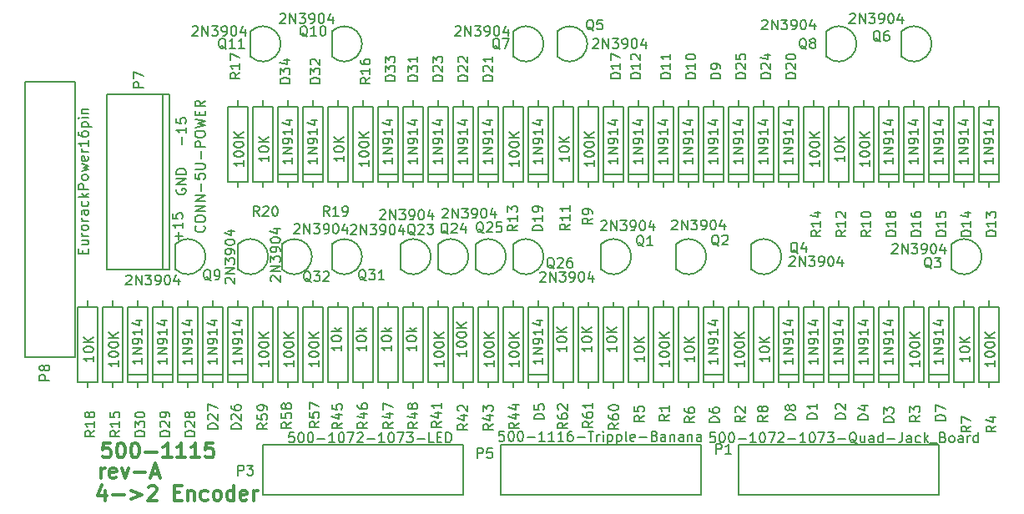
<source format=gbr>
G04 #@! TF.FileFunction,Legend,Top*
%FSLAX46Y46*%
G04 Gerber Fmt 4.6, Leading zero omitted, Abs format (unit mm)*
G04 Created by KiCad (PCBNEW 4.0.5) date 02/09/17 20:21:43*
%MOMM*%
%LPD*%
G01*
G04 APERTURE LIST*
%ADD10C,0.100000*%
%ADD11C,0.300000*%
%ADD12C,0.150000*%
G04 APERTURE END LIST*
D10*
D11*
X66516372Y-148179671D02*
X66516372Y-149179671D01*
X66159229Y-147608243D02*
X65802086Y-148679671D01*
X66730658Y-148679671D01*
X67302086Y-148608243D02*
X68444943Y-148608243D01*
X69159229Y-148179671D02*
X70302086Y-148608243D01*
X69159229Y-149036814D01*
X70944943Y-147822529D02*
X71016372Y-147751100D01*
X71159229Y-147679671D01*
X71516372Y-147679671D01*
X71659229Y-147751100D01*
X71730658Y-147822529D01*
X71802086Y-147965386D01*
X71802086Y-148108243D01*
X71730658Y-148322529D01*
X70873515Y-149179671D01*
X71802086Y-149179671D01*
X73587800Y-148393957D02*
X74087800Y-148393957D01*
X74302086Y-149179671D02*
X73587800Y-149179671D01*
X73587800Y-147679671D01*
X74302086Y-147679671D01*
X74944943Y-148179671D02*
X74944943Y-149179671D01*
X74944943Y-148322529D02*
X75016371Y-148251100D01*
X75159229Y-148179671D01*
X75373514Y-148179671D01*
X75516371Y-148251100D01*
X75587800Y-148393957D01*
X75587800Y-149179671D01*
X76944943Y-149108243D02*
X76802086Y-149179671D01*
X76516372Y-149179671D01*
X76373514Y-149108243D01*
X76302086Y-149036814D01*
X76230657Y-148893957D01*
X76230657Y-148465386D01*
X76302086Y-148322529D01*
X76373514Y-148251100D01*
X76516372Y-148179671D01*
X76802086Y-148179671D01*
X76944943Y-148251100D01*
X77802086Y-149179671D02*
X77659228Y-149108243D01*
X77587800Y-149036814D01*
X77516371Y-148893957D01*
X77516371Y-148465386D01*
X77587800Y-148322529D01*
X77659228Y-148251100D01*
X77802086Y-148179671D01*
X78016371Y-148179671D01*
X78159228Y-148251100D01*
X78230657Y-148322529D01*
X78302086Y-148465386D01*
X78302086Y-148893957D01*
X78230657Y-149036814D01*
X78159228Y-149108243D01*
X78016371Y-149179671D01*
X77802086Y-149179671D01*
X79587800Y-149179671D02*
X79587800Y-147679671D01*
X79587800Y-149108243D02*
X79444943Y-149179671D01*
X79159229Y-149179671D01*
X79016371Y-149108243D01*
X78944943Y-149036814D01*
X78873514Y-148893957D01*
X78873514Y-148465386D01*
X78944943Y-148322529D01*
X79016371Y-148251100D01*
X79159229Y-148179671D01*
X79444943Y-148179671D01*
X79587800Y-148251100D01*
X80873514Y-149108243D02*
X80730657Y-149179671D01*
X80444943Y-149179671D01*
X80302086Y-149108243D01*
X80230657Y-148965386D01*
X80230657Y-148393957D01*
X80302086Y-148251100D01*
X80444943Y-148179671D01*
X80730657Y-148179671D01*
X80873514Y-148251100D01*
X80944943Y-148393957D01*
X80944943Y-148536814D01*
X80230657Y-148679671D01*
X81587800Y-149179671D02*
X81587800Y-148179671D01*
X81587800Y-148465386D02*
X81659228Y-148322529D01*
X81730657Y-148251100D01*
X81873514Y-148179671D01*
X82016371Y-148179671D01*
X66131644Y-146931771D02*
X66131644Y-145931771D01*
X66131644Y-146217486D02*
X66203072Y-146074629D01*
X66274501Y-146003200D01*
X66417358Y-145931771D01*
X66560215Y-145931771D01*
X67631643Y-146860343D02*
X67488786Y-146931771D01*
X67203072Y-146931771D01*
X67060215Y-146860343D01*
X66988786Y-146717486D01*
X66988786Y-146146057D01*
X67060215Y-146003200D01*
X67203072Y-145931771D01*
X67488786Y-145931771D01*
X67631643Y-146003200D01*
X67703072Y-146146057D01*
X67703072Y-146288914D01*
X66988786Y-146431771D01*
X68203072Y-145931771D02*
X68560215Y-146931771D01*
X68917357Y-145931771D01*
X69488786Y-146360343D02*
X70631643Y-146360343D01*
X71274500Y-146503200D02*
X71988786Y-146503200D01*
X71131643Y-146931771D02*
X71631643Y-145431771D01*
X72131643Y-146931771D01*
X67062959Y-143348971D02*
X66348673Y-143348971D01*
X66277244Y-144063257D01*
X66348673Y-143991829D01*
X66491530Y-143920400D01*
X66848673Y-143920400D01*
X66991530Y-143991829D01*
X67062959Y-144063257D01*
X67134387Y-144206114D01*
X67134387Y-144563257D01*
X67062959Y-144706114D01*
X66991530Y-144777543D01*
X66848673Y-144848971D01*
X66491530Y-144848971D01*
X66348673Y-144777543D01*
X66277244Y-144706114D01*
X68062958Y-143348971D02*
X68205815Y-143348971D01*
X68348672Y-143420400D01*
X68420101Y-143491829D01*
X68491530Y-143634686D01*
X68562958Y-143920400D01*
X68562958Y-144277543D01*
X68491530Y-144563257D01*
X68420101Y-144706114D01*
X68348672Y-144777543D01*
X68205815Y-144848971D01*
X68062958Y-144848971D01*
X67920101Y-144777543D01*
X67848672Y-144706114D01*
X67777244Y-144563257D01*
X67705815Y-144277543D01*
X67705815Y-143920400D01*
X67777244Y-143634686D01*
X67848672Y-143491829D01*
X67920101Y-143420400D01*
X68062958Y-143348971D01*
X69491529Y-143348971D02*
X69634386Y-143348971D01*
X69777243Y-143420400D01*
X69848672Y-143491829D01*
X69920101Y-143634686D01*
X69991529Y-143920400D01*
X69991529Y-144277543D01*
X69920101Y-144563257D01*
X69848672Y-144706114D01*
X69777243Y-144777543D01*
X69634386Y-144848971D01*
X69491529Y-144848971D01*
X69348672Y-144777543D01*
X69277243Y-144706114D01*
X69205815Y-144563257D01*
X69134386Y-144277543D01*
X69134386Y-143920400D01*
X69205815Y-143634686D01*
X69277243Y-143491829D01*
X69348672Y-143420400D01*
X69491529Y-143348971D01*
X70634386Y-144277543D02*
X71777243Y-144277543D01*
X73277243Y-144848971D02*
X72420100Y-144848971D01*
X72848672Y-144848971D02*
X72848672Y-143348971D01*
X72705815Y-143563257D01*
X72562957Y-143706114D01*
X72420100Y-143777543D01*
X74705814Y-144848971D02*
X73848671Y-144848971D01*
X74277243Y-144848971D02*
X74277243Y-143348971D01*
X74134386Y-143563257D01*
X73991528Y-143706114D01*
X73848671Y-143777543D01*
X76134385Y-144848971D02*
X75277242Y-144848971D01*
X75705814Y-144848971D02*
X75705814Y-143348971D01*
X75562957Y-143563257D01*
X75420099Y-143706114D01*
X75277242Y-143777543D01*
X77491528Y-143348971D02*
X76777242Y-143348971D01*
X76705813Y-144063257D01*
X76777242Y-143991829D01*
X76920099Y-143920400D01*
X77277242Y-143920400D01*
X77420099Y-143991829D01*
X77491528Y-144063257D01*
X77562956Y-144206114D01*
X77562956Y-144563257D01*
X77491528Y-144706114D01*
X77420099Y-144777543D01*
X77277242Y-144848971D01*
X76920099Y-144848971D01*
X76777242Y-144777543D01*
X76705813Y-144706114D01*
D12*
X139446000Y-136398000D02*
X137414000Y-136398000D01*
X137414000Y-137160000D02*
X139446000Y-137160000D01*
X137414000Y-129540000D02*
X139446000Y-129540000D01*
X138430000Y-137160000D02*
X138430000Y-137668000D01*
X138430000Y-128905000D02*
X138430000Y-129540000D01*
X139446000Y-137160000D02*
X139446000Y-129540000D01*
X137414000Y-129540000D02*
X137414000Y-137160000D01*
X141986000Y-136398000D02*
X139954000Y-136398000D01*
X139954000Y-137160000D02*
X141986000Y-137160000D01*
X139954000Y-129540000D02*
X141986000Y-129540000D01*
X140970000Y-137160000D02*
X140970000Y-137668000D01*
X140970000Y-128905000D02*
X140970000Y-129540000D01*
X141986000Y-137160000D02*
X141986000Y-129540000D01*
X139954000Y-129540000D02*
X139954000Y-137160000D01*
X147066000Y-136398000D02*
X145034000Y-136398000D01*
X145034000Y-137160000D02*
X147066000Y-137160000D01*
X145034000Y-129540000D02*
X147066000Y-129540000D01*
X146050000Y-137160000D02*
X146050000Y-137668000D01*
X146050000Y-128905000D02*
X146050000Y-129540000D01*
X147066000Y-137160000D02*
X147066000Y-129540000D01*
X145034000Y-129540000D02*
X145034000Y-137160000D01*
X144526000Y-136398000D02*
X142494000Y-136398000D01*
X142494000Y-137160000D02*
X144526000Y-137160000D01*
X142494000Y-129540000D02*
X144526000Y-129540000D01*
X143510000Y-137160000D02*
X143510000Y-137668000D01*
X143510000Y-128905000D02*
X143510000Y-129540000D01*
X144526000Y-137160000D02*
X144526000Y-129540000D01*
X142494000Y-129540000D02*
X142494000Y-137160000D01*
X111506000Y-136398000D02*
X109474000Y-136398000D01*
X109474000Y-137160000D02*
X111506000Y-137160000D01*
X109474000Y-129540000D02*
X111506000Y-129540000D01*
X110490000Y-137160000D02*
X110490000Y-137668000D01*
X110490000Y-128905000D02*
X110490000Y-129540000D01*
X111506000Y-137160000D02*
X111506000Y-129540000D01*
X109474000Y-129540000D02*
X109474000Y-137160000D01*
X129286000Y-136398000D02*
X127254000Y-136398000D01*
X127254000Y-137160000D02*
X129286000Y-137160000D01*
X127254000Y-129540000D02*
X129286000Y-129540000D01*
X128270000Y-137160000D02*
X128270000Y-137668000D01*
X128270000Y-128905000D02*
X128270000Y-129540000D01*
X129286000Y-137160000D02*
X129286000Y-129540000D01*
X127254000Y-129540000D02*
X127254000Y-137160000D01*
X152146000Y-136398000D02*
X150114000Y-136398000D01*
X150114000Y-137160000D02*
X152146000Y-137160000D01*
X150114000Y-129540000D02*
X152146000Y-129540000D01*
X151130000Y-137160000D02*
X151130000Y-137668000D01*
X151130000Y-128905000D02*
X151130000Y-129540000D01*
X152146000Y-137160000D02*
X152146000Y-129540000D01*
X150114000Y-129540000D02*
X150114000Y-137160000D01*
X136906000Y-136398000D02*
X134874000Y-136398000D01*
X134874000Y-137160000D02*
X136906000Y-137160000D01*
X134874000Y-129540000D02*
X136906000Y-129540000D01*
X135890000Y-137160000D02*
X135890000Y-137668000D01*
X135890000Y-128905000D02*
X135890000Y-129540000D01*
X136906000Y-137160000D02*
X136906000Y-129540000D01*
X134874000Y-129540000D02*
X134874000Y-137160000D01*
X129286000Y-116078000D02*
X127254000Y-116078000D01*
X127254000Y-116840000D02*
X129286000Y-116840000D01*
X127254000Y-109220000D02*
X129286000Y-109220000D01*
X128270000Y-116840000D02*
X128270000Y-117348000D01*
X128270000Y-108585000D02*
X128270000Y-109220000D01*
X129286000Y-116840000D02*
X129286000Y-109220000D01*
X127254000Y-109220000D02*
X127254000Y-116840000D01*
X126746000Y-116078000D02*
X124714000Y-116078000D01*
X124714000Y-116840000D02*
X126746000Y-116840000D01*
X124714000Y-109220000D02*
X126746000Y-109220000D01*
X125730000Y-116840000D02*
X125730000Y-117348000D01*
X125730000Y-108585000D02*
X125730000Y-109220000D01*
X126746000Y-116840000D02*
X126746000Y-109220000D01*
X124714000Y-109220000D02*
X124714000Y-116840000D01*
X124206000Y-116078000D02*
X122174000Y-116078000D01*
X122174000Y-116840000D02*
X124206000Y-116840000D01*
X122174000Y-109220000D02*
X124206000Y-109220000D01*
X123190000Y-116840000D02*
X123190000Y-117348000D01*
X123190000Y-108585000D02*
X123190000Y-109220000D01*
X124206000Y-116840000D02*
X124206000Y-109220000D01*
X122174000Y-109220000D02*
X122174000Y-116840000D01*
X121666000Y-116078000D02*
X119634000Y-116078000D01*
X119634000Y-116840000D02*
X121666000Y-116840000D01*
X119634000Y-109220000D02*
X121666000Y-109220000D01*
X120650000Y-116840000D02*
X120650000Y-117348000D01*
X120650000Y-108585000D02*
X120650000Y-109220000D01*
X121666000Y-116840000D02*
X121666000Y-109220000D01*
X119634000Y-109220000D02*
X119634000Y-116840000D01*
X157226000Y-116078000D02*
X155194000Y-116078000D01*
X155194000Y-116840000D02*
X157226000Y-116840000D01*
X155194000Y-109220000D02*
X157226000Y-109220000D01*
X156210000Y-116840000D02*
X156210000Y-117348000D01*
X156210000Y-108585000D02*
X156210000Y-109220000D01*
X157226000Y-116840000D02*
X157226000Y-109220000D01*
X155194000Y-109220000D02*
X155194000Y-116840000D01*
X154686000Y-116078000D02*
X152654000Y-116078000D01*
X152654000Y-116840000D02*
X154686000Y-116840000D01*
X152654000Y-109220000D02*
X154686000Y-109220000D01*
X153670000Y-116840000D02*
X153670000Y-117348000D01*
X153670000Y-108585000D02*
X153670000Y-109220000D01*
X154686000Y-116840000D02*
X154686000Y-109220000D01*
X152654000Y-109220000D02*
X152654000Y-116840000D01*
X152146000Y-116078000D02*
X150114000Y-116078000D01*
X150114000Y-116840000D02*
X152146000Y-116840000D01*
X150114000Y-109220000D02*
X152146000Y-109220000D01*
X151130000Y-116840000D02*
X151130000Y-117348000D01*
X151130000Y-108585000D02*
X151130000Y-109220000D01*
X152146000Y-116840000D02*
X152146000Y-109220000D01*
X150114000Y-109220000D02*
X150114000Y-116840000D01*
X149606000Y-116078000D02*
X147574000Y-116078000D01*
X147574000Y-116840000D02*
X149606000Y-116840000D01*
X147574000Y-109220000D02*
X149606000Y-109220000D01*
X148590000Y-116840000D02*
X148590000Y-117348000D01*
X148590000Y-108585000D02*
X148590000Y-109220000D01*
X149606000Y-116840000D02*
X149606000Y-109220000D01*
X147574000Y-109220000D02*
X147574000Y-116840000D01*
X119126000Y-116078000D02*
X117094000Y-116078000D01*
X117094000Y-116840000D02*
X119126000Y-116840000D01*
X117094000Y-109220000D02*
X119126000Y-109220000D01*
X118110000Y-116840000D02*
X118110000Y-117348000D01*
X118110000Y-108585000D02*
X118110000Y-109220000D01*
X119126000Y-116840000D02*
X119126000Y-109220000D01*
X117094000Y-109220000D02*
X117094000Y-116840000D01*
X147066000Y-116078000D02*
X145034000Y-116078000D01*
X145034000Y-116840000D02*
X147066000Y-116840000D01*
X145034000Y-109220000D02*
X147066000Y-109220000D01*
X146050000Y-116840000D02*
X146050000Y-117348000D01*
X146050000Y-108585000D02*
X146050000Y-109220000D01*
X147066000Y-116840000D02*
X147066000Y-109220000D01*
X145034000Y-109220000D02*
X145034000Y-116840000D01*
X111506000Y-116078000D02*
X109474000Y-116078000D01*
X109474000Y-116840000D02*
X111506000Y-116840000D01*
X109474000Y-109220000D02*
X111506000Y-109220000D01*
X110490000Y-116840000D02*
X110490000Y-117348000D01*
X110490000Y-108585000D02*
X110490000Y-109220000D01*
X111506000Y-116840000D02*
X111506000Y-109220000D01*
X109474000Y-109220000D02*
X109474000Y-116840000D01*
X136906000Y-116078000D02*
X134874000Y-116078000D01*
X134874000Y-116840000D02*
X136906000Y-116840000D01*
X134874000Y-109220000D02*
X136906000Y-109220000D01*
X135890000Y-116840000D02*
X135890000Y-117348000D01*
X135890000Y-108585000D02*
X135890000Y-109220000D01*
X136906000Y-116840000D02*
X136906000Y-109220000D01*
X134874000Y-109220000D02*
X134874000Y-116840000D01*
X106426000Y-116078000D02*
X104394000Y-116078000D01*
X104394000Y-116840000D02*
X106426000Y-116840000D01*
X104394000Y-109220000D02*
X106426000Y-109220000D01*
X105410000Y-116840000D02*
X105410000Y-117348000D01*
X105410000Y-108585000D02*
X105410000Y-109220000D01*
X106426000Y-116840000D02*
X106426000Y-109220000D01*
X104394000Y-109220000D02*
X104394000Y-116840000D01*
X103886000Y-116078000D02*
X101854000Y-116078000D01*
X101854000Y-116840000D02*
X103886000Y-116840000D01*
X101854000Y-109220000D02*
X103886000Y-109220000D01*
X102870000Y-116840000D02*
X102870000Y-117348000D01*
X102870000Y-108585000D02*
X102870000Y-109220000D01*
X103886000Y-116840000D02*
X103886000Y-109220000D01*
X101854000Y-109220000D02*
X101854000Y-116840000D01*
X101346000Y-116078000D02*
X99314000Y-116078000D01*
X99314000Y-116840000D02*
X101346000Y-116840000D01*
X99314000Y-109220000D02*
X101346000Y-109220000D01*
X100330000Y-116840000D02*
X100330000Y-117348000D01*
X100330000Y-108585000D02*
X100330000Y-109220000D01*
X101346000Y-116840000D02*
X101346000Y-109220000D01*
X99314000Y-109220000D02*
X99314000Y-116840000D01*
X134366000Y-116078000D02*
X132334000Y-116078000D01*
X132334000Y-116840000D02*
X134366000Y-116840000D01*
X132334000Y-109220000D02*
X134366000Y-109220000D01*
X133350000Y-116840000D02*
X133350000Y-117348000D01*
X133350000Y-108585000D02*
X133350000Y-109220000D01*
X134366000Y-116840000D02*
X134366000Y-109220000D01*
X132334000Y-109220000D02*
X132334000Y-116840000D01*
X131826000Y-116078000D02*
X129794000Y-116078000D01*
X129794000Y-116840000D02*
X131826000Y-116840000D01*
X129794000Y-109220000D02*
X131826000Y-109220000D01*
X130810000Y-116840000D02*
X130810000Y-117348000D01*
X130810000Y-108585000D02*
X130810000Y-109220000D01*
X131826000Y-116840000D02*
X131826000Y-109220000D01*
X129794000Y-109220000D02*
X129794000Y-116840000D01*
X81026000Y-136398000D02*
X78994000Y-136398000D01*
X78994000Y-137160000D02*
X81026000Y-137160000D01*
X78994000Y-129540000D02*
X81026000Y-129540000D01*
X80010000Y-137160000D02*
X80010000Y-137668000D01*
X80010000Y-128905000D02*
X80010000Y-129540000D01*
X81026000Y-137160000D02*
X81026000Y-129540000D01*
X78994000Y-129540000D02*
X78994000Y-137160000D01*
X78486000Y-136398000D02*
X76454000Y-136398000D01*
X76454000Y-137160000D02*
X78486000Y-137160000D01*
X76454000Y-129540000D02*
X78486000Y-129540000D01*
X77470000Y-137160000D02*
X77470000Y-137668000D01*
X77470000Y-128905000D02*
X77470000Y-129540000D01*
X78486000Y-137160000D02*
X78486000Y-129540000D01*
X76454000Y-129540000D02*
X76454000Y-137160000D01*
X75946000Y-136398000D02*
X73914000Y-136398000D01*
X73914000Y-137160000D02*
X75946000Y-137160000D01*
X73914000Y-129540000D02*
X75946000Y-129540000D01*
X74930000Y-137160000D02*
X74930000Y-137668000D01*
X74930000Y-128905000D02*
X74930000Y-129540000D01*
X75946000Y-137160000D02*
X75946000Y-129540000D01*
X73914000Y-129540000D02*
X73914000Y-137160000D01*
X73406000Y-136398000D02*
X71374000Y-136398000D01*
X71374000Y-137160000D02*
X73406000Y-137160000D01*
X71374000Y-129540000D02*
X73406000Y-129540000D01*
X72390000Y-137160000D02*
X72390000Y-137668000D01*
X72390000Y-128905000D02*
X72390000Y-129540000D01*
X73406000Y-137160000D02*
X73406000Y-129540000D01*
X71374000Y-129540000D02*
X71374000Y-137160000D01*
X70866000Y-136398000D02*
X68834000Y-136398000D01*
X68834000Y-137160000D02*
X70866000Y-137160000D01*
X68834000Y-129540000D02*
X70866000Y-129540000D01*
X69850000Y-137160000D02*
X69850000Y-137668000D01*
X69850000Y-128905000D02*
X69850000Y-129540000D01*
X70866000Y-137160000D02*
X70866000Y-129540000D01*
X68834000Y-129540000D02*
X68834000Y-137160000D01*
X98806000Y-116078000D02*
X96774000Y-116078000D01*
X96774000Y-116840000D02*
X98806000Y-116840000D01*
X96774000Y-109220000D02*
X98806000Y-109220000D01*
X97790000Y-116840000D02*
X97790000Y-117348000D01*
X97790000Y-108585000D02*
X97790000Y-109220000D01*
X98806000Y-116840000D02*
X98806000Y-109220000D01*
X96774000Y-109220000D02*
X96774000Y-116840000D01*
X88646000Y-116078000D02*
X86614000Y-116078000D01*
X86614000Y-116840000D02*
X88646000Y-116840000D01*
X86614000Y-109220000D02*
X88646000Y-109220000D01*
X87630000Y-116840000D02*
X87630000Y-117348000D01*
X87630000Y-108585000D02*
X87630000Y-109220000D01*
X88646000Y-116840000D02*
X88646000Y-109220000D01*
X86614000Y-109220000D02*
X86614000Y-116840000D01*
X96266000Y-116078000D02*
X94234000Y-116078000D01*
X94234000Y-116840000D02*
X96266000Y-116840000D01*
X94234000Y-109220000D02*
X96266000Y-109220000D01*
X95250000Y-116840000D02*
X95250000Y-117348000D01*
X95250000Y-108585000D02*
X95250000Y-109220000D01*
X96266000Y-116840000D02*
X96266000Y-109220000D01*
X94234000Y-109220000D02*
X94234000Y-116840000D01*
X86106000Y-116078000D02*
X84074000Y-116078000D01*
X84074000Y-116840000D02*
X86106000Y-116840000D01*
X84074000Y-109220000D02*
X86106000Y-109220000D01*
X85090000Y-116840000D02*
X85090000Y-117348000D01*
X85090000Y-108585000D02*
X85090000Y-109220000D01*
X86106000Y-116840000D02*
X86106000Y-109220000D01*
X84074000Y-109220000D02*
X84074000Y-116840000D01*
X151130000Y-148590000D02*
X130810000Y-148590000D01*
X151130000Y-143510000D02*
X130810000Y-143510000D01*
X130810000Y-148590000D02*
X130810000Y-143510000D01*
X151130000Y-143510000D02*
X151130000Y-148590000D01*
X102870000Y-148590000D02*
X82550000Y-148590000D01*
X102870000Y-143510000D02*
X82550000Y-143510000D01*
X82550000Y-148590000D02*
X82550000Y-143510000D01*
X102870000Y-143510000D02*
X102870000Y-148590000D01*
X127000000Y-148590000D02*
X106680000Y-148590000D01*
X127000000Y-143510000D02*
X106680000Y-143510000D01*
X106680000Y-148590000D02*
X106680000Y-143510000D01*
X127000000Y-143510000D02*
X127000000Y-148590000D01*
X119380000Y-123190000D02*
G75*
G03X116840000Y-123190000I-1270000J-1270000D01*
G01*
X119380000Y-125730000D02*
G75*
G03X119380000Y-123190000I-1270000J1270000D01*
G01*
X116840000Y-125730000D02*
G75*
G03X119380000Y-125730000I1270000J1270000D01*
G01*
X116840000Y-123190000D02*
X116840000Y-125730000D01*
X127000000Y-123190000D02*
G75*
G03X124460000Y-123190000I-1270000J-1270000D01*
G01*
X127000000Y-125730000D02*
G75*
G03X127000000Y-123190000I-1270000J1270000D01*
G01*
X124460000Y-125730000D02*
G75*
G03X127000000Y-125730000I1270000J1270000D01*
G01*
X124460000Y-123190000D02*
X124460000Y-125730000D01*
X154940000Y-123190000D02*
G75*
G03X152400000Y-123190000I-1270000J-1270000D01*
G01*
X154940000Y-125730000D02*
G75*
G03X154940000Y-123190000I-1270000J1270000D01*
G01*
X152400000Y-125730000D02*
G75*
G03X154940000Y-125730000I1270000J1270000D01*
G01*
X152400000Y-123190000D02*
X152400000Y-125730000D01*
X134620000Y-123190000D02*
G75*
G03X132080000Y-123190000I-1270000J-1270000D01*
G01*
X134620000Y-125730000D02*
G75*
G03X134620000Y-123190000I-1270000J1270000D01*
G01*
X132080000Y-125730000D02*
G75*
G03X134620000Y-125730000I1270000J1270000D01*
G01*
X132080000Y-123190000D02*
X132080000Y-125730000D01*
X114935000Y-101600000D02*
G75*
G03X112395000Y-101600000I-1270000J-1270000D01*
G01*
X114935000Y-104140000D02*
G75*
G03X114935000Y-101600000I-1270000J1270000D01*
G01*
X112395000Y-104140000D02*
G75*
G03X114935000Y-104140000I1270000J1270000D01*
G01*
X112395000Y-101600000D02*
X112395000Y-104140000D01*
X149860000Y-101600000D02*
G75*
G03X147320000Y-101600000I-1270000J-1270000D01*
G01*
X149860000Y-104140000D02*
G75*
G03X149860000Y-101600000I-1270000J1270000D01*
G01*
X147320000Y-104140000D02*
G75*
G03X149860000Y-104140000I1270000J1270000D01*
G01*
X147320000Y-101600000D02*
X147320000Y-104140000D01*
X110490000Y-101600000D02*
G75*
G03X107950000Y-101600000I-1270000J-1270000D01*
G01*
X110490000Y-104140000D02*
G75*
G03X110490000Y-101600000I-1270000J1270000D01*
G01*
X107950000Y-104140000D02*
G75*
G03X110490000Y-104140000I1270000J1270000D01*
G01*
X107950000Y-101600000D02*
X107950000Y-104140000D01*
X142240000Y-101600000D02*
G75*
G03X139700000Y-101600000I-1270000J-1270000D01*
G01*
X142240000Y-104140000D02*
G75*
G03X142240000Y-101600000I-1270000J1270000D01*
G01*
X139700000Y-104140000D02*
G75*
G03X142240000Y-104140000I1270000J1270000D01*
G01*
X139700000Y-101600000D02*
X139700000Y-104140000D01*
X76200000Y-123190000D02*
G75*
G03X73660000Y-123190000I-1270000J-1270000D01*
G01*
X76200000Y-125730000D02*
G75*
G03X76200000Y-123190000I-1270000J1270000D01*
G01*
X73660000Y-125730000D02*
G75*
G03X76200000Y-125730000I1270000J1270000D01*
G01*
X73660000Y-123190000D02*
X73660000Y-125730000D01*
X92075000Y-101600000D02*
G75*
G03X89535000Y-101600000I-1270000J-1270000D01*
G01*
X92075000Y-104140000D02*
G75*
G03X92075000Y-101600000I-1270000J1270000D01*
G01*
X89535000Y-104140000D02*
G75*
G03X92075000Y-104140000I1270000J1270000D01*
G01*
X89535000Y-101600000D02*
X89535000Y-104140000D01*
X83820000Y-101600000D02*
G75*
G03X81280000Y-101600000I-1270000J-1270000D01*
G01*
X83820000Y-104140000D02*
G75*
G03X83820000Y-101600000I-1270000J1270000D01*
G01*
X81280000Y-104140000D02*
G75*
G03X83820000Y-104140000I1270000J1270000D01*
G01*
X81280000Y-101600000D02*
X81280000Y-104140000D01*
X99060000Y-123190000D02*
G75*
G03X96520000Y-123190000I-1270000J-1270000D01*
G01*
X99060000Y-125730000D02*
G75*
G03X99060000Y-123190000I-1270000J1270000D01*
G01*
X96520000Y-125730000D02*
G75*
G03X99060000Y-125730000I1270000J1270000D01*
G01*
X96520000Y-123190000D02*
X96520000Y-125730000D01*
X102870000Y-123190000D02*
G75*
G03X100330000Y-123190000I-1270000J-1270000D01*
G01*
X102870000Y-125730000D02*
G75*
G03X102870000Y-123190000I-1270000J1270000D01*
G01*
X100330000Y-125730000D02*
G75*
G03X102870000Y-125730000I1270000J1270000D01*
G01*
X100330000Y-123190000D02*
X100330000Y-125730000D01*
X106680000Y-123190000D02*
G75*
G03X104140000Y-123190000I-1270000J-1270000D01*
G01*
X106680000Y-125730000D02*
G75*
G03X106680000Y-123190000I-1270000J1270000D01*
G01*
X104140000Y-125730000D02*
G75*
G03X106680000Y-125730000I1270000J1270000D01*
G01*
X104140000Y-123190000D02*
X104140000Y-125730000D01*
X110490000Y-123190000D02*
G75*
G03X107950000Y-123190000I-1270000J-1270000D01*
G01*
X110490000Y-125730000D02*
G75*
G03X110490000Y-123190000I-1270000J1270000D01*
G01*
X107950000Y-125730000D02*
G75*
G03X110490000Y-125730000I1270000J1270000D01*
G01*
X107950000Y-123190000D02*
X107950000Y-125730000D01*
X92075000Y-123190000D02*
G75*
G03X89535000Y-123190000I-1270000J-1270000D01*
G01*
X92075000Y-125730000D02*
G75*
G03X92075000Y-123190000I-1270000J1270000D01*
G01*
X89535000Y-125730000D02*
G75*
G03X92075000Y-125730000I1270000J1270000D01*
G01*
X89535000Y-123190000D02*
X89535000Y-125730000D01*
X86995000Y-123190000D02*
G75*
G03X84455000Y-123190000I-1270000J-1270000D01*
G01*
X86995000Y-125730000D02*
G75*
G03X86995000Y-123190000I-1270000J1270000D01*
G01*
X84455000Y-125730000D02*
G75*
G03X86995000Y-125730000I1270000J1270000D01*
G01*
X84455000Y-123190000D02*
X84455000Y-125730000D01*
X82550000Y-123190000D02*
G75*
G03X80010000Y-123190000I-1270000J-1270000D01*
G01*
X82550000Y-125730000D02*
G75*
G03X82550000Y-123190000I-1270000J1270000D01*
G01*
X80010000Y-125730000D02*
G75*
G03X82550000Y-125730000I1270000J1270000D01*
G01*
X80010000Y-123190000D02*
X80010000Y-125730000D01*
X122174000Y-137160000D02*
X124206000Y-137160000D01*
X122174000Y-129540000D02*
X124206000Y-129540000D01*
X123190000Y-137160000D02*
X123190000Y-137668000D01*
X123190000Y-128905000D02*
X123190000Y-129540000D01*
X124206000Y-137160000D02*
X124206000Y-129540000D01*
X122174000Y-129540000D02*
X122174000Y-137160000D01*
X129794000Y-137160000D02*
X131826000Y-137160000D01*
X129794000Y-129540000D02*
X131826000Y-129540000D01*
X130810000Y-137160000D02*
X130810000Y-137668000D01*
X130810000Y-128905000D02*
X130810000Y-129540000D01*
X131826000Y-137160000D02*
X131826000Y-129540000D01*
X129794000Y-129540000D02*
X129794000Y-137160000D01*
X147574000Y-137160000D02*
X149606000Y-137160000D01*
X147574000Y-129540000D02*
X149606000Y-129540000D01*
X148590000Y-137160000D02*
X148590000Y-137668000D01*
X148590000Y-128905000D02*
X148590000Y-129540000D01*
X149606000Y-137160000D02*
X149606000Y-129540000D01*
X147574000Y-129540000D02*
X147574000Y-137160000D01*
X155194000Y-137160000D02*
X157226000Y-137160000D01*
X155194000Y-129540000D02*
X157226000Y-129540000D01*
X156210000Y-137160000D02*
X156210000Y-137668000D01*
X156210000Y-128905000D02*
X156210000Y-129540000D01*
X157226000Y-137160000D02*
X157226000Y-129540000D01*
X155194000Y-129540000D02*
X155194000Y-137160000D01*
X119634000Y-137160000D02*
X121666000Y-137160000D01*
X119634000Y-129540000D02*
X121666000Y-129540000D01*
X120650000Y-137160000D02*
X120650000Y-137668000D01*
X120650000Y-128905000D02*
X120650000Y-129540000D01*
X121666000Y-137160000D02*
X121666000Y-129540000D01*
X119634000Y-129540000D02*
X119634000Y-137160000D01*
X124714000Y-137160000D02*
X126746000Y-137160000D01*
X124714000Y-129540000D02*
X126746000Y-129540000D01*
X125730000Y-137160000D02*
X125730000Y-137668000D01*
X125730000Y-128905000D02*
X125730000Y-129540000D01*
X126746000Y-137160000D02*
X126746000Y-129540000D01*
X124714000Y-129540000D02*
X124714000Y-137160000D01*
X152654000Y-137160000D02*
X154686000Y-137160000D01*
X152654000Y-129540000D02*
X154686000Y-129540000D01*
X153670000Y-137160000D02*
X153670000Y-137668000D01*
X153670000Y-128905000D02*
X153670000Y-129540000D01*
X154686000Y-137160000D02*
X154686000Y-129540000D01*
X152654000Y-129540000D02*
X152654000Y-137160000D01*
X132334000Y-137160000D02*
X134366000Y-137160000D01*
X132334000Y-129540000D02*
X134366000Y-129540000D01*
X133350000Y-137160000D02*
X133350000Y-137668000D01*
X133350000Y-128905000D02*
X133350000Y-129540000D01*
X134366000Y-137160000D02*
X134366000Y-129540000D01*
X132334000Y-129540000D02*
X132334000Y-137160000D01*
X114554000Y-116840000D02*
X116586000Y-116840000D01*
X114554000Y-109220000D02*
X116586000Y-109220000D01*
X115570000Y-116840000D02*
X115570000Y-117348000D01*
X115570000Y-108585000D02*
X115570000Y-109220000D01*
X116586000Y-116840000D02*
X116586000Y-109220000D01*
X114554000Y-109220000D02*
X114554000Y-116840000D01*
X142494000Y-116840000D02*
X144526000Y-116840000D01*
X142494000Y-109220000D02*
X144526000Y-109220000D01*
X143510000Y-116840000D02*
X143510000Y-117348000D01*
X143510000Y-108585000D02*
X143510000Y-109220000D01*
X144526000Y-116840000D02*
X144526000Y-109220000D01*
X142494000Y-109220000D02*
X142494000Y-116840000D01*
X112014000Y-116840000D02*
X114046000Y-116840000D01*
X112014000Y-109220000D02*
X114046000Y-109220000D01*
X113030000Y-116840000D02*
X113030000Y-117348000D01*
X113030000Y-108585000D02*
X113030000Y-109220000D01*
X114046000Y-116840000D02*
X114046000Y-109220000D01*
X112014000Y-109220000D02*
X112014000Y-116840000D01*
X139954000Y-116840000D02*
X141986000Y-116840000D01*
X139954000Y-109220000D02*
X141986000Y-109220000D01*
X140970000Y-116840000D02*
X140970000Y-117348000D01*
X140970000Y-108585000D02*
X140970000Y-109220000D01*
X141986000Y-116840000D02*
X141986000Y-109220000D01*
X139954000Y-109220000D02*
X139954000Y-116840000D01*
X106934000Y-116840000D02*
X108966000Y-116840000D01*
X106934000Y-109220000D02*
X108966000Y-109220000D01*
X107950000Y-116840000D02*
X107950000Y-117348000D01*
X107950000Y-108585000D02*
X107950000Y-109220000D01*
X108966000Y-116840000D02*
X108966000Y-109220000D01*
X106934000Y-109220000D02*
X106934000Y-116840000D01*
X137414000Y-116840000D02*
X139446000Y-116840000D01*
X137414000Y-109220000D02*
X139446000Y-109220000D01*
X138430000Y-116840000D02*
X138430000Y-117348000D01*
X138430000Y-108585000D02*
X138430000Y-109220000D01*
X139446000Y-116840000D02*
X139446000Y-109220000D01*
X137414000Y-109220000D02*
X137414000Y-116840000D01*
X66294000Y-137160000D02*
X68326000Y-137160000D01*
X66294000Y-129540000D02*
X68326000Y-129540000D01*
X67310000Y-137160000D02*
X67310000Y-137668000D01*
X67310000Y-128905000D02*
X67310000Y-129540000D01*
X68326000Y-137160000D02*
X68326000Y-129540000D01*
X66294000Y-129540000D02*
X66294000Y-137160000D01*
X91694000Y-116840000D02*
X93726000Y-116840000D01*
X91694000Y-109220000D02*
X93726000Y-109220000D01*
X92710000Y-116840000D02*
X92710000Y-117348000D01*
X92710000Y-108585000D02*
X92710000Y-109220000D01*
X93726000Y-116840000D02*
X93726000Y-109220000D01*
X91694000Y-109220000D02*
X91694000Y-116840000D01*
X78994000Y-116840000D02*
X81026000Y-116840000D01*
X78994000Y-109220000D02*
X81026000Y-109220000D01*
X80010000Y-116840000D02*
X80010000Y-117348000D01*
X80010000Y-108585000D02*
X80010000Y-109220000D01*
X81026000Y-116840000D02*
X81026000Y-109220000D01*
X78994000Y-109220000D02*
X78994000Y-116840000D01*
X63754000Y-137160000D02*
X65786000Y-137160000D01*
X63754000Y-129540000D02*
X65786000Y-129540000D01*
X64770000Y-137160000D02*
X64770000Y-137668000D01*
X64770000Y-128905000D02*
X64770000Y-129540000D01*
X65786000Y-137160000D02*
X65786000Y-129540000D01*
X63754000Y-129540000D02*
X63754000Y-137160000D01*
X89154000Y-116840000D02*
X91186000Y-116840000D01*
X89154000Y-109220000D02*
X91186000Y-109220000D01*
X90170000Y-116840000D02*
X90170000Y-117348000D01*
X90170000Y-108585000D02*
X90170000Y-109220000D01*
X91186000Y-116840000D02*
X91186000Y-109220000D01*
X89154000Y-109220000D02*
X89154000Y-116840000D01*
X81534000Y-116840000D02*
X83566000Y-116840000D01*
X81534000Y-109220000D02*
X83566000Y-109220000D01*
X82550000Y-116840000D02*
X82550000Y-117348000D01*
X82550000Y-108585000D02*
X82550000Y-109220000D01*
X83566000Y-116840000D02*
X83566000Y-109220000D01*
X81534000Y-109220000D02*
X81534000Y-116840000D01*
X99314000Y-137160000D02*
X101346000Y-137160000D01*
X99314000Y-129540000D02*
X101346000Y-129540000D01*
X100330000Y-137160000D02*
X100330000Y-137668000D01*
X100330000Y-128905000D02*
X100330000Y-129540000D01*
X101346000Y-137160000D02*
X101346000Y-129540000D01*
X99314000Y-129540000D02*
X99314000Y-137160000D01*
X103886000Y-129540000D02*
X101854000Y-129540000D01*
X103886000Y-137160000D02*
X101854000Y-137160000D01*
X102870000Y-129540000D02*
X102870000Y-129032000D01*
X102870000Y-137795000D02*
X102870000Y-137160000D01*
X101854000Y-129540000D02*
X101854000Y-137160000D01*
X103886000Y-137160000D02*
X103886000Y-129540000D01*
X104394000Y-137160000D02*
X106426000Y-137160000D01*
X104394000Y-129540000D02*
X106426000Y-129540000D01*
X105410000Y-137160000D02*
X105410000Y-137668000D01*
X105410000Y-128905000D02*
X105410000Y-129540000D01*
X106426000Y-137160000D02*
X106426000Y-129540000D01*
X104394000Y-129540000D02*
X104394000Y-137160000D01*
X106934000Y-137160000D02*
X108966000Y-137160000D01*
X106934000Y-129540000D02*
X108966000Y-129540000D01*
X107950000Y-137160000D02*
X107950000Y-137668000D01*
X107950000Y-128905000D02*
X107950000Y-129540000D01*
X108966000Y-137160000D02*
X108966000Y-129540000D01*
X106934000Y-129540000D02*
X106934000Y-137160000D01*
X91186000Y-129540000D02*
X89154000Y-129540000D01*
X91186000Y-137160000D02*
X89154000Y-137160000D01*
X90170000Y-129540000D02*
X90170000Y-129032000D01*
X90170000Y-137795000D02*
X90170000Y-137160000D01*
X89154000Y-129540000D02*
X89154000Y-137160000D01*
X91186000Y-137160000D02*
X91186000Y-129540000D01*
X93726000Y-129540000D02*
X91694000Y-129540000D01*
X93726000Y-137160000D02*
X91694000Y-137160000D01*
X92710000Y-129540000D02*
X92710000Y-129032000D01*
X92710000Y-137795000D02*
X92710000Y-137160000D01*
X91694000Y-129540000D02*
X91694000Y-137160000D01*
X93726000Y-137160000D02*
X93726000Y-129540000D01*
X96266000Y-129540000D02*
X94234000Y-129540000D01*
X96266000Y-137160000D02*
X94234000Y-137160000D01*
X95250000Y-129540000D02*
X95250000Y-129032000D01*
X95250000Y-137795000D02*
X95250000Y-137160000D01*
X94234000Y-129540000D02*
X94234000Y-137160000D01*
X96266000Y-137160000D02*
X96266000Y-129540000D01*
X98806000Y-129540000D02*
X96774000Y-129540000D01*
X98806000Y-137160000D02*
X96774000Y-137160000D01*
X97790000Y-129540000D02*
X97790000Y-129032000D01*
X97790000Y-137795000D02*
X97790000Y-137160000D01*
X96774000Y-129540000D02*
X96774000Y-137160000D01*
X98806000Y-137160000D02*
X98806000Y-129540000D01*
X86614000Y-137160000D02*
X88646000Y-137160000D01*
X86614000Y-129540000D02*
X88646000Y-129540000D01*
X87630000Y-137160000D02*
X87630000Y-137668000D01*
X87630000Y-128905000D02*
X87630000Y-129540000D01*
X88646000Y-137160000D02*
X88646000Y-129540000D01*
X86614000Y-129540000D02*
X86614000Y-137160000D01*
X84074000Y-137160000D02*
X86106000Y-137160000D01*
X84074000Y-129540000D02*
X86106000Y-129540000D01*
X85090000Y-137160000D02*
X85090000Y-137668000D01*
X85090000Y-128905000D02*
X85090000Y-129540000D01*
X86106000Y-137160000D02*
X86106000Y-129540000D01*
X84074000Y-129540000D02*
X84074000Y-137160000D01*
X81534000Y-137160000D02*
X83566000Y-137160000D01*
X81534000Y-129540000D02*
X83566000Y-129540000D01*
X82550000Y-137160000D02*
X82550000Y-137668000D01*
X82550000Y-128905000D02*
X82550000Y-129540000D01*
X83566000Y-137160000D02*
X83566000Y-129540000D01*
X81534000Y-129540000D02*
X81534000Y-137160000D01*
X119126000Y-129540000D02*
X117094000Y-129540000D01*
X119126000Y-137160000D02*
X117094000Y-137160000D01*
X118110000Y-129540000D02*
X118110000Y-129032000D01*
X118110000Y-137795000D02*
X118110000Y-137160000D01*
X117094000Y-129540000D02*
X117094000Y-137160000D01*
X119126000Y-137160000D02*
X119126000Y-129540000D01*
X116586000Y-129540000D02*
X114554000Y-129540000D01*
X116586000Y-137160000D02*
X114554000Y-137160000D01*
X115570000Y-129540000D02*
X115570000Y-129032000D01*
X115570000Y-137795000D02*
X115570000Y-137160000D01*
X114554000Y-129540000D02*
X114554000Y-137160000D01*
X116586000Y-137160000D02*
X116586000Y-129540000D01*
X114046000Y-129540000D02*
X112014000Y-129540000D01*
X114046000Y-137160000D02*
X112014000Y-137160000D01*
X113030000Y-129540000D02*
X113030000Y-129032000D01*
X113030000Y-137795000D02*
X113030000Y-137160000D01*
X112014000Y-129540000D02*
X112014000Y-137160000D01*
X114046000Y-137160000D02*
X114046000Y-129540000D01*
X72390000Y-125730000D02*
X72390000Y-107950000D01*
X73025000Y-125730000D02*
X73025000Y-107950000D01*
X73025000Y-107950000D02*
X66675000Y-107950000D01*
X66675000Y-107950000D02*
X66675000Y-125730000D01*
X66675000Y-125730000D02*
X73025000Y-125730000D01*
X63500000Y-110490000D02*
X63500000Y-134620000D01*
X63500000Y-134620000D02*
X58420000Y-134620000D01*
X58420000Y-134620000D02*
X58420000Y-106680000D01*
X58420000Y-106680000D02*
X63500000Y-106680000D01*
X63500000Y-106680000D02*
X63500000Y-110490000D01*
X138755381Y-140895295D02*
X137755381Y-140895295D01*
X137755381Y-140657200D01*
X137803000Y-140514342D01*
X137898238Y-140419104D01*
X137993476Y-140371485D01*
X138183952Y-140323866D01*
X138326810Y-140323866D01*
X138517286Y-140371485D01*
X138612524Y-140419104D01*
X138707762Y-140514342D01*
X138755381Y-140657200D01*
X138755381Y-140895295D01*
X138755381Y-139371485D02*
X138755381Y-139942914D01*
X138755381Y-139657200D02*
X137755381Y-139657200D01*
X137898238Y-139752438D01*
X137993476Y-139847676D01*
X138041095Y-139942914D01*
X138882381Y-134762666D02*
X138882381Y-135334095D01*
X138882381Y-135048381D02*
X137882381Y-135048381D01*
X138025238Y-135143619D01*
X138120476Y-135238857D01*
X138168095Y-135334095D01*
X138882381Y-134334095D02*
X137882381Y-134334095D01*
X138882381Y-133762666D01*
X137882381Y-133762666D01*
X138882381Y-133238857D02*
X138882381Y-133048381D01*
X138834762Y-132953142D01*
X138787143Y-132905523D01*
X138644286Y-132810285D01*
X138453810Y-132762666D01*
X138072857Y-132762666D01*
X137977619Y-132810285D01*
X137930000Y-132857904D01*
X137882381Y-132953142D01*
X137882381Y-133143619D01*
X137930000Y-133238857D01*
X137977619Y-133286476D01*
X138072857Y-133334095D01*
X138310952Y-133334095D01*
X138406190Y-133286476D01*
X138453810Y-133238857D01*
X138501429Y-133143619D01*
X138501429Y-132953142D01*
X138453810Y-132857904D01*
X138406190Y-132810285D01*
X138310952Y-132762666D01*
X138882381Y-131810285D02*
X138882381Y-132381714D01*
X138882381Y-132096000D02*
X137882381Y-132096000D01*
X138025238Y-132191238D01*
X138120476Y-132286476D01*
X138168095Y-132381714D01*
X138215714Y-130953142D02*
X138882381Y-130953142D01*
X137834762Y-131191238D02*
X138549048Y-131429333D01*
X138549048Y-130810285D01*
X141638281Y-140895295D02*
X140638281Y-140895295D01*
X140638281Y-140657200D01*
X140685900Y-140514342D01*
X140781138Y-140419104D01*
X140876376Y-140371485D01*
X141066852Y-140323866D01*
X141209710Y-140323866D01*
X141400186Y-140371485D01*
X141495424Y-140419104D01*
X141590662Y-140514342D01*
X141638281Y-140657200D01*
X141638281Y-140895295D01*
X140733519Y-139942914D02*
X140685900Y-139895295D01*
X140638281Y-139800057D01*
X140638281Y-139561961D01*
X140685900Y-139466723D01*
X140733519Y-139419104D01*
X140828757Y-139371485D01*
X140923995Y-139371485D01*
X141066852Y-139419104D01*
X141638281Y-139990533D01*
X141638281Y-139371485D01*
X141422381Y-134762666D02*
X141422381Y-135334095D01*
X141422381Y-135048381D02*
X140422381Y-135048381D01*
X140565238Y-135143619D01*
X140660476Y-135238857D01*
X140708095Y-135334095D01*
X141422381Y-134334095D02*
X140422381Y-134334095D01*
X141422381Y-133762666D01*
X140422381Y-133762666D01*
X141422381Y-133238857D02*
X141422381Y-133048381D01*
X141374762Y-132953142D01*
X141327143Y-132905523D01*
X141184286Y-132810285D01*
X140993810Y-132762666D01*
X140612857Y-132762666D01*
X140517619Y-132810285D01*
X140470000Y-132857904D01*
X140422381Y-132953142D01*
X140422381Y-133143619D01*
X140470000Y-133238857D01*
X140517619Y-133286476D01*
X140612857Y-133334095D01*
X140850952Y-133334095D01*
X140946190Y-133286476D01*
X140993810Y-133238857D01*
X141041429Y-133143619D01*
X141041429Y-132953142D01*
X140993810Y-132857904D01*
X140946190Y-132810285D01*
X140850952Y-132762666D01*
X141422381Y-131810285D02*
X141422381Y-132381714D01*
X141422381Y-132096000D02*
X140422381Y-132096000D01*
X140565238Y-132191238D01*
X140660476Y-132286476D01*
X140708095Y-132381714D01*
X140755714Y-130953142D02*
X141422381Y-130953142D01*
X140374762Y-131191238D02*
X141089048Y-131429333D01*
X141089048Y-130810285D01*
X146515081Y-141276295D02*
X145515081Y-141276295D01*
X145515081Y-141038200D01*
X145562700Y-140895342D01*
X145657938Y-140800104D01*
X145753176Y-140752485D01*
X145943652Y-140704866D01*
X146086510Y-140704866D01*
X146276986Y-140752485D01*
X146372224Y-140800104D01*
X146467462Y-140895342D01*
X146515081Y-141038200D01*
X146515081Y-141276295D01*
X145515081Y-140371533D02*
X145515081Y-139752485D01*
X145896033Y-140085819D01*
X145896033Y-139942961D01*
X145943652Y-139847723D01*
X145991271Y-139800104D01*
X146086510Y-139752485D01*
X146324605Y-139752485D01*
X146419843Y-139800104D01*
X146467462Y-139847723D01*
X146515081Y-139942961D01*
X146515081Y-140228676D01*
X146467462Y-140323914D01*
X146419843Y-140371533D01*
X146502381Y-134762666D02*
X146502381Y-135334095D01*
X146502381Y-135048381D02*
X145502381Y-135048381D01*
X145645238Y-135143619D01*
X145740476Y-135238857D01*
X145788095Y-135334095D01*
X146502381Y-134334095D02*
X145502381Y-134334095D01*
X146502381Y-133762666D01*
X145502381Y-133762666D01*
X146502381Y-133238857D02*
X146502381Y-133048381D01*
X146454762Y-132953142D01*
X146407143Y-132905523D01*
X146264286Y-132810285D01*
X146073810Y-132762666D01*
X145692857Y-132762666D01*
X145597619Y-132810285D01*
X145550000Y-132857904D01*
X145502381Y-132953142D01*
X145502381Y-133143619D01*
X145550000Y-133238857D01*
X145597619Y-133286476D01*
X145692857Y-133334095D01*
X145930952Y-133334095D01*
X146026190Y-133286476D01*
X146073810Y-133238857D01*
X146121429Y-133143619D01*
X146121429Y-132953142D01*
X146073810Y-132857904D01*
X146026190Y-132810285D01*
X145930952Y-132762666D01*
X146502381Y-131810285D02*
X146502381Y-132381714D01*
X146502381Y-132096000D02*
X145502381Y-132096000D01*
X145645238Y-132191238D01*
X145740476Y-132286476D01*
X145788095Y-132381714D01*
X145835714Y-130953142D02*
X146502381Y-130953142D01*
X145454762Y-131191238D02*
X146169048Y-131429333D01*
X146169048Y-130810285D01*
X143949681Y-141022295D02*
X142949681Y-141022295D01*
X142949681Y-140784200D01*
X142997300Y-140641342D01*
X143092538Y-140546104D01*
X143187776Y-140498485D01*
X143378252Y-140450866D01*
X143521110Y-140450866D01*
X143711586Y-140498485D01*
X143806824Y-140546104D01*
X143902062Y-140641342D01*
X143949681Y-140784200D01*
X143949681Y-141022295D01*
X143283014Y-139593723D02*
X143949681Y-139593723D01*
X142902062Y-139831819D02*
X143616348Y-140069914D01*
X143616348Y-139450866D01*
X143962381Y-134762666D02*
X143962381Y-135334095D01*
X143962381Y-135048381D02*
X142962381Y-135048381D01*
X143105238Y-135143619D01*
X143200476Y-135238857D01*
X143248095Y-135334095D01*
X143962381Y-134334095D02*
X142962381Y-134334095D01*
X143962381Y-133762666D01*
X142962381Y-133762666D01*
X143962381Y-133238857D02*
X143962381Y-133048381D01*
X143914762Y-132953142D01*
X143867143Y-132905523D01*
X143724286Y-132810285D01*
X143533810Y-132762666D01*
X143152857Y-132762666D01*
X143057619Y-132810285D01*
X143010000Y-132857904D01*
X142962381Y-132953142D01*
X142962381Y-133143619D01*
X143010000Y-133238857D01*
X143057619Y-133286476D01*
X143152857Y-133334095D01*
X143390952Y-133334095D01*
X143486190Y-133286476D01*
X143533810Y-133238857D01*
X143581429Y-133143619D01*
X143581429Y-132953142D01*
X143533810Y-132857904D01*
X143486190Y-132810285D01*
X143390952Y-132762666D01*
X143962381Y-131810285D02*
X143962381Y-132381714D01*
X143962381Y-132096000D02*
X142962381Y-132096000D01*
X143105238Y-132191238D01*
X143200476Y-132286476D01*
X143248095Y-132381714D01*
X143295714Y-130953142D02*
X143962381Y-130953142D01*
X142914762Y-131191238D02*
X143629048Y-131429333D01*
X143629048Y-130810285D01*
X111069381Y-140958795D02*
X110069381Y-140958795D01*
X110069381Y-140720700D01*
X110117000Y-140577842D01*
X110212238Y-140482604D01*
X110307476Y-140434985D01*
X110497952Y-140387366D01*
X110640810Y-140387366D01*
X110831286Y-140434985D01*
X110926524Y-140482604D01*
X111021762Y-140577842D01*
X111069381Y-140720700D01*
X111069381Y-140958795D01*
X110069381Y-139482604D02*
X110069381Y-139958795D01*
X110545571Y-140006414D01*
X110497952Y-139958795D01*
X110450333Y-139863557D01*
X110450333Y-139625461D01*
X110497952Y-139530223D01*
X110545571Y-139482604D01*
X110640810Y-139434985D01*
X110878905Y-139434985D01*
X110974143Y-139482604D01*
X111021762Y-139530223D01*
X111069381Y-139625461D01*
X111069381Y-139863557D01*
X111021762Y-139958795D01*
X110974143Y-140006414D01*
X110942381Y-134762666D02*
X110942381Y-135334095D01*
X110942381Y-135048381D02*
X109942381Y-135048381D01*
X110085238Y-135143619D01*
X110180476Y-135238857D01*
X110228095Y-135334095D01*
X110942381Y-134334095D02*
X109942381Y-134334095D01*
X110942381Y-133762666D01*
X109942381Y-133762666D01*
X110942381Y-133238857D02*
X110942381Y-133048381D01*
X110894762Y-132953142D01*
X110847143Y-132905523D01*
X110704286Y-132810285D01*
X110513810Y-132762666D01*
X110132857Y-132762666D01*
X110037619Y-132810285D01*
X109990000Y-132857904D01*
X109942381Y-132953142D01*
X109942381Y-133143619D01*
X109990000Y-133238857D01*
X110037619Y-133286476D01*
X110132857Y-133334095D01*
X110370952Y-133334095D01*
X110466190Y-133286476D01*
X110513810Y-133238857D01*
X110561429Y-133143619D01*
X110561429Y-132953142D01*
X110513810Y-132857904D01*
X110466190Y-132810285D01*
X110370952Y-132762666D01*
X110942381Y-131810285D02*
X110942381Y-132381714D01*
X110942381Y-132096000D02*
X109942381Y-132096000D01*
X110085238Y-132191238D01*
X110180476Y-132286476D01*
X110228095Y-132381714D01*
X110275714Y-130953142D02*
X110942381Y-130953142D01*
X109894762Y-131191238D02*
X110609048Y-131429333D01*
X110609048Y-130810285D01*
X128823981Y-141276295D02*
X127823981Y-141276295D01*
X127823981Y-141038200D01*
X127871600Y-140895342D01*
X127966838Y-140800104D01*
X128062076Y-140752485D01*
X128252552Y-140704866D01*
X128395410Y-140704866D01*
X128585886Y-140752485D01*
X128681124Y-140800104D01*
X128776362Y-140895342D01*
X128823981Y-141038200D01*
X128823981Y-141276295D01*
X127823981Y-139847723D02*
X127823981Y-140038200D01*
X127871600Y-140133438D01*
X127919219Y-140181057D01*
X128062076Y-140276295D01*
X128252552Y-140323914D01*
X128633505Y-140323914D01*
X128728743Y-140276295D01*
X128776362Y-140228676D01*
X128823981Y-140133438D01*
X128823981Y-139942961D01*
X128776362Y-139847723D01*
X128728743Y-139800104D01*
X128633505Y-139752485D01*
X128395410Y-139752485D01*
X128300171Y-139800104D01*
X128252552Y-139847723D01*
X128204933Y-139942961D01*
X128204933Y-140133438D01*
X128252552Y-140228676D01*
X128300171Y-140276295D01*
X128395410Y-140323914D01*
X128722381Y-134762666D02*
X128722381Y-135334095D01*
X128722381Y-135048381D02*
X127722381Y-135048381D01*
X127865238Y-135143619D01*
X127960476Y-135238857D01*
X128008095Y-135334095D01*
X128722381Y-134334095D02*
X127722381Y-134334095D01*
X128722381Y-133762666D01*
X127722381Y-133762666D01*
X128722381Y-133238857D02*
X128722381Y-133048381D01*
X128674762Y-132953142D01*
X128627143Y-132905523D01*
X128484286Y-132810285D01*
X128293810Y-132762666D01*
X127912857Y-132762666D01*
X127817619Y-132810285D01*
X127770000Y-132857904D01*
X127722381Y-132953142D01*
X127722381Y-133143619D01*
X127770000Y-133238857D01*
X127817619Y-133286476D01*
X127912857Y-133334095D01*
X128150952Y-133334095D01*
X128246190Y-133286476D01*
X128293810Y-133238857D01*
X128341429Y-133143619D01*
X128341429Y-132953142D01*
X128293810Y-132857904D01*
X128246190Y-132810285D01*
X128150952Y-132762666D01*
X128722381Y-131810285D02*
X128722381Y-132381714D01*
X128722381Y-132096000D02*
X127722381Y-132096000D01*
X127865238Y-132191238D01*
X127960476Y-132286476D01*
X128008095Y-132381714D01*
X128055714Y-130953142D02*
X128722381Y-130953142D01*
X127674762Y-131191238D02*
X128389048Y-131429333D01*
X128389048Y-130810285D01*
X151760181Y-141085795D02*
X150760181Y-141085795D01*
X150760181Y-140847700D01*
X150807800Y-140704842D01*
X150903038Y-140609604D01*
X150998276Y-140561985D01*
X151188752Y-140514366D01*
X151331610Y-140514366D01*
X151522086Y-140561985D01*
X151617324Y-140609604D01*
X151712562Y-140704842D01*
X151760181Y-140847700D01*
X151760181Y-141085795D01*
X150760181Y-140181033D02*
X150760181Y-139514366D01*
X151760181Y-139942938D01*
X151582381Y-134762666D02*
X151582381Y-135334095D01*
X151582381Y-135048381D02*
X150582381Y-135048381D01*
X150725238Y-135143619D01*
X150820476Y-135238857D01*
X150868095Y-135334095D01*
X151582381Y-134334095D02*
X150582381Y-134334095D01*
X151582381Y-133762666D01*
X150582381Y-133762666D01*
X151582381Y-133238857D02*
X151582381Y-133048381D01*
X151534762Y-132953142D01*
X151487143Y-132905523D01*
X151344286Y-132810285D01*
X151153810Y-132762666D01*
X150772857Y-132762666D01*
X150677619Y-132810285D01*
X150630000Y-132857904D01*
X150582381Y-132953142D01*
X150582381Y-133143619D01*
X150630000Y-133238857D01*
X150677619Y-133286476D01*
X150772857Y-133334095D01*
X151010952Y-133334095D01*
X151106190Y-133286476D01*
X151153810Y-133238857D01*
X151201429Y-133143619D01*
X151201429Y-132953142D01*
X151153810Y-132857904D01*
X151106190Y-132810285D01*
X151010952Y-132762666D01*
X151582381Y-131810285D02*
X151582381Y-132381714D01*
X151582381Y-132096000D02*
X150582381Y-132096000D01*
X150725238Y-132191238D01*
X150820476Y-132286476D01*
X150868095Y-132381714D01*
X150915714Y-130953142D02*
X151582381Y-130953142D01*
X150534762Y-131191238D02*
X151249048Y-131429333D01*
X151249048Y-130810285D01*
X136570981Y-141022295D02*
X135570981Y-141022295D01*
X135570981Y-140784200D01*
X135618600Y-140641342D01*
X135713838Y-140546104D01*
X135809076Y-140498485D01*
X135999552Y-140450866D01*
X136142410Y-140450866D01*
X136332886Y-140498485D01*
X136428124Y-140546104D01*
X136523362Y-140641342D01*
X136570981Y-140784200D01*
X136570981Y-141022295D01*
X135999552Y-139879438D02*
X135951933Y-139974676D01*
X135904314Y-140022295D01*
X135809076Y-140069914D01*
X135761457Y-140069914D01*
X135666219Y-140022295D01*
X135618600Y-139974676D01*
X135570981Y-139879438D01*
X135570981Y-139688961D01*
X135618600Y-139593723D01*
X135666219Y-139546104D01*
X135761457Y-139498485D01*
X135809076Y-139498485D01*
X135904314Y-139546104D01*
X135951933Y-139593723D01*
X135999552Y-139688961D01*
X135999552Y-139879438D01*
X136047171Y-139974676D01*
X136094790Y-140022295D01*
X136190029Y-140069914D01*
X136380505Y-140069914D01*
X136475743Y-140022295D01*
X136523362Y-139974676D01*
X136570981Y-139879438D01*
X136570981Y-139688961D01*
X136523362Y-139593723D01*
X136475743Y-139546104D01*
X136380505Y-139498485D01*
X136190029Y-139498485D01*
X136094790Y-139546104D01*
X136047171Y-139593723D01*
X135999552Y-139688961D01*
X136342381Y-134762666D02*
X136342381Y-135334095D01*
X136342381Y-135048381D02*
X135342381Y-135048381D01*
X135485238Y-135143619D01*
X135580476Y-135238857D01*
X135628095Y-135334095D01*
X136342381Y-134334095D02*
X135342381Y-134334095D01*
X136342381Y-133762666D01*
X135342381Y-133762666D01*
X136342381Y-133238857D02*
X136342381Y-133048381D01*
X136294762Y-132953142D01*
X136247143Y-132905523D01*
X136104286Y-132810285D01*
X135913810Y-132762666D01*
X135532857Y-132762666D01*
X135437619Y-132810285D01*
X135390000Y-132857904D01*
X135342381Y-132953142D01*
X135342381Y-133143619D01*
X135390000Y-133238857D01*
X135437619Y-133286476D01*
X135532857Y-133334095D01*
X135770952Y-133334095D01*
X135866190Y-133286476D01*
X135913810Y-133238857D01*
X135961429Y-133143619D01*
X135961429Y-132953142D01*
X135913810Y-132857904D01*
X135866190Y-132810285D01*
X135770952Y-132762666D01*
X136342381Y-131810285D02*
X136342381Y-132381714D01*
X136342381Y-132096000D02*
X135342381Y-132096000D01*
X135485238Y-132191238D01*
X135580476Y-132286476D01*
X135628095Y-132381714D01*
X135675714Y-130953142D02*
X136342381Y-130953142D01*
X135294762Y-131191238D02*
X136009048Y-131429333D01*
X136009048Y-130810285D01*
X128976381Y-106402095D02*
X127976381Y-106402095D01*
X127976381Y-106164000D01*
X128024000Y-106021142D01*
X128119238Y-105925904D01*
X128214476Y-105878285D01*
X128404952Y-105830666D01*
X128547810Y-105830666D01*
X128738286Y-105878285D01*
X128833524Y-105925904D01*
X128928762Y-106021142D01*
X128976381Y-106164000D01*
X128976381Y-106402095D01*
X128976381Y-105354476D02*
X128976381Y-105164000D01*
X128928762Y-105068761D01*
X128881143Y-105021142D01*
X128738286Y-104925904D01*
X128547810Y-104878285D01*
X128166857Y-104878285D01*
X128071619Y-104925904D01*
X128024000Y-104973523D01*
X127976381Y-105068761D01*
X127976381Y-105259238D01*
X128024000Y-105354476D01*
X128071619Y-105402095D01*
X128166857Y-105449714D01*
X128404952Y-105449714D01*
X128500190Y-105402095D01*
X128547810Y-105354476D01*
X128595429Y-105259238D01*
X128595429Y-105068761D01*
X128547810Y-104973523D01*
X128500190Y-104925904D01*
X128404952Y-104878285D01*
X128722381Y-114442666D02*
X128722381Y-115014095D01*
X128722381Y-114728381D02*
X127722381Y-114728381D01*
X127865238Y-114823619D01*
X127960476Y-114918857D01*
X128008095Y-115014095D01*
X128722381Y-114014095D02*
X127722381Y-114014095D01*
X128722381Y-113442666D01*
X127722381Y-113442666D01*
X128722381Y-112918857D02*
X128722381Y-112728381D01*
X128674762Y-112633142D01*
X128627143Y-112585523D01*
X128484286Y-112490285D01*
X128293810Y-112442666D01*
X127912857Y-112442666D01*
X127817619Y-112490285D01*
X127770000Y-112537904D01*
X127722381Y-112633142D01*
X127722381Y-112823619D01*
X127770000Y-112918857D01*
X127817619Y-112966476D01*
X127912857Y-113014095D01*
X128150952Y-113014095D01*
X128246190Y-112966476D01*
X128293810Y-112918857D01*
X128341429Y-112823619D01*
X128341429Y-112633142D01*
X128293810Y-112537904D01*
X128246190Y-112490285D01*
X128150952Y-112442666D01*
X128722381Y-111490285D02*
X128722381Y-112061714D01*
X128722381Y-111776000D02*
X127722381Y-111776000D01*
X127865238Y-111871238D01*
X127960476Y-111966476D01*
X128008095Y-112061714D01*
X128055714Y-110633142D02*
X128722381Y-110633142D01*
X127674762Y-110871238D02*
X128389048Y-111109333D01*
X128389048Y-110490285D01*
X126436381Y-106370286D02*
X125436381Y-106370286D01*
X125436381Y-106132191D01*
X125484000Y-105989333D01*
X125579238Y-105894095D01*
X125674476Y-105846476D01*
X125864952Y-105798857D01*
X126007810Y-105798857D01*
X126198286Y-105846476D01*
X126293524Y-105894095D01*
X126388762Y-105989333D01*
X126436381Y-106132191D01*
X126436381Y-106370286D01*
X126436381Y-104846476D02*
X126436381Y-105417905D01*
X126436381Y-105132191D02*
X125436381Y-105132191D01*
X125579238Y-105227429D01*
X125674476Y-105322667D01*
X125722095Y-105417905D01*
X125436381Y-104227429D02*
X125436381Y-104132190D01*
X125484000Y-104036952D01*
X125531619Y-103989333D01*
X125626857Y-103941714D01*
X125817333Y-103894095D01*
X126055429Y-103894095D01*
X126245905Y-103941714D01*
X126341143Y-103989333D01*
X126388762Y-104036952D01*
X126436381Y-104132190D01*
X126436381Y-104227429D01*
X126388762Y-104322667D01*
X126341143Y-104370286D01*
X126245905Y-104417905D01*
X126055429Y-104465524D01*
X125817333Y-104465524D01*
X125626857Y-104417905D01*
X125531619Y-104370286D01*
X125484000Y-104322667D01*
X125436381Y-104227429D01*
X126182381Y-114442666D02*
X126182381Y-115014095D01*
X126182381Y-114728381D02*
X125182381Y-114728381D01*
X125325238Y-114823619D01*
X125420476Y-114918857D01*
X125468095Y-115014095D01*
X126182381Y-114014095D02*
X125182381Y-114014095D01*
X126182381Y-113442666D01*
X125182381Y-113442666D01*
X126182381Y-112918857D02*
X126182381Y-112728381D01*
X126134762Y-112633142D01*
X126087143Y-112585523D01*
X125944286Y-112490285D01*
X125753810Y-112442666D01*
X125372857Y-112442666D01*
X125277619Y-112490285D01*
X125230000Y-112537904D01*
X125182381Y-112633142D01*
X125182381Y-112823619D01*
X125230000Y-112918857D01*
X125277619Y-112966476D01*
X125372857Y-113014095D01*
X125610952Y-113014095D01*
X125706190Y-112966476D01*
X125753810Y-112918857D01*
X125801429Y-112823619D01*
X125801429Y-112633142D01*
X125753810Y-112537904D01*
X125706190Y-112490285D01*
X125610952Y-112442666D01*
X126182381Y-111490285D02*
X126182381Y-112061714D01*
X126182381Y-111776000D02*
X125182381Y-111776000D01*
X125325238Y-111871238D01*
X125420476Y-111966476D01*
X125468095Y-112061714D01*
X125515714Y-110633142D02*
X126182381Y-110633142D01*
X125134762Y-110871238D02*
X125849048Y-111109333D01*
X125849048Y-110490285D01*
X123896381Y-106370286D02*
X122896381Y-106370286D01*
X122896381Y-106132191D01*
X122944000Y-105989333D01*
X123039238Y-105894095D01*
X123134476Y-105846476D01*
X123324952Y-105798857D01*
X123467810Y-105798857D01*
X123658286Y-105846476D01*
X123753524Y-105894095D01*
X123848762Y-105989333D01*
X123896381Y-106132191D01*
X123896381Y-106370286D01*
X123896381Y-104846476D02*
X123896381Y-105417905D01*
X123896381Y-105132191D02*
X122896381Y-105132191D01*
X123039238Y-105227429D01*
X123134476Y-105322667D01*
X123182095Y-105417905D01*
X123896381Y-103894095D02*
X123896381Y-104465524D01*
X123896381Y-104179810D02*
X122896381Y-104179810D01*
X123039238Y-104275048D01*
X123134476Y-104370286D01*
X123182095Y-104465524D01*
X123642381Y-114442666D02*
X123642381Y-115014095D01*
X123642381Y-114728381D02*
X122642381Y-114728381D01*
X122785238Y-114823619D01*
X122880476Y-114918857D01*
X122928095Y-115014095D01*
X123642381Y-114014095D02*
X122642381Y-114014095D01*
X123642381Y-113442666D01*
X122642381Y-113442666D01*
X123642381Y-112918857D02*
X123642381Y-112728381D01*
X123594762Y-112633142D01*
X123547143Y-112585523D01*
X123404286Y-112490285D01*
X123213810Y-112442666D01*
X122832857Y-112442666D01*
X122737619Y-112490285D01*
X122690000Y-112537904D01*
X122642381Y-112633142D01*
X122642381Y-112823619D01*
X122690000Y-112918857D01*
X122737619Y-112966476D01*
X122832857Y-113014095D01*
X123070952Y-113014095D01*
X123166190Y-112966476D01*
X123213810Y-112918857D01*
X123261429Y-112823619D01*
X123261429Y-112633142D01*
X123213810Y-112537904D01*
X123166190Y-112490285D01*
X123070952Y-112442666D01*
X123642381Y-111490285D02*
X123642381Y-112061714D01*
X123642381Y-111776000D02*
X122642381Y-111776000D01*
X122785238Y-111871238D01*
X122880476Y-111966476D01*
X122928095Y-112061714D01*
X122975714Y-110633142D02*
X123642381Y-110633142D01*
X122594762Y-110871238D02*
X123309048Y-111109333D01*
X123309048Y-110490285D01*
X120848381Y-106370286D02*
X119848381Y-106370286D01*
X119848381Y-106132191D01*
X119896000Y-105989333D01*
X119991238Y-105894095D01*
X120086476Y-105846476D01*
X120276952Y-105798857D01*
X120419810Y-105798857D01*
X120610286Y-105846476D01*
X120705524Y-105894095D01*
X120800762Y-105989333D01*
X120848381Y-106132191D01*
X120848381Y-106370286D01*
X120848381Y-104846476D02*
X120848381Y-105417905D01*
X120848381Y-105132191D02*
X119848381Y-105132191D01*
X119991238Y-105227429D01*
X120086476Y-105322667D01*
X120134095Y-105417905D01*
X119943619Y-104465524D02*
X119896000Y-104417905D01*
X119848381Y-104322667D01*
X119848381Y-104084571D01*
X119896000Y-103989333D01*
X119943619Y-103941714D01*
X120038857Y-103894095D01*
X120134095Y-103894095D01*
X120276952Y-103941714D01*
X120848381Y-104513143D01*
X120848381Y-103894095D01*
X121102381Y-114442666D02*
X121102381Y-115014095D01*
X121102381Y-114728381D02*
X120102381Y-114728381D01*
X120245238Y-114823619D01*
X120340476Y-114918857D01*
X120388095Y-115014095D01*
X121102381Y-114014095D02*
X120102381Y-114014095D01*
X121102381Y-113442666D01*
X120102381Y-113442666D01*
X121102381Y-112918857D02*
X121102381Y-112728381D01*
X121054762Y-112633142D01*
X121007143Y-112585523D01*
X120864286Y-112490285D01*
X120673810Y-112442666D01*
X120292857Y-112442666D01*
X120197619Y-112490285D01*
X120150000Y-112537904D01*
X120102381Y-112633142D01*
X120102381Y-112823619D01*
X120150000Y-112918857D01*
X120197619Y-112966476D01*
X120292857Y-113014095D01*
X120530952Y-113014095D01*
X120626190Y-112966476D01*
X120673810Y-112918857D01*
X120721429Y-112823619D01*
X120721429Y-112633142D01*
X120673810Y-112537904D01*
X120626190Y-112490285D01*
X120530952Y-112442666D01*
X121102381Y-111490285D02*
X121102381Y-112061714D01*
X121102381Y-111776000D02*
X120102381Y-111776000D01*
X120245238Y-111871238D01*
X120340476Y-111966476D01*
X120388095Y-112061714D01*
X120435714Y-110633142D02*
X121102381Y-110633142D01*
X120054762Y-110871238D02*
X120769048Y-111109333D01*
X120769048Y-110490285D01*
X156916381Y-122372286D02*
X155916381Y-122372286D01*
X155916381Y-122134191D01*
X155964000Y-121991333D01*
X156059238Y-121896095D01*
X156154476Y-121848476D01*
X156344952Y-121800857D01*
X156487810Y-121800857D01*
X156678286Y-121848476D01*
X156773524Y-121896095D01*
X156868762Y-121991333D01*
X156916381Y-122134191D01*
X156916381Y-122372286D01*
X156916381Y-120848476D02*
X156916381Y-121419905D01*
X156916381Y-121134191D02*
X155916381Y-121134191D01*
X156059238Y-121229429D01*
X156154476Y-121324667D01*
X156202095Y-121419905D01*
X155916381Y-120515143D02*
X155916381Y-119896095D01*
X156297333Y-120229429D01*
X156297333Y-120086571D01*
X156344952Y-119991333D01*
X156392571Y-119943714D01*
X156487810Y-119896095D01*
X156725905Y-119896095D01*
X156821143Y-119943714D01*
X156868762Y-119991333D01*
X156916381Y-120086571D01*
X156916381Y-120372286D01*
X156868762Y-120467524D01*
X156821143Y-120515143D01*
X156662381Y-114442666D02*
X156662381Y-115014095D01*
X156662381Y-114728381D02*
X155662381Y-114728381D01*
X155805238Y-114823619D01*
X155900476Y-114918857D01*
X155948095Y-115014095D01*
X156662381Y-114014095D02*
X155662381Y-114014095D01*
X156662381Y-113442666D01*
X155662381Y-113442666D01*
X156662381Y-112918857D02*
X156662381Y-112728381D01*
X156614762Y-112633142D01*
X156567143Y-112585523D01*
X156424286Y-112490285D01*
X156233810Y-112442666D01*
X155852857Y-112442666D01*
X155757619Y-112490285D01*
X155710000Y-112537904D01*
X155662381Y-112633142D01*
X155662381Y-112823619D01*
X155710000Y-112918857D01*
X155757619Y-112966476D01*
X155852857Y-113014095D01*
X156090952Y-113014095D01*
X156186190Y-112966476D01*
X156233810Y-112918857D01*
X156281429Y-112823619D01*
X156281429Y-112633142D01*
X156233810Y-112537904D01*
X156186190Y-112490285D01*
X156090952Y-112442666D01*
X156662381Y-111490285D02*
X156662381Y-112061714D01*
X156662381Y-111776000D02*
X155662381Y-111776000D01*
X155805238Y-111871238D01*
X155900476Y-111966476D01*
X155948095Y-112061714D01*
X155995714Y-110633142D02*
X156662381Y-110633142D01*
X155614762Y-110871238D02*
X156329048Y-111109333D01*
X156329048Y-110490285D01*
X154376381Y-122372286D02*
X153376381Y-122372286D01*
X153376381Y-122134191D01*
X153424000Y-121991333D01*
X153519238Y-121896095D01*
X153614476Y-121848476D01*
X153804952Y-121800857D01*
X153947810Y-121800857D01*
X154138286Y-121848476D01*
X154233524Y-121896095D01*
X154328762Y-121991333D01*
X154376381Y-122134191D01*
X154376381Y-122372286D01*
X154376381Y-120848476D02*
X154376381Y-121419905D01*
X154376381Y-121134191D02*
X153376381Y-121134191D01*
X153519238Y-121229429D01*
X153614476Y-121324667D01*
X153662095Y-121419905D01*
X153709714Y-119991333D02*
X154376381Y-119991333D01*
X153328762Y-120229429D02*
X154043048Y-120467524D01*
X154043048Y-119848476D01*
X154122381Y-114442666D02*
X154122381Y-115014095D01*
X154122381Y-114728381D02*
X153122381Y-114728381D01*
X153265238Y-114823619D01*
X153360476Y-114918857D01*
X153408095Y-115014095D01*
X154122381Y-114014095D02*
X153122381Y-114014095D01*
X154122381Y-113442666D01*
X153122381Y-113442666D01*
X154122381Y-112918857D02*
X154122381Y-112728381D01*
X154074762Y-112633142D01*
X154027143Y-112585523D01*
X153884286Y-112490285D01*
X153693810Y-112442666D01*
X153312857Y-112442666D01*
X153217619Y-112490285D01*
X153170000Y-112537904D01*
X153122381Y-112633142D01*
X153122381Y-112823619D01*
X153170000Y-112918857D01*
X153217619Y-112966476D01*
X153312857Y-113014095D01*
X153550952Y-113014095D01*
X153646190Y-112966476D01*
X153693810Y-112918857D01*
X153741429Y-112823619D01*
X153741429Y-112633142D01*
X153693810Y-112537904D01*
X153646190Y-112490285D01*
X153550952Y-112442666D01*
X154122381Y-111490285D02*
X154122381Y-112061714D01*
X154122381Y-111776000D02*
X153122381Y-111776000D01*
X153265238Y-111871238D01*
X153360476Y-111966476D01*
X153408095Y-112061714D01*
X153455714Y-110633142D02*
X154122381Y-110633142D01*
X153074762Y-110871238D02*
X153789048Y-111109333D01*
X153789048Y-110490285D01*
X151836381Y-122372286D02*
X150836381Y-122372286D01*
X150836381Y-122134191D01*
X150884000Y-121991333D01*
X150979238Y-121896095D01*
X151074476Y-121848476D01*
X151264952Y-121800857D01*
X151407810Y-121800857D01*
X151598286Y-121848476D01*
X151693524Y-121896095D01*
X151788762Y-121991333D01*
X151836381Y-122134191D01*
X151836381Y-122372286D01*
X151836381Y-120848476D02*
X151836381Y-121419905D01*
X151836381Y-121134191D02*
X150836381Y-121134191D01*
X150979238Y-121229429D01*
X151074476Y-121324667D01*
X151122095Y-121419905D01*
X150836381Y-119943714D02*
X150836381Y-120419905D01*
X151312571Y-120467524D01*
X151264952Y-120419905D01*
X151217333Y-120324667D01*
X151217333Y-120086571D01*
X151264952Y-119991333D01*
X151312571Y-119943714D01*
X151407810Y-119896095D01*
X151645905Y-119896095D01*
X151741143Y-119943714D01*
X151788762Y-119991333D01*
X151836381Y-120086571D01*
X151836381Y-120324667D01*
X151788762Y-120419905D01*
X151741143Y-120467524D01*
X151582381Y-114442666D02*
X151582381Y-115014095D01*
X151582381Y-114728381D02*
X150582381Y-114728381D01*
X150725238Y-114823619D01*
X150820476Y-114918857D01*
X150868095Y-115014095D01*
X151582381Y-114014095D02*
X150582381Y-114014095D01*
X151582381Y-113442666D01*
X150582381Y-113442666D01*
X151582381Y-112918857D02*
X151582381Y-112728381D01*
X151534762Y-112633142D01*
X151487143Y-112585523D01*
X151344286Y-112490285D01*
X151153810Y-112442666D01*
X150772857Y-112442666D01*
X150677619Y-112490285D01*
X150630000Y-112537904D01*
X150582381Y-112633142D01*
X150582381Y-112823619D01*
X150630000Y-112918857D01*
X150677619Y-112966476D01*
X150772857Y-113014095D01*
X151010952Y-113014095D01*
X151106190Y-112966476D01*
X151153810Y-112918857D01*
X151201429Y-112823619D01*
X151201429Y-112633142D01*
X151153810Y-112537904D01*
X151106190Y-112490285D01*
X151010952Y-112442666D01*
X151582381Y-111490285D02*
X151582381Y-112061714D01*
X151582381Y-111776000D02*
X150582381Y-111776000D01*
X150725238Y-111871238D01*
X150820476Y-111966476D01*
X150868095Y-112061714D01*
X150915714Y-110633142D02*
X151582381Y-110633142D01*
X150534762Y-110871238D02*
X151249048Y-111109333D01*
X151249048Y-110490285D01*
X149296381Y-122372286D02*
X148296381Y-122372286D01*
X148296381Y-122134191D01*
X148344000Y-121991333D01*
X148439238Y-121896095D01*
X148534476Y-121848476D01*
X148724952Y-121800857D01*
X148867810Y-121800857D01*
X149058286Y-121848476D01*
X149153524Y-121896095D01*
X149248762Y-121991333D01*
X149296381Y-122134191D01*
X149296381Y-122372286D01*
X149296381Y-120848476D02*
X149296381Y-121419905D01*
X149296381Y-121134191D02*
X148296381Y-121134191D01*
X148439238Y-121229429D01*
X148534476Y-121324667D01*
X148582095Y-121419905D01*
X148296381Y-119991333D02*
X148296381Y-120181810D01*
X148344000Y-120277048D01*
X148391619Y-120324667D01*
X148534476Y-120419905D01*
X148724952Y-120467524D01*
X149105905Y-120467524D01*
X149201143Y-120419905D01*
X149248762Y-120372286D01*
X149296381Y-120277048D01*
X149296381Y-120086571D01*
X149248762Y-119991333D01*
X149201143Y-119943714D01*
X149105905Y-119896095D01*
X148867810Y-119896095D01*
X148772571Y-119943714D01*
X148724952Y-119991333D01*
X148677333Y-120086571D01*
X148677333Y-120277048D01*
X148724952Y-120372286D01*
X148772571Y-120419905D01*
X148867810Y-120467524D01*
X149042381Y-114442666D02*
X149042381Y-115014095D01*
X149042381Y-114728381D02*
X148042381Y-114728381D01*
X148185238Y-114823619D01*
X148280476Y-114918857D01*
X148328095Y-115014095D01*
X149042381Y-114014095D02*
X148042381Y-114014095D01*
X149042381Y-113442666D01*
X148042381Y-113442666D01*
X149042381Y-112918857D02*
X149042381Y-112728381D01*
X148994762Y-112633142D01*
X148947143Y-112585523D01*
X148804286Y-112490285D01*
X148613810Y-112442666D01*
X148232857Y-112442666D01*
X148137619Y-112490285D01*
X148090000Y-112537904D01*
X148042381Y-112633142D01*
X148042381Y-112823619D01*
X148090000Y-112918857D01*
X148137619Y-112966476D01*
X148232857Y-113014095D01*
X148470952Y-113014095D01*
X148566190Y-112966476D01*
X148613810Y-112918857D01*
X148661429Y-112823619D01*
X148661429Y-112633142D01*
X148613810Y-112537904D01*
X148566190Y-112490285D01*
X148470952Y-112442666D01*
X149042381Y-111490285D02*
X149042381Y-112061714D01*
X149042381Y-111776000D02*
X148042381Y-111776000D01*
X148185238Y-111871238D01*
X148280476Y-111966476D01*
X148328095Y-112061714D01*
X148375714Y-110633142D02*
X149042381Y-110633142D01*
X147994762Y-110871238D02*
X148709048Y-111109333D01*
X148709048Y-110490285D01*
X118816381Y-106370286D02*
X117816381Y-106370286D01*
X117816381Y-106132191D01*
X117864000Y-105989333D01*
X117959238Y-105894095D01*
X118054476Y-105846476D01*
X118244952Y-105798857D01*
X118387810Y-105798857D01*
X118578286Y-105846476D01*
X118673524Y-105894095D01*
X118768762Y-105989333D01*
X118816381Y-106132191D01*
X118816381Y-106370286D01*
X118816381Y-104846476D02*
X118816381Y-105417905D01*
X118816381Y-105132191D02*
X117816381Y-105132191D01*
X117959238Y-105227429D01*
X118054476Y-105322667D01*
X118102095Y-105417905D01*
X117816381Y-104513143D02*
X117816381Y-103846476D01*
X118816381Y-104275048D01*
X118562381Y-114442666D02*
X118562381Y-115014095D01*
X118562381Y-114728381D02*
X117562381Y-114728381D01*
X117705238Y-114823619D01*
X117800476Y-114918857D01*
X117848095Y-115014095D01*
X118562381Y-114014095D02*
X117562381Y-114014095D01*
X118562381Y-113442666D01*
X117562381Y-113442666D01*
X118562381Y-112918857D02*
X118562381Y-112728381D01*
X118514762Y-112633142D01*
X118467143Y-112585523D01*
X118324286Y-112490285D01*
X118133810Y-112442666D01*
X117752857Y-112442666D01*
X117657619Y-112490285D01*
X117610000Y-112537904D01*
X117562381Y-112633142D01*
X117562381Y-112823619D01*
X117610000Y-112918857D01*
X117657619Y-112966476D01*
X117752857Y-113014095D01*
X117990952Y-113014095D01*
X118086190Y-112966476D01*
X118133810Y-112918857D01*
X118181429Y-112823619D01*
X118181429Y-112633142D01*
X118133810Y-112537904D01*
X118086190Y-112490285D01*
X117990952Y-112442666D01*
X118562381Y-111490285D02*
X118562381Y-112061714D01*
X118562381Y-111776000D02*
X117562381Y-111776000D01*
X117705238Y-111871238D01*
X117800476Y-111966476D01*
X117848095Y-112061714D01*
X117895714Y-110633142D02*
X118562381Y-110633142D01*
X117514762Y-110871238D02*
X118229048Y-111109333D01*
X118229048Y-110490285D01*
X146756381Y-122372286D02*
X145756381Y-122372286D01*
X145756381Y-122134191D01*
X145804000Y-121991333D01*
X145899238Y-121896095D01*
X145994476Y-121848476D01*
X146184952Y-121800857D01*
X146327810Y-121800857D01*
X146518286Y-121848476D01*
X146613524Y-121896095D01*
X146708762Y-121991333D01*
X146756381Y-122134191D01*
X146756381Y-122372286D01*
X146756381Y-120848476D02*
X146756381Y-121419905D01*
X146756381Y-121134191D02*
X145756381Y-121134191D01*
X145899238Y-121229429D01*
X145994476Y-121324667D01*
X146042095Y-121419905D01*
X146184952Y-120277048D02*
X146137333Y-120372286D01*
X146089714Y-120419905D01*
X145994476Y-120467524D01*
X145946857Y-120467524D01*
X145851619Y-120419905D01*
X145804000Y-120372286D01*
X145756381Y-120277048D01*
X145756381Y-120086571D01*
X145804000Y-119991333D01*
X145851619Y-119943714D01*
X145946857Y-119896095D01*
X145994476Y-119896095D01*
X146089714Y-119943714D01*
X146137333Y-119991333D01*
X146184952Y-120086571D01*
X146184952Y-120277048D01*
X146232571Y-120372286D01*
X146280190Y-120419905D01*
X146375429Y-120467524D01*
X146565905Y-120467524D01*
X146661143Y-120419905D01*
X146708762Y-120372286D01*
X146756381Y-120277048D01*
X146756381Y-120086571D01*
X146708762Y-119991333D01*
X146661143Y-119943714D01*
X146565905Y-119896095D01*
X146375429Y-119896095D01*
X146280190Y-119943714D01*
X146232571Y-119991333D01*
X146184952Y-120086571D01*
X146502381Y-114442666D02*
X146502381Y-115014095D01*
X146502381Y-114728381D02*
X145502381Y-114728381D01*
X145645238Y-114823619D01*
X145740476Y-114918857D01*
X145788095Y-115014095D01*
X146502381Y-114014095D02*
X145502381Y-114014095D01*
X146502381Y-113442666D01*
X145502381Y-113442666D01*
X146502381Y-112918857D02*
X146502381Y-112728381D01*
X146454762Y-112633142D01*
X146407143Y-112585523D01*
X146264286Y-112490285D01*
X146073810Y-112442666D01*
X145692857Y-112442666D01*
X145597619Y-112490285D01*
X145550000Y-112537904D01*
X145502381Y-112633142D01*
X145502381Y-112823619D01*
X145550000Y-112918857D01*
X145597619Y-112966476D01*
X145692857Y-113014095D01*
X145930952Y-113014095D01*
X146026190Y-112966476D01*
X146073810Y-112918857D01*
X146121429Y-112823619D01*
X146121429Y-112633142D01*
X146073810Y-112537904D01*
X146026190Y-112490285D01*
X145930952Y-112442666D01*
X146502381Y-111490285D02*
X146502381Y-112061714D01*
X146502381Y-111776000D02*
X145502381Y-111776000D01*
X145645238Y-111871238D01*
X145740476Y-111966476D01*
X145788095Y-112061714D01*
X145835714Y-110633142D02*
X146502381Y-110633142D01*
X145454762Y-110871238D02*
X146169048Y-111109333D01*
X146169048Y-110490285D01*
X110891581Y-121813486D02*
X109891581Y-121813486D01*
X109891581Y-121575391D01*
X109939200Y-121432533D01*
X110034438Y-121337295D01*
X110129676Y-121289676D01*
X110320152Y-121242057D01*
X110463010Y-121242057D01*
X110653486Y-121289676D01*
X110748724Y-121337295D01*
X110843962Y-121432533D01*
X110891581Y-121575391D01*
X110891581Y-121813486D01*
X110891581Y-120289676D02*
X110891581Y-120861105D01*
X110891581Y-120575391D02*
X109891581Y-120575391D01*
X110034438Y-120670629D01*
X110129676Y-120765867D01*
X110177295Y-120861105D01*
X110891581Y-119813486D02*
X110891581Y-119623010D01*
X110843962Y-119527771D01*
X110796343Y-119480152D01*
X110653486Y-119384914D01*
X110463010Y-119337295D01*
X110082057Y-119337295D01*
X109986819Y-119384914D01*
X109939200Y-119432533D01*
X109891581Y-119527771D01*
X109891581Y-119718248D01*
X109939200Y-119813486D01*
X109986819Y-119861105D01*
X110082057Y-119908724D01*
X110320152Y-119908724D01*
X110415390Y-119861105D01*
X110463010Y-119813486D01*
X110510629Y-119718248D01*
X110510629Y-119527771D01*
X110463010Y-119432533D01*
X110415390Y-119384914D01*
X110320152Y-119337295D01*
X110942381Y-114442666D02*
X110942381Y-115014095D01*
X110942381Y-114728381D02*
X109942381Y-114728381D01*
X110085238Y-114823619D01*
X110180476Y-114918857D01*
X110228095Y-115014095D01*
X110942381Y-114014095D02*
X109942381Y-114014095D01*
X110942381Y-113442666D01*
X109942381Y-113442666D01*
X110942381Y-112918857D02*
X110942381Y-112728381D01*
X110894762Y-112633142D01*
X110847143Y-112585523D01*
X110704286Y-112490285D01*
X110513810Y-112442666D01*
X110132857Y-112442666D01*
X110037619Y-112490285D01*
X109990000Y-112537904D01*
X109942381Y-112633142D01*
X109942381Y-112823619D01*
X109990000Y-112918857D01*
X110037619Y-112966476D01*
X110132857Y-113014095D01*
X110370952Y-113014095D01*
X110466190Y-112966476D01*
X110513810Y-112918857D01*
X110561429Y-112823619D01*
X110561429Y-112633142D01*
X110513810Y-112537904D01*
X110466190Y-112490285D01*
X110370952Y-112442666D01*
X110942381Y-111490285D02*
X110942381Y-112061714D01*
X110942381Y-111776000D02*
X109942381Y-111776000D01*
X110085238Y-111871238D01*
X110180476Y-111966476D01*
X110228095Y-112061714D01*
X110275714Y-110633142D02*
X110942381Y-110633142D01*
X109894762Y-110871238D02*
X110609048Y-111109333D01*
X110609048Y-110490285D01*
X136596381Y-106370286D02*
X135596381Y-106370286D01*
X135596381Y-106132191D01*
X135644000Y-105989333D01*
X135739238Y-105894095D01*
X135834476Y-105846476D01*
X136024952Y-105798857D01*
X136167810Y-105798857D01*
X136358286Y-105846476D01*
X136453524Y-105894095D01*
X136548762Y-105989333D01*
X136596381Y-106132191D01*
X136596381Y-106370286D01*
X135691619Y-105417905D02*
X135644000Y-105370286D01*
X135596381Y-105275048D01*
X135596381Y-105036952D01*
X135644000Y-104941714D01*
X135691619Y-104894095D01*
X135786857Y-104846476D01*
X135882095Y-104846476D01*
X136024952Y-104894095D01*
X136596381Y-105465524D01*
X136596381Y-104846476D01*
X135596381Y-104227429D02*
X135596381Y-104132190D01*
X135644000Y-104036952D01*
X135691619Y-103989333D01*
X135786857Y-103941714D01*
X135977333Y-103894095D01*
X136215429Y-103894095D01*
X136405905Y-103941714D01*
X136501143Y-103989333D01*
X136548762Y-104036952D01*
X136596381Y-104132190D01*
X136596381Y-104227429D01*
X136548762Y-104322667D01*
X136501143Y-104370286D01*
X136405905Y-104417905D01*
X136215429Y-104465524D01*
X135977333Y-104465524D01*
X135786857Y-104417905D01*
X135691619Y-104370286D01*
X135644000Y-104322667D01*
X135596381Y-104227429D01*
X136342381Y-114442666D02*
X136342381Y-115014095D01*
X136342381Y-114728381D02*
X135342381Y-114728381D01*
X135485238Y-114823619D01*
X135580476Y-114918857D01*
X135628095Y-115014095D01*
X136342381Y-114014095D02*
X135342381Y-114014095D01*
X136342381Y-113442666D01*
X135342381Y-113442666D01*
X136342381Y-112918857D02*
X136342381Y-112728381D01*
X136294762Y-112633142D01*
X136247143Y-112585523D01*
X136104286Y-112490285D01*
X135913810Y-112442666D01*
X135532857Y-112442666D01*
X135437619Y-112490285D01*
X135390000Y-112537904D01*
X135342381Y-112633142D01*
X135342381Y-112823619D01*
X135390000Y-112918857D01*
X135437619Y-112966476D01*
X135532857Y-113014095D01*
X135770952Y-113014095D01*
X135866190Y-112966476D01*
X135913810Y-112918857D01*
X135961429Y-112823619D01*
X135961429Y-112633142D01*
X135913810Y-112537904D01*
X135866190Y-112490285D01*
X135770952Y-112442666D01*
X136342381Y-111490285D02*
X136342381Y-112061714D01*
X136342381Y-111776000D02*
X135342381Y-111776000D01*
X135485238Y-111871238D01*
X135580476Y-111966476D01*
X135628095Y-112061714D01*
X135675714Y-110633142D02*
X136342381Y-110633142D01*
X135294762Y-110871238D02*
X136009048Y-111109333D01*
X136009048Y-110490285D01*
X105862381Y-106624286D02*
X104862381Y-106624286D01*
X104862381Y-106386191D01*
X104910000Y-106243333D01*
X105005238Y-106148095D01*
X105100476Y-106100476D01*
X105290952Y-106052857D01*
X105433810Y-106052857D01*
X105624286Y-106100476D01*
X105719524Y-106148095D01*
X105814762Y-106243333D01*
X105862381Y-106386191D01*
X105862381Y-106624286D01*
X104957619Y-105671905D02*
X104910000Y-105624286D01*
X104862381Y-105529048D01*
X104862381Y-105290952D01*
X104910000Y-105195714D01*
X104957619Y-105148095D01*
X105052857Y-105100476D01*
X105148095Y-105100476D01*
X105290952Y-105148095D01*
X105862381Y-105719524D01*
X105862381Y-105100476D01*
X105862381Y-104148095D02*
X105862381Y-104719524D01*
X105862381Y-104433810D02*
X104862381Y-104433810D01*
X105005238Y-104529048D01*
X105100476Y-104624286D01*
X105148095Y-104719524D01*
X105862381Y-114442666D02*
X105862381Y-115014095D01*
X105862381Y-114728381D02*
X104862381Y-114728381D01*
X105005238Y-114823619D01*
X105100476Y-114918857D01*
X105148095Y-115014095D01*
X105862381Y-114014095D02*
X104862381Y-114014095D01*
X105862381Y-113442666D01*
X104862381Y-113442666D01*
X105862381Y-112918857D02*
X105862381Y-112728381D01*
X105814762Y-112633142D01*
X105767143Y-112585523D01*
X105624286Y-112490285D01*
X105433810Y-112442666D01*
X105052857Y-112442666D01*
X104957619Y-112490285D01*
X104910000Y-112537904D01*
X104862381Y-112633142D01*
X104862381Y-112823619D01*
X104910000Y-112918857D01*
X104957619Y-112966476D01*
X105052857Y-113014095D01*
X105290952Y-113014095D01*
X105386190Y-112966476D01*
X105433810Y-112918857D01*
X105481429Y-112823619D01*
X105481429Y-112633142D01*
X105433810Y-112537904D01*
X105386190Y-112490285D01*
X105290952Y-112442666D01*
X105862381Y-111490285D02*
X105862381Y-112061714D01*
X105862381Y-111776000D02*
X104862381Y-111776000D01*
X105005238Y-111871238D01*
X105100476Y-111966476D01*
X105148095Y-112061714D01*
X105195714Y-110633142D02*
X105862381Y-110633142D01*
X104814762Y-110871238D02*
X105529048Y-111109333D01*
X105529048Y-110490285D01*
X103322381Y-106624286D02*
X102322381Y-106624286D01*
X102322381Y-106386191D01*
X102370000Y-106243333D01*
X102465238Y-106148095D01*
X102560476Y-106100476D01*
X102750952Y-106052857D01*
X102893810Y-106052857D01*
X103084286Y-106100476D01*
X103179524Y-106148095D01*
X103274762Y-106243333D01*
X103322381Y-106386191D01*
X103322381Y-106624286D01*
X102417619Y-105671905D02*
X102370000Y-105624286D01*
X102322381Y-105529048D01*
X102322381Y-105290952D01*
X102370000Y-105195714D01*
X102417619Y-105148095D01*
X102512857Y-105100476D01*
X102608095Y-105100476D01*
X102750952Y-105148095D01*
X103322381Y-105719524D01*
X103322381Y-105100476D01*
X102417619Y-104719524D02*
X102370000Y-104671905D01*
X102322381Y-104576667D01*
X102322381Y-104338571D01*
X102370000Y-104243333D01*
X102417619Y-104195714D01*
X102512857Y-104148095D01*
X102608095Y-104148095D01*
X102750952Y-104195714D01*
X103322381Y-104767143D01*
X103322381Y-104148095D01*
X103322381Y-114442666D02*
X103322381Y-115014095D01*
X103322381Y-114728381D02*
X102322381Y-114728381D01*
X102465238Y-114823619D01*
X102560476Y-114918857D01*
X102608095Y-115014095D01*
X103322381Y-114014095D02*
X102322381Y-114014095D01*
X103322381Y-113442666D01*
X102322381Y-113442666D01*
X103322381Y-112918857D02*
X103322381Y-112728381D01*
X103274762Y-112633142D01*
X103227143Y-112585523D01*
X103084286Y-112490285D01*
X102893810Y-112442666D01*
X102512857Y-112442666D01*
X102417619Y-112490285D01*
X102370000Y-112537904D01*
X102322381Y-112633142D01*
X102322381Y-112823619D01*
X102370000Y-112918857D01*
X102417619Y-112966476D01*
X102512857Y-113014095D01*
X102750952Y-113014095D01*
X102846190Y-112966476D01*
X102893810Y-112918857D01*
X102941429Y-112823619D01*
X102941429Y-112633142D01*
X102893810Y-112537904D01*
X102846190Y-112490285D01*
X102750952Y-112442666D01*
X103322381Y-111490285D02*
X103322381Y-112061714D01*
X103322381Y-111776000D02*
X102322381Y-111776000D01*
X102465238Y-111871238D01*
X102560476Y-111966476D01*
X102608095Y-112061714D01*
X102655714Y-110633142D02*
X103322381Y-110633142D01*
X102274762Y-110871238D02*
X102989048Y-111109333D01*
X102989048Y-110490285D01*
X100782381Y-106624286D02*
X99782381Y-106624286D01*
X99782381Y-106386191D01*
X99830000Y-106243333D01*
X99925238Y-106148095D01*
X100020476Y-106100476D01*
X100210952Y-106052857D01*
X100353810Y-106052857D01*
X100544286Y-106100476D01*
X100639524Y-106148095D01*
X100734762Y-106243333D01*
X100782381Y-106386191D01*
X100782381Y-106624286D01*
X99877619Y-105671905D02*
X99830000Y-105624286D01*
X99782381Y-105529048D01*
X99782381Y-105290952D01*
X99830000Y-105195714D01*
X99877619Y-105148095D01*
X99972857Y-105100476D01*
X100068095Y-105100476D01*
X100210952Y-105148095D01*
X100782381Y-105719524D01*
X100782381Y-105100476D01*
X99782381Y-104767143D02*
X99782381Y-104148095D01*
X100163333Y-104481429D01*
X100163333Y-104338571D01*
X100210952Y-104243333D01*
X100258571Y-104195714D01*
X100353810Y-104148095D01*
X100591905Y-104148095D01*
X100687143Y-104195714D01*
X100734762Y-104243333D01*
X100782381Y-104338571D01*
X100782381Y-104624286D01*
X100734762Y-104719524D01*
X100687143Y-104767143D01*
X100782381Y-114442666D02*
X100782381Y-115014095D01*
X100782381Y-114728381D02*
X99782381Y-114728381D01*
X99925238Y-114823619D01*
X100020476Y-114918857D01*
X100068095Y-115014095D01*
X100782381Y-114014095D02*
X99782381Y-114014095D01*
X100782381Y-113442666D01*
X99782381Y-113442666D01*
X100782381Y-112918857D02*
X100782381Y-112728381D01*
X100734762Y-112633142D01*
X100687143Y-112585523D01*
X100544286Y-112490285D01*
X100353810Y-112442666D01*
X99972857Y-112442666D01*
X99877619Y-112490285D01*
X99830000Y-112537904D01*
X99782381Y-112633142D01*
X99782381Y-112823619D01*
X99830000Y-112918857D01*
X99877619Y-112966476D01*
X99972857Y-113014095D01*
X100210952Y-113014095D01*
X100306190Y-112966476D01*
X100353810Y-112918857D01*
X100401429Y-112823619D01*
X100401429Y-112633142D01*
X100353810Y-112537904D01*
X100306190Y-112490285D01*
X100210952Y-112442666D01*
X100782381Y-111490285D02*
X100782381Y-112061714D01*
X100782381Y-111776000D02*
X99782381Y-111776000D01*
X99925238Y-111871238D01*
X100020476Y-111966476D01*
X100068095Y-112061714D01*
X100115714Y-110633142D02*
X100782381Y-110633142D01*
X99734762Y-110871238D02*
X100449048Y-111109333D01*
X100449048Y-110490285D01*
X134056381Y-106370286D02*
X133056381Y-106370286D01*
X133056381Y-106132191D01*
X133104000Y-105989333D01*
X133199238Y-105894095D01*
X133294476Y-105846476D01*
X133484952Y-105798857D01*
X133627810Y-105798857D01*
X133818286Y-105846476D01*
X133913524Y-105894095D01*
X134008762Y-105989333D01*
X134056381Y-106132191D01*
X134056381Y-106370286D01*
X133151619Y-105417905D02*
X133104000Y-105370286D01*
X133056381Y-105275048D01*
X133056381Y-105036952D01*
X133104000Y-104941714D01*
X133151619Y-104894095D01*
X133246857Y-104846476D01*
X133342095Y-104846476D01*
X133484952Y-104894095D01*
X134056381Y-105465524D01*
X134056381Y-104846476D01*
X133389714Y-103989333D02*
X134056381Y-103989333D01*
X133008762Y-104227429D02*
X133723048Y-104465524D01*
X133723048Y-103846476D01*
X133802381Y-114442666D02*
X133802381Y-115014095D01*
X133802381Y-114728381D02*
X132802381Y-114728381D01*
X132945238Y-114823619D01*
X133040476Y-114918857D01*
X133088095Y-115014095D01*
X133802381Y-114014095D02*
X132802381Y-114014095D01*
X133802381Y-113442666D01*
X132802381Y-113442666D01*
X133802381Y-112918857D02*
X133802381Y-112728381D01*
X133754762Y-112633142D01*
X133707143Y-112585523D01*
X133564286Y-112490285D01*
X133373810Y-112442666D01*
X132992857Y-112442666D01*
X132897619Y-112490285D01*
X132850000Y-112537904D01*
X132802381Y-112633142D01*
X132802381Y-112823619D01*
X132850000Y-112918857D01*
X132897619Y-112966476D01*
X132992857Y-113014095D01*
X133230952Y-113014095D01*
X133326190Y-112966476D01*
X133373810Y-112918857D01*
X133421429Y-112823619D01*
X133421429Y-112633142D01*
X133373810Y-112537904D01*
X133326190Y-112490285D01*
X133230952Y-112442666D01*
X133802381Y-111490285D02*
X133802381Y-112061714D01*
X133802381Y-111776000D02*
X132802381Y-111776000D01*
X132945238Y-111871238D01*
X133040476Y-111966476D01*
X133088095Y-112061714D01*
X133135714Y-110633142D02*
X133802381Y-110633142D01*
X132754762Y-110871238D02*
X133469048Y-111109333D01*
X133469048Y-110490285D01*
X131516381Y-106370286D02*
X130516381Y-106370286D01*
X130516381Y-106132191D01*
X130564000Y-105989333D01*
X130659238Y-105894095D01*
X130754476Y-105846476D01*
X130944952Y-105798857D01*
X131087810Y-105798857D01*
X131278286Y-105846476D01*
X131373524Y-105894095D01*
X131468762Y-105989333D01*
X131516381Y-106132191D01*
X131516381Y-106370286D01*
X130611619Y-105417905D02*
X130564000Y-105370286D01*
X130516381Y-105275048D01*
X130516381Y-105036952D01*
X130564000Y-104941714D01*
X130611619Y-104894095D01*
X130706857Y-104846476D01*
X130802095Y-104846476D01*
X130944952Y-104894095D01*
X131516381Y-105465524D01*
X131516381Y-104846476D01*
X130516381Y-103941714D02*
X130516381Y-104417905D01*
X130992571Y-104465524D01*
X130944952Y-104417905D01*
X130897333Y-104322667D01*
X130897333Y-104084571D01*
X130944952Y-103989333D01*
X130992571Y-103941714D01*
X131087810Y-103894095D01*
X131325905Y-103894095D01*
X131421143Y-103941714D01*
X131468762Y-103989333D01*
X131516381Y-104084571D01*
X131516381Y-104322667D01*
X131468762Y-104417905D01*
X131421143Y-104465524D01*
X131262381Y-114442666D02*
X131262381Y-115014095D01*
X131262381Y-114728381D02*
X130262381Y-114728381D01*
X130405238Y-114823619D01*
X130500476Y-114918857D01*
X130548095Y-115014095D01*
X131262381Y-114014095D02*
X130262381Y-114014095D01*
X131262381Y-113442666D01*
X130262381Y-113442666D01*
X131262381Y-112918857D02*
X131262381Y-112728381D01*
X131214762Y-112633142D01*
X131167143Y-112585523D01*
X131024286Y-112490285D01*
X130833810Y-112442666D01*
X130452857Y-112442666D01*
X130357619Y-112490285D01*
X130310000Y-112537904D01*
X130262381Y-112633142D01*
X130262381Y-112823619D01*
X130310000Y-112918857D01*
X130357619Y-112966476D01*
X130452857Y-113014095D01*
X130690952Y-113014095D01*
X130786190Y-112966476D01*
X130833810Y-112918857D01*
X130881429Y-112823619D01*
X130881429Y-112633142D01*
X130833810Y-112537904D01*
X130786190Y-112490285D01*
X130690952Y-112442666D01*
X131262381Y-111490285D02*
X131262381Y-112061714D01*
X131262381Y-111776000D02*
X130262381Y-111776000D01*
X130405238Y-111871238D01*
X130500476Y-111966476D01*
X130548095Y-112061714D01*
X130595714Y-110633142D02*
X131262381Y-110633142D01*
X130214762Y-110871238D02*
X130929048Y-111109333D01*
X130929048Y-110490285D01*
X80309981Y-141955686D02*
X79309981Y-141955686D01*
X79309981Y-141717591D01*
X79357600Y-141574733D01*
X79452838Y-141479495D01*
X79548076Y-141431876D01*
X79738552Y-141384257D01*
X79881410Y-141384257D01*
X80071886Y-141431876D01*
X80167124Y-141479495D01*
X80262362Y-141574733D01*
X80309981Y-141717591D01*
X80309981Y-141955686D01*
X79405219Y-141003305D02*
X79357600Y-140955686D01*
X79309981Y-140860448D01*
X79309981Y-140622352D01*
X79357600Y-140527114D01*
X79405219Y-140479495D01*
X79500457Y-140431876D01*
X79595695Y-140431876D01*
X79738552Y-140479495D01*
X80309981Y-141050924D01*
X80309981Y-140431876D01*
X79309981Y-139574733D02*
X79309981Y-139765210D01*
X79357600Y-139860448D01*
X79405219Y-139908067D01*
X79548076Y-140003305D01*
X79738552Y-140050924D01*
X80119505Y-140050924D01*
X80214743Y-140003305D01*
X80262362Y-139955686D01*
X80309981Y-139860448D01*
X80309981Y-139669971D01*
X80262362Y-139574733D01*
X80214743Y-139527114D01*
X80119505Y-139479495D01*
X79881410Y-139479495D01*
X79786171Y-139527114D01*
X79738552Y-139574733D01*
X79690933Y-139669971D01*
X79690933Y-139860448D01*
X79738552Y-139955686D01*
X79786171Y-140003305D01*
X79881410Y-140050924D01*
X80462381Y-134762666D02*
X80462381Y-135334095D01*
X80462381Y-135048381D02*
X79462381Y-135048381D01*
X79605238Y-135143619D01*
X79700476Y-135238857D01*
X79748095Y-135334095D01*
X80462381Y-134334095D02*
X79462381Y-134334095D01*
X80462381Y-133762666D01*
X79462381Y-133762666D01*
X80462381Y-133238857D02*
X80462381Y-133048381D01*
X80414762Y-132953142D01*
X80367143Y-132905523D01*
X80224286Y-132810285D01*
X80033810Y-132762666D01*
X79652857Y-132762666D01*
X79557619Y-132810285D01*
X79510000Y-132857904D01*
X79462381Y-132953142D01*
X79462381Y-133143619D01*
X79510000Y-133238857D01*
X79557619Y-133286476D01*
X79652857Y-133334095D01*
X79890952Y-133334095D01*
X79986190Y-133286476D01*
X80033810Y-133238857D01*
X80081429Y-133143619D01*
X80081429Y-132953142D01*
X80033810Y-132857904D01*
X79986190Y-132810285D01*
X79890952Y-132762666D01*
X80462381Y-131810285D02*
X80462381Y-132381714D01*
X80462381Y-132096000D02*
X79462381Y-132096000D01*
X79605238Y-132191238D01*
X79700476Y-132286476D01*
X79748095Y-132381714D01*
X79795714Y-130953142D02*
X80462381Y-130953142D01*
X79414762Y-131191238D02*
X80129048Y-131429333D01*
X80129048Y-130810285D01*
X77935081Y-141955686D02*
X76935081Y-141955686D01*
X76935081Y-141717591D01*
X76982700Y-141574733D01*
X77077938Y-141479495D01*
X77173176Y-141431876D01*
X77363652Y-141384257D01*
X77506510Y-141384257D01*
X77696986Y-141431876D01*
X77792224Y-141479495D01*
X77887462Y-141574733D01*
X77935081Y-141717591D01*
X77935081Y-141955686D01*
X77030319Y-141003305D02*
X76982700Y-140955686D01*
X76935081Y-140860448D01*
X76935081Y-140622352D01*
X76982700Y-140527114D01*
X77030319Y-140479495D01*
X77125557Y-140431876D01*
X77220795Y-140431876D01*
X77363652Y-140479495D01*
X77935081Y-141050924D01*
X77935081Y-140431876D01*
X76935081Y-140098543D02*
X76935081Y-139431876D01*
X77935081Y-139860448D01*
X77922381Y-134762666D02*
X77922381Y-135334095D01*
X77922381Y-135048381D02*
X76922381Y-135048381D01*
X77065238Y-135143619D01*
X77160476Y-135238857D01*
X77208095Y-135334095D01*
X77922381Y-134334095D02*
X76922381Y-134334095D01*
X77922381Y-133762666D01*
X76922381Y-133762666D01*
X77922381Y-133238857D02*
X77922381Y-133048381D01*
X77874762Y-132953142D01*
X77827143Y-132905523D01*
X77684286Y-132810285D01*
X77493810Y-132762666D01*
X77112857Y-132762666D01*
X77017619Y-132810285D01*
X76970000Y-132857904D01*
X76922381Y-132953142D01*
X76922381Y-133143619D01*
X76970000Y-133238857D01*
X77017619Y-133286476D01*
X77112857Y-133334095D01*
X77350952Y-133334095D01*
X77446190Y-133286476D01*
X77493810Y-133238857D01*
X77541429Y-133143619D01*
X77541429Y-132953142D01*
X77493810Y-132857904D01*
X77446190Y-132810285D01*
X77350952Y-132762666D01*
X77922381Y-131810285D02*
X77922381Y-132381714D01*
X77922381Y-132096000D02*
X76922381Y-132096000D01*
X77065238Y-132191238D01*
X77160476Y-132286476D01*
X77208095Y-132381714D01*
X77255714Y-130953142D02*
X77922381Y-130953142D01*
X76874762Y-131191238D02*
X77589048Y-131429333D01*
X77589048Y-130810285D01*
X75636381Y-142692286D02*
X74636381Y-142692286D01*
X74636381Y-142454191D01*
X74684000Y-142311333D01*
X74779238Y-142216095D01*
X74874476Y-142168476D01*
X75064952Y-142120857D01*
X75207810Y-142120857D01*
X75398286Y-142168476D01*
X75493524Y-142216095D01*
X75588762Y-142311333D01*
X75636381Y-142454191D01*
X75636381Y-142692286D01*
X74731619Y-141739905D02*
X74684000Y-141692286D01*
X74636381Y-141597048D01*
X74636381Y-141358952D01*
X74684000Y-141263714D01*
X74731619Y-141216095D01*
X74826857Y-141168476D01*
X74922095Y-141168476D01*
X75064952Y-141216095D01*
X75636381Y-141787524D01*
X75636381Y-141168476D01*
X75064952Y-140597048D02*
X75017333Y-140692286D01*
X74969714Y-140739905D01*
X74874476Y-140787524D01*
X74826857Y-140787524D01*
X74731619Y-140739905D01*
X74684000Y-140692286D01*
X74636381Y-140597048D01*
X74636381Y-140406571D01*
X74684000Y-140311333D01*
X74731619Y-140263714D01*
X74826857Y-140216095D01*
X74874476Y-140216095D01*
X74969714Y-140263714D01*
X75017333Y-140311333D01*
X75064952Y-140406571D01*
X75064952Y-140597048D01*
X75112571Y-140692286D01*
X75160190Y-140739905D01*
X75255429Y-140787524D01*
X75445905Y-140787524D01*
X75541143Y-140739905D01*
X75588762Y-140692286D01*
X75636381Y-140597048D01*
X75636381Y-140406571D01*
X75588762Y-140311333D01*
X75541143Y-140263714D01*
X75445905Y-140216095D01*
X75255429Y-140216095D01*
X75160190Y-140263714D01*
X75112571Y-140311333D01*
X75064952Y-140406571D01*
X75382381Y-134762666D02*
X75382381Y-135334095D01*
X75382381Y-135048381D02*
X74382381Y-135048381D01*
X74525238Y-135143619D01*
X74620476Y-135238857D01*
X74668095Y-135334095D01*
X75382381Y-134334095D02*
X74382381Y-134334095D01*
X75382381Y-133762666D01*
X74382381Y-133762666D01*
X75382381Y-133238857D02*
X75382381Y-133048381D01*
X75334762Y-132953142D01*
X75287143Y-132905523D01*
X75144286Y-132810285D01*
X74953810Y-132762666D01*
X74572857Y-132762666D01*
X74477619Y-132810285D01*
X74430000Y-132857904D01*
X74382381Y-132953142D01*
X74382381Y-133143619D01*
X74430000Y-133238857D01*
X74477619Y-133286476D01*
X74572857Y-133334095D01*
X74810952Y-133334095D01*
X74906190Y-133286476D01*
X74953810Y-133238857D01*
X75001429Y-133143619D01*
X75001429Y-132953142D01*
X74953810Y-132857904D01*
X74906190Y-132810285D01*
X74810952Y-132762666D01*
X75382381Y-131810285D02*
X75382381Y-132381714D01*
X75382381Y-132096000D02*
X74382381Y-132096000D01*
X74525238Y-132191238D01*
X74620476Y-132286476D01*
X74668095Y-132381714D01*
X74715714Y-130953142D02*
X75382381Y-130953142D01*
X74334762Y-131191238D02*
X75049048Y-131429333D01*
X75049048Y-130810285D01*
X73096381Y-142692286D02*
X72096381Y-142692286D01*
X72096381Y-142454191D01*
X72144000Y-142311333D01*
X72239238Y-142216095D01*
X72334476Y-142168476D01*
X72524952Y-142120857D01*
X72667810Y-142120857D01*
X72858286Y-142168476D01*
X72953524Y-142216095D01*
X73048762Y-142311333D01*
X73096381Y-142454191D01*
X73096381Y-142692286D01*
X72191619Y-141739905D02*
X72144000Y-141692286D01*
X72096381Y-141597048D01*
X72096381Y-141358952D01*
X72144000Y-141263714D01*
X72191619Y-141216095D01*
X72286857Y-141168476D01*
X72382095Y-141168476D01*
X72524952Y-141216095D01*
X73096381Y-141787524D01*
X73096381Y-141168476D01*
X73096381Y-140692286D02*
X73096381Y-140501810D01*
X73048762Y-140406571D01*
X73001143Y-140358952D01*
X72858286Y-140263714D01*
X72667810Y-140216095D01*
X72286857Y-140216095D01*
X72191619Y-140263714D01*
X72144000Y-140311333D01*
X72096381Y-140406571D01*
X72096381Y-140597048D01*
X72144000Y-140692286D01*
X72191619Y-140739905D01*
X72286857Y-140787524D01*
X72524952Y-140787524D01*
X72620190Y-140739905D01*
X72667810Y-140692286D01*
X72715429Y-140597048D01*
X72715429Y-140406571D01*
X72667810Y-140311333D01*
X72620190Y-140263714D01*
X72524952Y-140216095D01*
X72842381Y-134762666D02*
X72842381Y-135334095D01*
X72842381Y-135048381D02*
X71842381Y-135048381D01*
X71985238Y-135143619D01*
X72080476Y-135238857D01*
X72128095Y-135334095D01*
X72842381Y-134334095D02*
X71842381Y-134334095D01*
X72842381Y-133762666D01*
X71842381Y-133762666D01*
X72842381Y-133238857D02*
X72842381Y-133048381D01*
X72794762Y-132953142D01*
X72747143Y-132905523D01*
X72604286Y-132810285D01*
X72413810Y-132762666D01*
X72032857Y-132762666D01*
X71937619Y-132810285D01*
X71890000Y-132857904D01*
X71842381Y-132953142D01*
X71842381Y-133143619D01*
X71890000Y-133238857D01*
X71937619Y-133286476D01*
X72032857Y-133334095D01*
X72270952Y-133334095D01*
X72366190Y-133286476D01*
X72413810Y-133238857D01*
X72461429Y-133143619D01*
X72461429Y-132953142D01*
X72413810Y-132857904D01*
X72366190Y-132810285D01*
X72270952Y-132762666D01*
X72842381Y-131810285D02*
X72842381Y-132381714D01*
X72842381Y-132096000D02*
X71842381Y-132096000D01*
X71985238Y-132191238D01*
X72080476Y-132286476D01*
X72128095Y-132381714D01*
X72175714Y-130953142D02*
X72842381Y-130953142D01*
X71794762Y-131191238D02*
X72509048Y-131429333D01*
X72509048Y-130810285D01*
X70556381Y-142692286D02*
X69556381Y-142692286D01*
X69556381Y-142454191D01*
X69604000Y-142311333D01*
X69699238Y-142216095D01*
X69794476Y-142168476D01*
X69984952Y-142120857D01*
X70127810Y-142120857D01*
X70318286Y-142168476D01*
X70413524Y-142216095D01*
X70508762Y-142311333D01*
X70556381Y-142454191D01*
X70556381Y-142692286D01*
X69556381Y-141787524D02*
X69556381Y-141168476D01*
X69937333Y-141501810D01*
X69937333Y-141358952D01*
X69984952Y-141263714D01*
X70032571Y-141216095D01*
X70127810Y-141168476D01*
X70365905Y-141168476D01*
X70461143Y-141216095D01*
X70508762Y-141263714D01*
X70556381Y-141358952D01*
X70556381Y-141644667D01*
X70508762Y-141739905D01*
X70461143Y-141787524D01*
X69556381Y-140549429D02*
X69556381Y-140454190D01*
X69604000Y-140358952D01*
X69651619Y-140311333D01*
X69746857Y-140263714D01*
X69937333Y-140216095D01*
X70175429Y-140216095D01*
X70365905Y-140263714D01*
X70461143Y-140311333D01*
X70508762Y-140358952D01*
X70556381Y-140454190D01*
X70556381Y-140549429D01*
X70508762Y-140644667D01*
X70461143Y-140692286D01*
X70365905Y-140739905D01*
X70175429Y-140787524D01*
X69937333Y-140787524D01*
X69746857Y-140739905D01*
X69651619Y-140692286D01*
X69604000Y-140644667D01*
X69556381Y-140549429D01*
X70302381Y-134762666D02*
X70302381Y-135334095D01*
X70302381Y-135048381D02*
X69302381Y-135048381D01*
X69445238Y-135143619D01*
X69540476Y-135238857D01*
X69588095Y-135334095D01*
X70302381Y-134334095D02*
X69302381Y-134334095D01*
X70302381Y-133762666D01*
X69302381Y-133762666D01*
X70302381Y-133238857D02*
X70302381Y-133048381D01*
X70254762Y-132953142D01*
X70207143Y-132905523D01*
X70064286Y-132810285D01*
X69873810Y-132762666D01*
X69492857Y-132762666D01*
X69397619Y-132810285D01*
X69350000Y-132857904D01*
X69302381Y-132953142D01*
X69302381Y-133143619D01*
X69350000Y-133238857D01*
X69397619Y-133286476D01*
X69492857Y-133334095D01*
X69730952Y-133334095D01*
X69826190Y-133286476D01*
X69873810Y-133238857D01*
X69921429Y-133143619D01*
X69921429Y-132953142D01*
X69873810Y-132857904D01*
X69826190Y-132810285D01*
X69730952Y-132762666D01*
X70302381Y-131810285D02*
X70302381Y-132381714D01*
X70302381Y-132096000D02*
X69302381Y-132096000D01*
X69445238Y-132191238D01*
X69540476Y-132286476D01*
X69588095Y-132381714D01*
X69635714Y-130953142D02*
X70302381Y-130953142D01*
X69254762Y-131191238D02*
X69969048Y-131429333D01*
X69969048Y-130810285D01*
X98242381Y-106624286D02*
X97242381Y-106624286D01*
X97242381Y-106386191D01*
X97290000Y-106243333D01*
X97385238Y-106148095D01*
X97480476Y-106100476D01*
X97670952Y-106052857D01*
X97813810Y-106052857D01*
X98004286Y-106100476D01*
X98099524Y-106148095D01*
X98194762Y-106243333D01*
X98242381Y-106386191D01*
X98242381Y-106624286D01*
X97242381Y-105719524D02*
X97242381Y-105100476D01*
X97623333Y-105433810D01*
X97623333Y-105290952D01*
X97670952Y-105195714D01*
X97718571Y-105148095D01*
X97813810Y-105100476D01*
X98051905Y-105100476D01*
X98147143Y-105148095D01*
X98194762Y-105195714D01*
X98242381Y-105290952D01*
X98242381Y-105576667D01*
X98194762Y-105671905D01*
X98147143Y-105719524D01*
X98242381Y-104148095D02*
X98242381Y-104719524D01*
X98242381Y-104433810D02*
X97242381Y-104433810D01*
X97385238Y-104529048D01*
X97480476Y-104624286D01*
X97528095Y-104719524D01*
X98242381Y-114442666D02*
X98242381Y-115014095D01*
X98242381Y-114728381D02*
X97242381Y-114728381D01*
X97385238Y-114823619D01*
X97480476Y-114918857D01*
X97528095Y-115014095D01*
X98242381Y-114014095D02*
X97242381Y-114014095D01*
X98242381Y-113442666D01*
X97242381Y-113442666D01*
X98242381Y-112918857D02*
X98242381Y-112728381D01*
X98194762Y-112633142D01*
X98147143Y-112585523D01*
X98004286Y-112490285D01*
X97813810Y-112442666D01*
X97432857Y-112442666D01*
X97337619Y-112490285D01*
X97290000Y-112537904D01*
X97242381Y-112633142D01*
X97242381Y-112823619D01*
X97290000Y-112918857D01*
X97337619Y-112966476D01*
X97432857Y-113014095D01*
X97670952Y-113014095D01*
X97766190Y-112966476D01*
X97813810Y-112918857D01*
X97861429Y-112823619D01*
X97861429Y-112633142D01*
X97813810Y-112537904D01*
X97766190Y-112490285D01*
X97670952Y-112442666D01*
X98242381Y-111490285D02*
X98242381Y-112061714D01*
X98242381Y-111776000D02*
X97242381Y-111776000D01*
X97385238Y-111871238D01*
X97480476Y-111966476D01*
X97528095Y-112061714D01*
X97575714Y-110633142D02*
X98242381Y-110633142D01*
X97194762Y-110871238D02*
X97909048Y-111109333D01*
X97909048Y-110490285D01*
X88336381Y-106878286D02*
X87336381Y-106878286D01*
X87336381Y-106640191D01*
X87384000Y-106497333D01*
X87479238Y-106402095D01*
X87574476Y-106354476D01*
X87764952Y-106306857D01*
X87907810Y-106306857D01*
X88098286Y-106354476D01*
X88193524Y-106402095D01*
X88288762Y-106497333D01*
X88336381Y-106640191D01*
X88336381Y-106878286D01*
X87336381Y-105973524D02*
X87336381Y-105354476D01*
X87717333Y-105687810D01*
X87717333Y-105544952D01*
X87764952Y-105449714D01*
X87812571Y-105402095D01*
X87907810Y-105354476D01*
X88145905Y-105354476D01*
X88241143Y-105402095D01*
X88288762Y-105449714D01*
X88336381Y-105544952D01*
X88336381Y-105830667D01*
X88288762Y-105925905D01*
X88241143Y-105973524D01*
X87431619Y-104973524D02*
X87384000Y-104925905D01*
X87336381Y-104830667D01*
X87336381Y-104592571D01*
X87384000Y-104497333D01*
X87431619Y-104449714D01*
X87526857Y-104402095D01*
X87622095Y-104402095D01*
X87764952Y-104449714D01*
X88336381Y-105021143D01*
X88336381Y-104402095D01*
X88082381Y-114442666D02*
X88082381Y-115014095D01*
X88082381Y-114728381D02*
X87082381Y-114728381D01*
X87225238Y-114823619D01*
X87320476Y-114918857D01*
X87368095Y-115014095D01*
X88082381Y-114014095D02*
X87082381Y-114014095D01*
X88082381Y-113442666D01*
X87082381Y-113442666D01*
X88082381Y-112918857D02*
X88082381Y-112728381D01*
X88034762Y-112633142D01*
X87987143Y-112585523D01*
X87844286Y-112490285D01*
X87653810Y-112442666D01*
X87272857Y-112442666D01*
X87177619Y-112490285D01*
X87130000Y-112537904D01*
X87082381Y-112633142D01*
X87082381Y-112823619D01*
X87130000Y-112918857D01*
X87177619Y-112966476D01*
X87272857Y-113014095D01*
X87510952Y-113014095D01*
X87606190Y-112966476D01*
X87653810Y-112918857D01*
X87701429Y-112823619D01*
X87701429Y-112633142D01*
X87653810Y-112537904D01*
X87606190Y-112490285D01*
X87510952Y-112442666D01*
X88082381Y-111490285D02*
X88082381Y-112061714D01*
X88082381Y-111776000D02*
X87082381Y-111776000D01*
X87225238Y-111871238D01*
X87320476Y-111966476D01*
X87368095Y-112061714D01*
X87415714Y-110633142D02*
X88082381Y-110633142D01*
X87034762Y-110871238D02*
X87749048Y-111109333D01*
X87749048Y-110490285D01*
X95956381Y-106624286D02*
X94956381Y-106624286D01*
X94956381Y-106386191D01*
X95004000Y-106243333D01*
X95099238Y-106148095D01*
X95194476Y-106100476D01*
X95384952Y-106052857D01*
X95527810Y-106052857D01*
X95718286Y-106100476D01*
X95813524Y-106148095D01*
X95908762Y-106243333D01*
X95956381Y-106386191D01*
X95956381Y-106624286D01*
X94956381Y-105719524D02*
X94956381Y-105100476D01*
X95337333Y-105433810D01*
X95337333Y-105290952D01*
X95384952Y-105195714D01*
X95432571Y-105148095D01*
X95527810Y-105100476D01*
X95765905Y-105100476D01*
X95861143Y-105148095D01*
X95908762Y-105195714D01*
X95956381Y-105290952D01*
X95956381Y-105576667D01*
X95908762Y-105671905D01*
X95861143Y-105719524D01*
X94956381Y-104767143D02*
X94956381Y-104148095D01*
X95337333Y-104481429D01*
X95337333Y-104338571D01*
X95384952Y-104243333D01*
X95432571Y-104195714D01*
X95527810Y-104148095D01*
X95765905Y-104148095D01*
X95861143Y-104195714D01*
X95908762Y-104243333D01*
X95956381Y-104338571D01*
X95956381Y-104624286D01*
X95908762Y-104719524D01*
X95861143Y-104767143D01*
X95702381Y-114442666D02*
X95702381Y-115014095D01*
X95702381Y-114728381D02*
X94702381Y-114728381D01*
X94845238Y-114823619D01*
X94940476Y-114918857D01*
X94988095Y-115014095D01*
X95702381Y-114014095D02*
X94702381Y-114014095D01*
X95702381Y-113442666D01*
X94702381Y-113442666D01*
X95702381Y-112918857D02*
X95702381Y-112728381D01*
X95654762Y-112633142D01*
X95607143Y-112585523D01*
X95464286Y-112490285D01*
X95273810Y-112442666D01*
X94892857Y-112442666D01*
X94797619Y-112490285D01*
X94750000Y-112537904D01*
X94702381Y-112633142D01*
X94702381Y-112823619D01*
X94750000Y-112918857D01*
X94797619Y-112966476D01*
X94892857Y-113014095D01*
X95130952Y-113014095D01*
X95226190Y-112966476D01*
X95273810Y-112918857D01*
X95321429Y-112823619D01*
X95321429Y-112633142D01*
X95273810Y-112537904D01*
X95226190Y-112490285D01*
X95130952Y-112442666D01*
X95702381Y-111490285D02*
X95702381Y-112061714D01*
X95702381Y-111776000D02*
X94702381Y-111776000D01*
X94845238Y-111871238D01*
X94940476Y-111966476D01*
X94988095Y-112061714D01*
X95035714Y-110633142D02*
X95702381Y-110633142D01*
X94654762Y-110871238D02*
X95369048Y-111109333D01*
X95369048Y-110490285D01*
X85288381Y-106878286D02*
X84288381Y-106878286D01*
X84288381Y-106640191D01*
X84336000Y-106497333D01*
X84431238Y-106402095D01*
X84526476Y-106354476D01*
X84716952Y-106306857D01*
X84859810Y-106306857D01*
X85050286Y-106354476D01*
X85145524Y-106402095D01*
X85240762Y-106497333D01*
X85288381Y-106640191D01*
X85288381Y-106878286D01*
X84288381Y-105973524D02*
X84288381Y-105354476D01*
X84669333Y-105687810D01*
X84669333Y-105544952D01*
X84716952Y-105449714D01*
X84764571Y-105402095D01*
X84859810Y-105354476D01*
X85097905Y-105354476D01*
X85193143Y-105402095D01*
X85240762Y-105449714D01*
X85288381Y-105544952D01*
X85288381Y-105830667D01*
X85240762Y-105925905D01*
X85193143Y-105973524D01*
X84621714Y-104497333D02*
X85288381Y-104497333D01*
X84240762Y-104735429D02*
X84955048Y-104973524D01*
X84955048Y-104354476D01*
X85542381Y-114442666D02*
X85542381Y-115014095D01*
X85542381Y-114728381D02*
X84542381Y-114728381D01*
X84685238Y-114823619D01*
X84780476Y-114918857D01*
X84828095Y-115014095D01*
X85542381Y-114014095D02*
X84542381Y-114014095D01*
X85542381Y-113442666D01*
X84542381Y-113442666D01*
X85542381Y-112918857D02*
X85542381Y-112728381D01*
X85494762Y-112633142D01*
X85447143Y-112585523D01*
X85304286Y-112490285D01*
X85113810Y-112442666D01*
X84732857Y-112442666D01*
X84637619Y-112490285D01*
X84590000Y-112537904D01*
X84542381Y-112633142D01*
X84542381Y-112823619D01*
X84590000Y-112918857D01*
X84637619Y-112966476D01*
X84732857Y-113014095D01*
X84970952Y-113014095D01*
X85066190Y-112966476D01*
X85113810Y-112918857D01*
X85161429Y-112823619D01*
X85161429Y-112633142D01*
X85113810Y-112537904D01*
X85066190Y-112490285D01*
X84970952Y-112442666D01*
X85542381Y-111490285D02*
X85542381Y-112061714D01*
X85542381Y-111776000D02*
X84542381Y-111776000D01*
X84685238Y-111871238D01*
X84780476Y-111966476D01*
X84828095Y-112061714D01*
X84875714Y-110633142D02*
X85542381Y-110633142D01*
X84494762Y-110871238D02*
X85209048Y-111109333D01*
X85209048Y-110490285D01*
X128522505Y-144457681D02*
X128522505Y-143457681D01*
X128903458Y-143457681D01*
X128998696Y-143505300D01*
X129046315Y-143552919D01*
X129093934Y-143648157D01*
X129093934Y-143791014D01*
X129046315Y-143886252D01*
X128998696Y-143933871D01*
X128903458Y-143981490D01*
X128522505Y-143981490D01*
X130046315Y-144457681D02*
X129474886Y-144457681D01*
X129760600Y-144457681D02*
X129760600Y-143457681D01*
X129665362Y-143600538D01*
X129570124Y-143695776D01*
X129474886Y-143743395D01*
X128408162Y-142301981D02*
X127931971Y-142301981D01*
X127884352Y-142778171D01*
X127931971Y-142730552D01*
X128027209Y-142682933D01*
X128265305Y-142682933D01*
X128360543Y-142730552D01*
X128408162Y-142778171D01*
X128455781Y-142873410D01*
X128455781Y-143111505D01*
X128408162Y-143206743D01*
X128360543Y-143254362D01*
X128265305Y-143301981D01*
X128027209Y-143301981D01*
X127931971Y-143254362D01*
X127884352Y-143206743D01*
X129074828Y-142301981D02*
X129170067Y-142301981D01*
X129265305Y-142349600D01*
X129312924Y-142397219D01*
X129360543Y-142492457D01*
X129408162Y-142682933D01*
X129408162Y-142921029D01*
X129360543Y-143111505D01*
X129312924Y-143206743D01*
X129265305Y-143254362D01*
X129170067Y-143301981D01*
X129074828Y-143301981D01*
X128979590Y-143254362D01*
X128931971Y-143206743D01*
X128884352Y-143111505D01*
X128836733Y-142921029D01*
X128836733Y-142682933D01*
X128884352Y-142492457D01*
X128931971Y-142397219D01*
X128979590Y-142349600D01*
X129074828Y-142301981D01*
X130027209Y-142301981D02*
X130122448Y-142301981D01*
X130217686Y-142349600D01*
X130265305Y-142397219D01*
X130312924Y-142492457D01*
X130360543Y-142682933D01*
X130360543Y-142921029D01*
X130312924Y-143111505D01*
X130265305Y-143206743D01*
X130217686Y-143254362D01*
X130122448Y-143301981D01*
X130027209Y-143301981D01*
X129931971Y-143254362D01*
X129884352Y-143206743D01*
X129836733Y-143111505D01*
X129789114Y-142921029D01*
X129789114Y-142682933D01*
X129836733Y-142492457D01*
X129884352Y-142397219D01*
X129931971Y-142349600D01*
X130027209Y-142301981D01*
X130789114Y-142921029D02*
X131551019Y-142921029D01*
X132551019Y-143301981D02*
X131979590Y-143301981D01*
X132265304Y-143301981D02*
X132265304Y-142301981D01*
X132170066Y-142444838D01*
X132074828Y-142540076D01*
X131979590Y-142587695D01*
X133170066Y-142301981D02*
X133265305Y-142301981D01*
X133360543Y-142349600D01*
X133408162Y-142397219D01*
X133455781Y-142492457D01*
X133503400Y-142682933D01*
X133503400Y-142921029D01*
X133455781Y-143111505D01*
X133408162Y-143206743D01*
X133360543Y-143254362D01*
X133265305Y-143301981D01*
X133170066Y-143301981D01*
X133074828Y-143254362D01*
X133027209Y-143206743D01*
X132979590Y-143111505D01*
X132931971Y-142921029D01*
X132931971Y-142682933D01*
X132979590Y-142492457D01*
X133027209Y-142397219D01*
X133074828Y-142349600D01*
X133170066Y-142301981D01*
X133836733Y-142301981D02*
X134503400Y-142301981D01*
X134074828Y-143301981D01*
X134836733Y-142397219D02*
X134884352Y-142349600D01*
X134979590Y-142301981D01*
X135217686Y-142301981D01*
X135312924Y-142349600D01*
X135360543Y-142397219D01*
X135408162Y-142492457D01*
X135408162Y-142587695D01*
X135360543Y-142730552D01*
X134789114Y-143301981D01*
X135408162Y-143301981D01*
X135836733Y-142921029D02*
X136598638Y-142921029D01*
X137598638Y-143301981D02*
X137027209Y-143301981D01*
X137312923Y-143301981D02*
X137312923Y-142301981D01*
X137217685Y-142444838D01*
X137122447Y-142540076D01*
X137027209Y-142587695D01*
X138217685Y-142301981D02*
X138312924Y-142301981D01*
X138408162Y-142349600D01*
X138455781Y-142397219D01*
X138503400Y-142492457D01*
X138551019Y-142682933D01*
X138551019Y-142921029D01*
X138503400Y-143111505D01*
X138455781Y-143206743D01*
X138408162Y-143254362D01*
X138312924Y-143301981D01*
X138217685Y-143301981D01*
X138122447Y-143254362D01*
X138074828Y-143206743D01*
X138027209Y-143111505D01*
X137979590Y-142921029D01*
X137979590Y-142682933D01*
X138027209Y-142492457D01*
X138074828Y-142397219D01*
X138122447Y-142349600D01*
X138217685Y-142301981D01*
X138884352Y-142301981D02*
X139551019Y-142301981D01*
X139122447Y-143301981D01*
X139836733Y-142301981D02*
X140455781Y-142301981D01*
X140122447Y-142682933D01*
X140265305Y-142682933D01*
X140360543Y-142730552D01*
X140408162Y-142778171D01*
X140455781Y-142873410D01*
X140455781Y-143111505D01*
X140408162Y-143206743D01*
X140360543Y-143254362D01*
X140265305Y-143301981D01*
X139979590Y-143301981D01*
X139884352Y-143254362D01*
X139836733Y-143206743D01*
X140884352Y-142921029D02*
X141646257Y-142921029D01*
X142789114Y-143397219D02*
X142693876Y-143349600D01*
X142598638Y-143254362D01*
X142455781Y-143111505D01*
X142360542Y-143063886D01*
X142265304Y-143063886D01*
X142312923Y-143301981D02*
X142217685Y-143254362D01*
X142122447Y-143159124D01*
X142074828Y-142968648D01*
X142074828Y-142635314D01*
X142122447Y-142444838D01*
X142217685Y-142349600D01*
X142312923Y-142301981D01*
X142503400Y-142301981D01*
X142598638Y-142349600D01*
X142693876Y-142444838D01*
X142741495Y-142635314D01*
X142741495Y-142968648D01*
X142693876Y-143159124D01*
X142598638Y-143254362D01*
X142503400Y-143301981D01*
X142312923Y-143301981D01*
X143598638Y-142635314D02*
X143598638Y-143301981D01*
X143170066Y-142635314D02*
X143170066Y-143159124D01*
X143217685Y-143254362D01*
X143312923Y-143301981D01*
X143455781Y-143301981D01*
X143551019Y-143254362D01*
X143598638Y-143206743D01*
X144503400Y-143301981D02*
X144503400Y-142778171D01*
X144455781Y-142682933D01*
X144360543Y-142635314D01*
X144170066Y-142635314D01*
X144074828Y-142682933D01*
X144503400Y-143254362D02*
X144408162Y-143301981D01*
X144170066Y-143301981D01*
X144074828Y-143254362D01*
X144027209Y-143159124D01*
X144027209Y-143063886D01*
X144074828Y-142968648D01*
X144170066Y-142921029D01*
X144408162Y-142921029D01*
X144503400Y-142873410D01*
X145408162Y-143301981D02*
X145408162Y-142301981D01*
X145408162Y-143254362D02*
X145312924Y-143301981D01*
X145122447Y-143301981D01*
X145027209Y-143254362D01*
X144979590Y-143206743D01*
X144931971Y-143111505D01*
X144931971Y-142825790D01*
X144979590Y-142730552D01*
X145027209Y-142682933D01*
X145122447Y-142635314D01*
X145312924Y-142635314D01*
X145408162Y-142682933D01*
X145884352Y-142921029D02*
X146646257Y-142921029D01*
X147408162Y-142301981D02*
X147408162Y-143016267D01*
X147360542Y-143159124D01*
X147265304Y-143254362D01*
X147122447Y-143301981D01*
X147027209Y-143301981D01*
X148312924Y-143301981D02*
X148312924Y-142778171D01*
X148265305Y-142682933D01*
X148170067Y-142635314D01*
X147979590Y-142635314D01*
X147884352Y-142682933D01*
X148312924Y-143254362D02*
X148217686Y-143301981D01*
X147979590Y-143301981D01*
X147884352Y-143254362D01*
X147836733Y-143159124D01*
X147836733Y-143063886D01*
X147884352Y-142968648D01*
X147979590Y-142921029D01*
X148217686Y-142921029D01*
X148312924Y-142873410D01*
X149217686Y-143254362D02*
X149122448Y-143301981D01*
X148931971Y-143301981D01*
X148836733Y-143254362D01*
X148789114Y-143206743D01*
X148741495Y-143111505D01*
X148741495Y-142825790D01*
X148789114Y-142730552D01*
X148836733Y-142682933D01*
X148931971Y-142635314D01*
X149122448Y-142635314D01*
X149217686Y-142682933D01*
X149646257Y-143301981D02*
X149646257Y-142301981D01*
X149741495Y-142921029D02*
X150027210Y-143301981D01*
X150027210Y-142635314D02*
X149646257Y-143016267D01*
X150217686Y-143397219D02*
X150979591Y-143397219D01*
X151551020Y-142778171D02*
X151693877Y-142825790D01*
X151741496Y-142873410D01*
X151789115Y-142968648D01*
X151789115Y-143111505D01*
X151741496Y-143206743D01*
X151693877Y-143254362D01*
X151598639Y-143301981D01*
X151217686Y-143301981D01*
X151217686Y-142301981D01*
X151551020Y-142301981D01*
X151646258Y-142349600D01*
X151693877Y-142397219D01*
X151741496Y-142492457D01*
X151741496Y-142587695D01*
X151693877Y-142682933D01*
X151646258Y-142730552D01*
X151551020Y-142778171D01*
X151217686Y-142778171D01*
X152360543Y-143301981D02*
X152265305Y-143254362D01*
X152217686Y-143206743D01*
X152170067Y-143111505D01*
X152170067Y-142825790D01*
X152217686Y-142730552D01*
X152265305Y-142682933D01*
X152360543Y-142635314D01*
X152503401Y-142635314D01*
X152598639Y-142682933D01*
X152646258Y-142730552D01*
X152693877Y-142825790D01*
X152693877Y-143111505D01*
X152646258Y-143206743D01*
X152598639Y-143254362D01*
X152503401Y-143301981D01*
X152360543Y-143301981D01*
X153551020Y-143301981D02*
X153551020Y-142778171D01*
X153503401Y-142682933D01*
X153408163Y-142635314D01*
X153217686Y-142635314D01*
X153122448Y-142682933D01*
X153551020Y-143254362D02*
X153455782Y-143301981D01*
X153217686Y-143301981D01*
X153122448Y-143254362D01*
X153074829Y-143159124D01*
X153074829Y-143063886D01*
X153122448Y-142968648D01*
X153217686Y-142921029D01*
X153455782Y-142921029D01*
X153551020Y-142873410D01*
X154027210Y-143301981D02*
X154027210Y-142635314D01*
X154027210Y-142825790D02*
X154074829Y-142730552D01*
X154122448Y-142682933D01*
X154217686Y-142635314D01*
X154312925Y-142635314D01*
X155074830Y-143301981D02*
X155074830Y-142301981D01*
X155074830Y-143254362D02*
X154979592Y-143301981D01*
X154789115Y-143301981D01*
X154693877Y-143254362D01*
X154646258Y-143206743D01*
X154598639Y-143111505D01*
X154598639Y-142825790D01*
X154646258Y-142730552D01*
X154693877Y-142682933D01*
X154789115Y-142635314D01*
X154979592Y-142635314D01*
X155074830Y-142682933D01*
X80033905Y-146642081D02*
X80033905Y-145642081D01*
X80414858Y-145642081D01*
X80510096Y-145689700D01*
X80557715Y-145737319D01*
X80605334Y-145832557D01*
X80605334Y-145975414D01*
X80557715Y-146070652D01*
X80510096Y-146118271D01*
X80414858Y-146165890D01*
X80033905Y-146165890D01*
X80938667Y-145642081D02*
X81557715Y-145642081D01*
X81224381Y-146023033D01*
X81367239Y-146023033D01*
X81462477Y-146070652D01*
X81510096Y-146118271D01*
X81557715Y-146213510D01*
X81557715Y-146451605D01*
X81510096Y-146546843D01*
X81462477Y-146594462D01*
X81367239Y-146642081D01*
X81081524Y-146642081D01*
X80986286Y-146594462D01*
X80938667Y-146546843D01*
X85695805Y-142301981D02*
X85219614Y-142301981D01*
X85171995Y-142778171D01*
X85219614Y-142730552D01*
X85314852Y-142682933D01*
X85552948Y-142682933D01*
X85648186Y-142730552D01*
X85695805Y-142778171D01*
X85743424Y-142873410D01*
X85743424Y-143111505D01*
X85695805Y-143206743D01*
X85648186Y-143254362D01*
X85552948Y-143301981D01*
X85314852Y-143301981D01*
X85219614Y-143254362D01*
X85171995Y-143206743D01*
X86362471Y-142301981D02*
X86457710Y-142301981D01*
X86552948Y-142349600D01*
X86600567Y-142397219D01*
X86648186Y-142492457D01*
X86695805Y-142682933D01*
X86695805Y-142921029D01*
X86648186Y-143111505D01*
X86600567Y-143206743D01*
X86552948Y-143254362D01*
X86457710Y-143301981D01*
X86362471Y-143301981D01*
X86267233Y-143254362D01*
X86219614Y-143206743D01*
X86171995Y-143111505D01*
X86124376Y-142921029D01*
X86124376Y-142682933D01*
X86171995Y-142492457D01*
X86219614Y-142397219D01*
X86267233Y-142349600D01*
X86362471Y-142301981D01*
X87314852Y-142301981D02*
X87410091Y-142301981D01*
X87505329Y-142349600D01*
X87552948Y-142397219D01*
X87600567Y-142492457D01*
X87648186Y-142682933D01*
X87648186Y-142921029D01*
X87600567Y-143111505D01*
X87552948Y-143206743D01*
X87505329Y-143254362D01*
X87410091Y-143301981D01*
X87314852Y-143301981D01*
X87219614Y-143254362D01*
X87171995Y-143206743D01*
X87124376Y-143111505D01*
X87076757Y-142921029D01*
X87076757Y-142682933D01*
X87124376Y-142492457D01*
X87171995Y-142397219D01*
X87219614Y-142349600D01*
X87314852Y-142301981D01*
X88076757Y-142921029D02*
X88838662Y-142921029D01*
X89838662Y-143301981D02*
X89267233Y-143301981D01*
X89552947Y-143301981D02*
X89552947Y-142301981D01*
X89457709Y-142444838D01*
X89362471Y-142540076D01*
X89267233Y-142587695D01*
X90457709Y-142301981D02*
X90552948Y-142301981D01*
X90648186Y-142349600D01*
X90695805Y-142397219D01*
X90743424Y-142492457D01*
X90791043Y-142682933D01*
X90791043Y-142921029D01*
X90743424Y-143111505D01*
X90695805Y-143206743D01*
X90648186Y-143254362D01*
X90552948Y-143301981D01*
X90457709Y-143301981D01*
X90362471Y-143254362D01*
X90314852Y-143206743D01*
X90267233Y-143111505D01*
X90219614Y-142921029D01*
X90219614Y-142682933D01*
X90267233Y-142492457D01*
X90314852Y-142397219D01*
X90362471Y-142349600D01*
X90457709Y-142301981D01*
X91124376Y-142301981D02*
X91791043Y-142301981D01*
X91362471Y-143301981D01*
X92124376Y-142397219D02*
X92171995Y-142349600D01*
X92267233Y-142301981D01*
X92505329Y-142301981D01*
X92600567Y-142349600D01*
X92648186Y-142397219D01*
X92695805Y-142492457D01*
X92695805Y-142587695D01*
X92648186Y-142730552D01*
X92076757Y-143301981D01*
X92695805Y-143301981D01*
X93124376Y-142921029D02*
X93886281Y-142921029D01*
X94886281Y-143301981D02*
X94314852Y-143301981D01*
X94600566Y-143301981D02*
X94600566Y-142301981D01*
X94505328Y-142444838D01*
X94410090Y-142540076D01*
X94314852Y-142587695D01*
X95505328Y-142301981D02*
X95600567Y-142301981D01*
X95695805Y-142349600D01*
X95743424Y-142397219D01*
X95791043Y-142492457D01*
X95838662Y-142682933D01*
X95838662Y-142921029D01*
X95791043Y-143111505D01*
X95743424Y-143206743D01*
X95695805Y-143254362D01*
X95600567Y-143301981D01*
X95505328Y-143301981D01*
X95410090Y-143254362D01*
X95362471Y-143206743D01*
X95314852Y-143111505D01*
X95267233Y-142921029D01*
X95267233Y-142682933D01*
X95314852Y-142492457D01*
X95362471Y-142397219D01*
X95410090Y-142349600D01*
X95505328Y-142301981D01*
X96171995Y-142301981D02*
X96838662Y-142301981D01*
X96410090Y-143301981D01*
X97124376Y-142301981D02*
X97743424Y-142301981D01*
X97410090Y-142682933D01*
X97552948Y-142682933D01*
X97648186Y-142730552D01*
X97695805Y-142778171D01*
X97743424Y-142873410D01*
X97743424Y-143111505D01*
X97695805Y-143206743D01*
X97648186Y-143254362D01*
X97552948Y-143301981D01*
X97267233Y-143301981D01*
X97171995Y-143254362D01*
X97124376Y-143206743D01*
X98171995Y-142921029D02*
X98933900Y-142921029D01*
X99886281Y-143301981D02*
X99410090Y-143301981D01*
X99410090Y-142301981D01*
X100219614Y-142778171D02*
X100552948Y-142778171D01*
X100695805Y-143301981D02*
X100219614Y-143301981D01*
X100219614Y-142301981D01*
X100695805Y-142301981D01*
X101124376Y-143301981D02*
X101124376Y-142301981D01*
X101362471Y-142301981D01*
X101505329Y-142349600D01*
X101600567Y-142444838D01*
X101648186Y-142540076D01*
X101695805Y-142730552D01*
X101695805Y-142873410D01*
X101648186Y-143063886D01*
X101600567Y-143159124D01*
X101505329Y-143254362D01*
X101362471Y-143301981D01*
X101124376Y-143301981D01*
X104316305Y-144902181D02*
X104316305Y-143902181D01*
X104697258Y-143902181D01*
X104792496Y-143949800D01*
X104840115Y-143997419D01*
X104887734Y-144092657D01*
X104887734Y-144235514D01*
X104840115Y-144330752D01*
X104792496Y-144378371D01*
X104697258Y-144425990D01*
X104316305Y-144425990D01*
X105792496Y-143902181D02*
X105316305Y-143902181D01*
X105268686Y-144378371D01*
X105316305Y-144330752D01*
X105411543Y-144283133D01*
X105649639Y-144283133D01*
X105744877Y-144330752D01*
X105792496Y-144378371D01*
X105840115Y-144473610D01*
X105840115Y-144711705D01*
X105792496Y-144806943D01*
X105744877Y-144854562D01*
X105649639Y-144902181D01*
X105411543Y-144902181D01*
X105316305Y-144854562D01*
X105268686Y-144806943D01*
X107001895Y-142174981D02*
X106525704Y-142174981D01*
X106478085Y-142651171D01*
X106525704Y-142603552D01*
X106620942Y-142555933D01*
X106859038Y-142555933D01*
X106954276Y-142603552D01*
X107001895Y-142651171D01*
X107049514Y-142746410D01*
X107049514Y-142984505D01*
X107001895Y-143079743D01*
X106954276Y-143127362D01*
X106859038Y-143174981D01*
X106620942Y-143174981D01*
X106525704Y-143127362D01*
X106478085Y-143079743D01*
X107668561Y-142174981D02*
X107763800Y-142174981D01*
X107859038Y-142222600D01*
X107906657Y-142270219D01*
X107954276Y-142365457D01*
X108001895Y-142555933D01*
X108001895Y-142794029D01*
X107954276Y-142984505D01*
X107906657Y-143079743D01*
X107859038Y-143127362D01*
X107763800Y-143174981D01*
X107668561Y-143174981D01*
X107573323Y-143127362D01*
X107525704Y-143079743D01*
X107478085Y-142984505D01*
X107430466Y-142794029D01*
X107430466Y-142555933D01*
X107478085Y-142365457D01*
X107525704Y-142270219D01*
X107573323Y-142222600D01*
X107668561Y-142174981D01*
X108620942Y-142174981D02*
X108716181Y-142174981D01*
X108811419Y-142222600D01*
X108859038Y-142270219D01*
X108906657Y-142365457D01*
X108954276Y-142555933D01*
X108954276Y-142794029D01*
X108906657Y-142984505D01*
X108859038Y-143079743D01*
X108811419Y-143127362D01*
X108716181Y-143174981D01*
X108620942Y-143174981D01*
X108525704Y-143127362D01*
X108478085Y-143079743D01*
X108430466Y-142984505D01*
X108382847Y-142794029D01*
X108382847Y-142555933D01*
X108430466Y-142365457D01*
X108478085Y-142270219D01*
X108525704Y-142222600D01*
X108620942Y-142174981D01*
X109382847Y-142794029D02*
X110144752Y-142794029D01*
X111144752Y-143174981D02*
X110573323Y-143174981D01*
X110859037Y-143174981D02*
X110859037Y-142174981D01*
X110763799Y-142317838D01*
X110668561Y-142413076D01*
X110573323Y-142460695D01*
X112097133Y-143174981D02*
X111525704Y-143174981D01*
X111811418Y-143174981D02*
X111811418Y-142174981D01*
X111716180Y-142317838D01*
X111620942Y-142413076D01*
X111525704Y-142460695D01*
X113049514Y-143174981D02*
X112478085Y-143174981D01*
X112763799Y-143174981D02*
X112763799Y-142174981D01*
X112668561Y-142317838D01*
X112573323Y-142413076D01*
X112478085Y-142460695D01*
X113906657Y-142174981D02*
X113716180Y-142174981D01*
X113620942Y-142222600D01*
X113573323Y-142270219D01*
X113478085Y-142413076D01*
X113430466Y-142603552D01*
X113430466Y-142984505D01*
X113478085Y-143079743D01*
X113525704Y-143127362D01*
X113620942Y-143174981D01*
X113811419Y-143174981D01*
X113906657Y-143127362D01*
X113954276Y-143079743D01*
X114001895Y-142984505D01*
X114001895Y-142746410D01*
X113954276Y-142651171D01*
X113906657Y-142603552D01*
X113811419Y-142555933D01*
X113620942Y-142555933D01*
X113525704Y-142603552D01*
X113478085Y-142651171D01*
X113430466Y-142746410D01*
X114430466Y-142794029D02*
X115192371Y-142794029D01*
X115525704Y-142174981D02*
X116097133Y-142174981D01*
X115811418Y-143174981D02*
X115811418Y-142174981D01*
X116430466Y-143174981D02*
X116430466Y-142508314D01*
X116430466Y-142698790D02*
X116478085Y-142603552D01*
X116525704Y-142555933D01*
X116620942Y-142508314D01*
X116716181Y-142508314D01*
X117049514Y-143174981D02*
X117049514Y-142508314D01*
X117049514Y-142174981D02*
X117001895Y-142222600D01*
X117049514Y-142270219D01*
X117097133Y-142222600D01*
X117049514Y-142174981D01*
X117049514Y-142270219D01*
X117525704Y-142508314D02*
X117525704Y-143508314D01*
X117525704Y-142555933D02*
X117620942Y-142508314D01*
X117811419Y-142508314D01*
X117906657Y-142555933D01*
X117954276Y-142603552D01*
X118001895Y-142698790D01*
X118001895Y-142984505D01*
X117954276Y-143079743D01*
X117906657Y-143127362D01*
X117811419Y-143174981D01*
X117620942Y-143174981D01*
X117525704Y-143127362D01*
X118430466Y-142508314D02*
X118430466Y-143508314D01*
X118430466Y-142555933D02*
X118525704Y-142508314D01*
X118716181Y-142508314D01*
X118811419Y-142555933D01*
X118859038Y-142603552D01*
X118906657Y-142698790D01*
X118906657Y-142984505D01*
X118859038Y-143079743D01*
X118811419Y-143127362D01*
X118716181Y-143174981D01*
X118525704Y-143174981D01*
X118430466Y-143127362D01*
X119478085Y-143174981D02*
X119382847Y-143127362D01*
X119335228Y-143032124D01*
X119335228Y-142174981D01*
X120239991Y-143127362D02*
X120144753Y-143174981D01*
X119954276Y-143174981D01*
X119859038Y-143127362D01*
X119811419Y-143032124D01*
X119811419Y-142651171D01*
X119859038Y-142555933D01*
X119954276Y-142508314D01*
X120144753Y-142508314D01*
X120239991Y-142555933D01*
X120287610Y-142651171D01*
X120287610Y-142746410D01*
X119811419Y-142841648D01*
X120716181Y-142794029D02*
X121478086Y-142794029D01*
X122287610Y-142651171D02*
X122430467Y-142698790D01*
X122478086Y-142746410D01*
X122525705Y-142841648D01*
X122525705Y-142984505D01*
X122478086Y-143079743D01*
X122430467Y-143127362D01*
X122335229Y-143174981D01*
X121954276Y-143174981D01*
X121954276Y-142174981D01*
X122287610Y-142174981D01*
X122382848Y-142222600D01*
X122430467Y-142270219D01*
X122478086Y-142365457D01*
X122478086Y-142460695D01*
X122430467Y-142555933D01*
X122382848Y-142603552D01*
X122287610Y-142651171D01*
X121954276Y-142651171D01*
X123382848Y-143174981D02*
X123382848Y-142651171D01*
X123335229Y-142555933D01*
X123239991Y-142508314D01*
X123049514Y-142508314D01*
X122954276Y-142555933D01*
X123382848Y-143127362D02*
X123287610Y-143174981D01*
X123049514Y-143174981D01*
X122954276Y-143127362D01*
X122906657Y-143032124D01*
X122906657Y-142936886D01*
X122954276Y-142841648D01*
X123049514Y-142794029D01*
X123287610Y-142794029D01*
X123382848Y-142746410D01*
X123859038Y-142508314D02*
X123859038Y-143174981D01*
X123859038Y-142603552D02*
X123906657Y-142555933D01*
X124001895Y-142508314D01*
X124144753Y-142508314D01*
X124239991Y-142555933D01*
X124287610Y-142651171D01*
X124287610Y-143174981D01*
X125192372Y-143174981D02*
X125192372Y-142651171D01*
X125144753Y-142555933D01*
X125049515Y-142508314D01*
X124859038Y-142508314D01*
X124763800Y-142555933D01*
X125192372Y-143127362D02*
X125097134Y-143174981D01*
X124859038Y-143174981D01*
X124763800Y-143127362D01*
X124716181Y-143032124D01*
X124716181Y-142936886D01*
X124763800Y-142841648D01*
X124859038Y-142794029D01*
X125097134Y-142794029D01*
X125192372Y-142746410D01*
X125668562Y-142508314D02*
X125668562Y-143174981D01*
X125668562Y-142603552D02*
X125716181Y-142555933D01*
X125811419Y-142508314D01*
X125954277Y-142508314D01*
X126049515Y-142555933D01*
X126097134Y-142651171D01*
X126097134Y-143174981D01*
X127001896Y-143174981D02*
X127001896Y-142651171D01*
X126954277Y-142555933D01*
X126859039Y-142508314D01*
X126668562Y-142508314D01*
X126573324Y-142555933D01*
X127001896Y-143127362D02*
X126906658Y-143174981D01*
X126668562Y-143174981D01*
X126573324Y-143127362D01*
X126525705Y-143032124D01*
X126525705Y-142936886D01*
X126573324Y-142841648D01*
X126668562Y-142794029D01*
X126906658Y-142794029D01*
X127001896Y-142746410D01*
X121189762Y-123420119D02*
X121094524Y-123372500D01*
X120999286Y-123277262D01*
X120856429Y-123134405D01*
X120761190Y-123086786D01*
X120665952Y-123086786D01*
X120713571Y-123324881D02*
X120618333Y-123277262D01*
X120523095Y-123182024D01*
X120475476Y-122991548D01*
X120475476Y-122658214D01*
X120523095Y-122467738D01*
X120618333Y-122372500D01*
X120713571Y-122324881D01*
X120904048Y-122324881D01*
X120999286Y-122372500D01*
X121094524Y-122467738D01*
X121142143Y-122658214D01*
X121142143Y-122991548D01*
X121094524Y-123182024D01*
X120999286Y-123277262D01*
X120904048Y-123324881D01*
X120713571Y-123324881D01*
X122094524Y-123324881D02*
X121523095Y-123324881D01*
X121808809Y-123324881D02*
X121808809Y-122324881D01*
X121713571Y-122467738D01*
X121618333Y-122562976D01*
X121523095Y-122610595D01*
X116856214Y-120896119D02*
X116903833Y-120848500D01*
X116999071Y-120800881D01*
X117237167Y-120800881D01*
X117332405Y-120848500D01*
X117380024Y-120896119D01*
X117427643Y-120991357D01*
X117427643Y-121086595D01*
X117380024Y-121229452D01*
X116808595Y-121800881D01*
X117427643Y-121800881D01*
X117856214Y-121800881D02*
X117856214Y-120800881D01*
X118427643Y-121800881D01*
X118427643Y-120800881D01*
X118808595Y-120800881D02*
X119427643Y-120800881D01*
X119094309Y-121181833D01*
X119237167Y-121181833D01*
X119332405Y-121229452D01*
X119380024Y-121277071D01*
X119427643Y-121372310D01*
X119427643Y-121610405D01*
X119380024Y-121705643D01*
X119332405Y-121753262D01*
X119237167Y-121800881D01*
X118951452Y-121800881D01*
X118856214Y-121753262D01*
X118808595Y-121705643D01*
X119903833Y-121800881D02*
X120094309Y-121800881D01*
X120189548Y-121753262D01*
X120237167Y-121705643D01*
X120332405Y-121562786D01*
X120380024Y-121372310D01*
X120380024Y-120991357D01*
X120332405Y-120896119D01*
X120284786Y-120848500D01*
X120189548Y-120800881D01*
X119999071Y-120800881D01*
X119903833Y-120848500D01*
X119856214Y-120896119D01*
X119808595Y-120991357D01*
X119808595Y-121229452D01*
X119856214Y-121324690D01*
X119903833Y-121372310D01*
X119999071Y-121419929D01*
X120189548Y-121419929D01*
X120284786Y-121372310D01*
X120332405Y-121324690D01*
X120380024Y-121229452D01*
X120999071Y-120800881D02*
X121094310Y-120800881D01*
X121189548Y-120848500D01*
X121237167Y-120896119D01*
X121284786Y-120991357D01*
X121332405Y-121181833D01*
X121332405Y-121419929D01*
X121284786Y-121610405D01*
X121237167Y-121705643D01*
X121189548Y-121753262D01*
X121094310Y-121800881D01*
X120999071Y-121800881D01*
X120903833Y-121753262D01*
X120856214Y-121705643D01*
X120808595Y-121610405D01*
X120760976Y-121419929D01*
X120760976Y-121181833D01*
X120808595Y-120991357D01*
X120856214Y-120896119D01*
X120903833Y-120848500D01*
X120999071Y-120800881D01*
X122189548Y-121134214D02*
X122189548Y-121800881D01*
X121951452Y-120753262D02*
X121713357Y-121467548D01*
X122332405Y-121467548D01*
X128809762Y-123356619D02*
X128714524Y-123309000D01*
X128619286Y-123213762D01*
X128476429Y-123070905D01*
X128381190Y-123023286D01*
X128285952Y-123023286D01*
X128333571Y-123261381D02*
X128238333Y-123213762D01*
X128143095Y-123118524D01*
X128095476Y-122928048D01*
X128095476Y-122594714D01*
X128143095Y-122404238D01*
X128238333Y-122309000D01*
X128333571Y-122261381D01*
X128524048Y-122261381D01*
X128619286Y-122309000D01*
X128714524Y-122404238D01*
X128762143Y-122594714D01*
X128762143Y-122928048D01*
X128714524Y-123118524D01*
X128619286Y-123213762D01*
X128524048Y-123261381D01*
X128333571Y-123261381D01*
X129143095Y-122356619D02*
X129190714Y-122309000D01*
X129285952Y-122261381D01*
X129524048Y-122261381D01*
X129619286Y-122309000D01*
X129666905Y-122356619D01*
X129714524Y-122451857D01*
X129714524Y-122547095D01*
X129666905Y-122689952D01*
X129095476Y-123261381D01*
X129714524Y-123261381D01*
X124031714Y-120832619D02*
X124079333Y-120785000D01*
X124174571Y-120737381D01*
X124412667Y-120737381D01*
X124507905Y-120785000D01*
X124555524Y-120832619D01*
X124603143Y-120927857D01*
X124603143Y-121023095D01*
X124555524Y-121165952D01*
X123984095Y-121737381D01*
X124603143Y-121737381D01*
X125031714Y-121737381D02*
X125031714Y-120737381D01*
X125603143Y-121737381D01*
X125603143Y-120737381D01*
X125984095Y-120737381D02*
X126603143Y-120737381D01*
X126269809Y-121118333D01*
X126412667Y-121118333D01*
X126507905Y-121165952D01*
X126555524Y-121213571D01*
X126603143Y-121308810D01*
X126603143Y-121546905D01*
X126555524Y-121642143D01*
X126507905Y-121689762D01*
X126412667Y-121737381D01*
X126126952Y-121737381D01*
X126031714Y-121689762D01*
X125984095Y-121642143D01*
X127079333Y-121737381D02*
X127269809Y-121737381D01*
X127365048Y-121689762D01*
X127412667Y-121642143D01*
X127507905Y-121499286D01*
X127555524Y-121308810D01*
X127555524Y-120927857D01*
X127507905Y-120832619D01*
X127460286Y-120785000D01*
X127365048Y-120737381D01*
X127174571Y-120737381D01*
X127079333Y-120785000D01*
X127031714Y-120832619D01*
X126984095Y-120927857D01*
X126984095Y-121165952D01*
X127031714Y-121261190D01*
X127079333Y-121308810D01*
X127174571Y-121356429D01*
X127365048Y-121356429D01*
X127460286Y-121308810D01*
X127507905Y-121261190D01*
X127555524Y-121165952D01*
X128174571Y-120737381D02*
X128269810Y-120737381D01*
X128365048Y-120785000D01*
X128412667Y-120832619D01*
X128460286Y-120927857D01*
X128507905Y-121118333D01*
X128507905Y-121356429D01*
X128460286Y-121546905D01*
X128412667Y-121642143D01*
X128365048Y-121689762D01*
X128269810Y-121737381D01*
X128174571Y-121737381D01*
X128079333Y-121689762D01*
X128031714Y-121642143D01*
X127984095Y-121546905D01*
X127936476Y-121356429D01*
X127936476Y-121118333D01*
X127984095Y-120927857D01*
X128031714Y-120832619D01*
X128079333Y-120785000D01*
X128174571Y-120737381D01*
X129365048Y-121070714D02*
X129365048Y-121737381D01*
X129126952Y-120689762D02*
X128888857Y-121404048D01*
X129507905Y-121404048D01*
X150399762Y-125642619D02*
X150304524Y-125595000D01*
X150209286Y-125499762D01*
X150066429Y-125356905D01*
X149971190Y-125309286D01*
X149875952Y-125309286D01*
X149923571Y-125547381D02*
X149828333Y-125499762D01*
X149733095Y-125404524D01*
X149685476Y-125214048D01*
X149685476Y-124880714D01*
X149733095Y-124690238D01*
X149828333Y-124595000D01*
X149923571Y-124547381D01*
X150114048Y-124547381D01*
X150209286Y-124595000D01*
X150304524Y-124690238D01*
X150352143Y-124880714D01*
X150352143Y-125214048D01*
X150304524Y-125404524D01*
X150209286Y-125499762D01*
X150114048Y-125547381D01*
X149923571Y-125547381D01*
X150685476Y-124547381D02*
X151304524Y-124547381D01*
X150971190Y-124928333D01*
X151114048Y-124928333D01*
X151209286Y-124975952D01*
X151256905Y-125023571D01*
X151304524Y-125118810D01*
X151304524Y-125356905D01*
X151256905Y-125452143D01*
X151209286Y-125499762D01*
X151114048Y-125547381D01*
X150828333Y-125547381D01*
X150733095Y-125499762D01*
X150685476Y-125452143D01*
X146383714Y-123245619D02*
X146431333Y-123198000D01*
X146526571Y-123150381D01*
X146764667Y-123150381D01*
X146859905Y-123198000D01*
X146907524Y-123245619D01*
X146955143Y-123340857D01*
X146955143Y-123436095D01*
X146907524Y-123578952D01*
X146336095Y-124150381D01*
X146955143Y-124150381D01*
X147383714Y-124150381D02*
X147383714Y-123150381D01*
X147955143Y-124150381D01*
X147955143Y-123150381D01*
X148336095Y-123150381D02*
X148955143Y-123150381D01*
X148621809Y-123531333D01*
X148764667Y-123531333D01*
X148859905Y-123578952D01*
X148907524Y-123626571D01*
X148955143Y-123721810D01*
X148955143Y-123959905D01*
X148907524Y-124055143D01*
X148859905Y-124102762D01*
X148764667Y-124150381D01*
X148478952Y-124150381D01*
X148383714Y-124102762D01*
X148336095Y-124055143D01*
X149431333Y-124150381D02*
X149621809Y-124150381D01*
X149717048Y-124102762D01*
X149764667Y-124055143D01*
X149859905Y-123912286D01*
X149907524Y-123721810D01*
X149907524Y-123340857D01*
X149859905Y-123245619D01*
X149812286Y-123198000D01*
X149717048Y-123150381D01*
X149526571Y-123150381D01*
X149431333Y-123198000D01*
X149383714Y-123245619D01*
X149336095Y-123340857D01*
X149336095Y-123578952D01*
X149383714Y-123674190D01*
X149431333Y-123721810D01*
X149526571Y-123769429D01*
X149717048Y-123769429D01*
X149812286Y-123721810D01*
X149859905Y-123674190D01*
X149907524Y-123578952D01*
X150526571Y-123150381D02*
X150621810Y-123150381D01*
X150717048Y-123198000D01*
X150764667Y-123245619D01*
X150812286Y-123340857D01*
X150859905Y-123531333D01*
X150859905Y-123769429D01*
X150812286Y-123959905D01*
X150764667Y-124055143D01*
X150717048Y-124102762D01*
X150621810Y-124150381D01*
X150526571Y-124150381D01*
X150431333Y-124102762D01*
X150383714Y-124055143D01*
X150336095Y-123959905D01*
X150288476Y-123769429D01*
X150288476Y-123531333D01*
X150336095Y-123340857D01*
X150383714Y-123245619D01*
X150431333Y-123198000D01*
X150526571Y-123150381D01*
X151717048Y-123483714D02*
X151717048Y-124150381D01*
X151478952Y-123102762D02*
X151240857Y-123817048D01*
X151859905Y-123817048D01*
X136810762Y-124118619D02*
X136715524Y-124071000D01*
X136620286Y-123975762D01*
X136477429Y-123832905D01*
X136382190Y-123785286D01*
X136286952Y-123785286D01*
X136334571Y-124023381D02*
X136239333Y-123975762D01*
X136144095Y-123880524D01*
X136096476Y-123690048D01*
X136096476Y-123356714D01*
X136144095Y-123166238D01*
X136239333Y-123071000D01*
X136334571Y-123023381D01*
X136525048Y-123023381D01*
X136620286Y-123071000D01*
X136715524Y-123166238D01*
X136763143Y-123356714D01*
X136763143Y-123690048D01*
X136715524Y-123880524D01*
X136620286Y-123975762D01*
X136525048Y-124023381D01*
X136334571Y-124023381D01*
X137620286Y-123356714D02*
X137620286Y-124023381D01*
X137382190Y-122975762D02*
X137144095Y-123690048D01*
X137763143Y-123690048D01*
X135969714Y-124515619D02*
X136017333Y-124468000D01*
X136112571Y-124420381D01*
X136350667Y-124420381D01*
X136445905Y-124468000D01*
X136493524Y-124515619D01*
X136541143Y-124610857D01*
X136541143Y-124706095D01*
X136493524Y-124848952D01*
X135922095Y-125420381D01*
X136541143Y-125420381D01*
X136969714Y-125420381D02*
X136969714Y-124420381D01*
X137541143Y-125420381D01*
X137541143Y-124420381D01*
X137922095Y-124420381D02*
X138541143Y-124420381D01*
X138207809Y-124801333D01*
X138350667Y-124801333D01*
X138445905Y-124848952D01*
X138493524Y-124896571D01*
X138541143Y-124991810D01*
X138541143Y-125229905D01*
X138493524Y-125325143D01*
X138445905Y-125372762D01*
X138350667Y-125420381D01*
X138064952Y-125420381D01*
X137969714Y-125372762D01*
X137922095Y-125325143D01*
X139017333Y-125420381D02*
X139207809Y-125420381D01*
X139303048Y-125372762D01*
X139350667Y-125325143D01*
X139445905Y-125182286D01*
X139493524Y-124991810D01*
X139493524Y-124610857D01*
X139445905Y-124515619D01*
X139398286Y-124468000D01*
X139303048Y-124420381D01*
X139112571Y-124420381D01*
X139017333Y-124468000D01*
X138969714Y-124515619D01*
X138922095Y-124610857D01*
X138922095Y-124848952D01*
X138969714Y-124944190D01*
X139017333Y-124991810D01*
X139112571Y-125039429D01*
X139303048Y-125039429D01*
X139398286Y-124991810D01*
X139445905Y-124944190D01*
X139493524Y-124848952D01*
X140112571Y-124420381D02*
X140207810Y-124420381D01*
X140303048Y-124468000D01*
X140350667Y-124515619D01*
X140398286Y-124610857D01*
X140445905Y-124801333D01*
X140445905Y-125039429D01*
X140398286Y-125229905D01*
X140350667Y-125325143D01*
X140303048Y-125372762D01*
X140207810Y-125420381D01*
X140112571Y-125420381D01*
X140017333Y-125372762D01*
X139969714Y-125325143D01*
X139922095Y-125229905D01*
X139874476Y-125039429D01*
X139874476Y-124801333D01*
X139922095Y-124610857D01*
X139969714Y-124515619D01*
X140017333Y-124468000D01*
X140112571Y-124420381D01*
X141303048Y-124753714D02*
X141303048Y-125420381D01*
X141064952Y-124372762D02*
X140826857Y-125087048D01*
X141445905Y-125087048D01*
X116109762Y-101512619D02*
X116014524Y-101465000D01*
X115919286Y-101369762D01*
X115776429Y-101226905D01*
X115681190Y-101179286D01*
X115585952Y-101179286D01*
X115633571Y-101417381D02*
X115538333Y-101369762D01*
X115443095Y-101274524D01*
X115395476Y-101084048D01*
X115395476Y-100750714D01*
X115443095Y-100560238D01*
X115538333Y-100465000D01*
X115633571Y-100417381D01*
X115824048Y-100417381D01*
X115919286Y-100465000D01*
X116014524Y-100560238D01*
X116062143Y-100750714D01*
X116062143Y-101084048D01*
X116014524Y-101274524D01*
X115919286Y-101369762D01*
X115824048Y-101417381D01*
X115633571Y-101417381D01*
X116966905Y-100417381D02*
X116490714Y-100417381D01*
X116443095Y-100893571D01*
X116490714Y-100845952D01*
X116585952Y-100798333D01*
X116824048Y-100798333D01*
X116919286Y-100845952D01*
X116966905Y-100893571D01*
X117014524Y-100988810D01*
X117014524Y-101226905D01*
X116966905Y-101322143D01*
X116919286Y-101369762D01*
X116824048Y-101417381D01*
X116585952Y-101417381D01*
X116490714Y-101369762D01*
X116443095Y-101322143D01*
X116030714Y-102417619D02*
X116078333Y-102370000D01*
X116173571Y-102322381D01*
X116411667Y-102322381D01*
X116506905Y-102370000D01*
X116554524Y-102417619D01*
X116602143Y-102512857D01*
X116602143Y-102608095D01*
X116554524Y-102750952D01*
X115983095Y-103322381D01*
X116602143Y-103322381D01*
X117030714Y-103322381D02*
X117030714Y-102322381D01*
X117602143Y-103322381D01*
X117602143Y-102322381D01*
X117983095Y-102322381D02*
X118602143Y-102322381D01*
X118268809Y-102703333D01*
X118411667Y-102703333D01*
X118506905Y-102750952D01*
X118554524Y-102798571D01*
X118602143Y-102893810D01*
X118602143Y-103131905D01*
X118554524Y-103227143D01*
X118506905Y-103274762D01*
X118411667Y-103322381D01*
X118125952Y-103322381D01*
X118030714Y-103274762D01*
X117983095Y-103227143D01*
X119078333Y-103322381D02*
X119268809Y-103322381D01*
X119364048Y-103274762D01*
X119411667Y-103227143D01*
X119506905Y-103084286D01*
X119554524Y-102893810D01*
X119554524Y-102512857D01*
X119506905Y-102417619D01*
X119459286Y-102370000D01*
X119364048Y-102322381D01*
X119173571Y-102322381D01*
X119078333Y-102370000D01*
X119030714Y-102417619D01*
X118983095Y-102512857D01*
X118983095Y-102750952D01*
X119030714Y-102846190D01*
X119078333Y-102893810D01*
X119173571Y-102941429D01*
X119364048Y-102941429D01*
X119459286Y-102893810D01*
X119506905Y-102846190D01*
X119554524Y-102750952D01*
X120173571Y-102322381D02*
X120268810Y-102322381D01*
X120364048Y-102370000D01*
X120411667Y-102417619D01*
X120459286Y-102512857D01*
X120506905Y-102703333D01*
X120506905Y-102941429D01*
X120459286Y-103131905D01*
X120411667Y-103227143D01*
X120364048Y-103274762D01*
X120268810Y-103322381D01*
X120173571Y-103322381D01*
X120078333Y-103274762D01*
X120030714Y-103227143D01*
X119983095Y-103131905D01*
X119935476Y-102941429D01*
X119935476Y-102703333D01*
X119983095Y-102512857D01*
X120030714Y-102417619D01*
X120078333Y-102370000D01*
X120173571Y-102322381D01*
X121364048Y-102655714D02*
X121364048Y-103322381D01*
X121125952Y-102274762D02*
X120887857Y-102989048D01*
X121506905Y-102989048D01*
X145192762Y-102655619D02*
X145097524Y-102608000D01*
X145002286Y-102512762D01*
X144859429Y-102369905D01*
X144764190Y-102322286D01*
X144668952Y-102322286D01*
X144716571Y-102560381D02*
X144621333Y-102512762D01*
X144526095Y-102417524D01*
X144478476Y-102227048D01*
X144478476Y-101893714D01*
X144526095Y-101703238D01*
X144621333Y-101608000D01*
X144716571Y-101560381D01*
X144907048Y-101560381D01*
X145002286Y-101608000D01*
X145097524Y-101703238D01*
X145145143Y-101893714D01*
X145145143Y-102227048D01*
X145097524Y-102417524D01*
X145002286Y-102512762D01*
X144907048Y-102560381D01*
X144716571Y-102560381D01*
X146002286Y-101560381D02*
X145811809Y-101560381D01*
X145716571Y-101608000D01*
X145668952Y-101655619D01*
X145573714Y-101798476D01*
X145526095Y-101988952D01*
X145526095Y-102369905D01*
X145573714Y-102465143D01*
X145621333Y-102512762D01*
X145716571Y-102560381D01*
X145907048Y-102560381D01*
X146002286Y-102512762D01*
X146049905Y-102465143D01*
X146097524Y-102369905D01*
X146097524Y-102131810D01*
X146049905Y-102036571D01*
X146002286Y-101988952D01*
X145907048Y-101941333D01*
X145716571Y-101941333D01*
X145621333Y-101988952D01*
X145573714Y-102036571D01*
X145526095Y-102131810D01*
X142065714Y-99877619D02*
X142113333Y-99830000D01*
X142208571Y-99782381D01*
X142446667Y-99782381D01*
X142541905Y-99830000D01*
X142589524Y-99877619D01*
X142637143Y-99972857D01*
X142637143Y-100068095D01*
X142589524Y-100210952D01*
X142018095Y-100782381D01*
X142637143Y-100782381D01*
X143065714Y-100782381D02*
X143065714Y-99782381D01*
X143637143Y-100782381D01*
X143637143Y-99782381D01*
X144018095Y-99782381D02*
X144637143Y-99782381D01*
X144303809Y-100163333D01*
X144446667Y-100163333D01*
X144541905Y-100210952D01*
X144589524Y-100258571D01*
X144637143Y-100353810D01*
X144637143Y-100591905D01*
X144589524Y-100687143D01*
X144541905Y-100734762D01*
X144446667Y-100782381D01*
X144160952Y-100782381D01*
X144065714Y-100734762D01*
X144018095Y-100687143D01*
X145113333Y-100782381D02*
X145303809Y-100782381D01*
X145399048Y-100734762D01*
X145446667Y-100687143D01*
X145541905Y-100544286D01*
X145589524Y-100353810D01*
X145589524Y-99972857D01*
X145541905Y-99877619D01*
X145494286Y-99830000D01*
X145399048Y-99782381D01*
X145208571Y-99782381D01*
X145113333Y-99830000D01*
X145065714Y-99877619D01*
X145018095Y-99972857D01*
X145018095Y-100210952D01*
X145065714Y-100306190D01*
X145113333Y-100353810D01*
X145208571Y-100401429D01*
X145399048Y-100401429D01*
X145494286Y-100353810D01*
X145541905Y-100306190D01*
X145589524Y-100210952D01*
X146208571Y-99782381D02*
X146303810Y-99782381D01*
X146399048Y-99830000D01*
X146446667Y-99877619D01*
X146494286Y-99972857D01*
X146541905Y-100163333D01*
X146541905Y-100401429D01*
X146494286Y-100591905D01*
X146446667Y-100687143D01*
X146399048Y-100734762D01*
X146303810Y-100782381D01*
X146208571Y-100782381D01*
X146113333Y-100734762D01*
X146065714Y-100687143D01*
X146018095Y-100591905D01*
X145970476Y-100401429D01*
X145970476Y-100163333D01*
X146018095Y-99972857D01*
X146065714Y-99877619D01*
X146113333Y-99830000D01*
X146208571Y-99782381D01*
X147399048Y-100115714D02*
X147399048Y-100782381D01*
X147160952Y-99734762D02*
X146922857Y-100449048D01*
X147541905Y-100449048D01*
X106584762Y-103417619D02*
X106489524Y-103370000D01*
X106394286Y-103274762D01*
X106251429Y-103131905D01*
X106156190Y-103084286D01*
X106060952Y-103084286D01*
X106108571Y-103322381D02*
X106013333Y-103274762D01*
X105918095Y-103179524D01*
X105870476Y-102989048D01*
X105870476Y-102655714D01*
X105918095Y-102465238D01*
X106013333Y-102370000D01*
X106108571Y-102322381D01*
X106299048Y-102322381D01*
X106394286Y-102370000D01*
X106489524Y-102465238D01*
X106537143Y-102655714D01*
X106537143Y-102989048D01*
X106489524Y-103179524D01*
X106394286Y-103274762D01*
X106299048Y-103322381D01*
X106108571Y-103322381D01*
X106870476Y-102322381D02*
X107537143Y-102322381D01*
X107108571Y-103322381D01*
X102060714Y-101147619D02*
X102108333Y-101100000D01*
X102203571Y-101052381D01*
X102441667Y-101052381D01*
X102536905Y-101100000D01*
X102584524Y-101147619D01*
X102632143Y-101242857D01*
X102632143Y-101338095D01*
X102584524Y-101480952D01*
X102013095Y-102052381D01*
X102632143Y-102052381D01*
X103060714Y-102052381D02*
X103060714Y-101052381D01*
X103632143Y-102052381D01*
X103632143Y-101052381D01*
X104013095Y-101052381D02*
X104632143Y-101052381D01*
X104298809Y-101433333D01*
X104441667Y-101433333D01*
X104536905Y-101480952D01*
X104584524Y-101528571D01*
X104632143Y-101623810D01*
X104632143Y-101861905D01*
X104584524Y-101957143D01*
X104536905Y-102004762D01*
X104441667Y-102052381D01*
X104155952Y-102052381D01*
X104060714Y-102004762D01*
X104013095Y-101957143D01*
X105108333Y-102052381D02*
X105298809Y-102052381D01*
X105394048Y-102004762D01*
X105441667Y-101957143D01*
X105536905Y-101814286D01*
X105584524Y-101623810D01*
X105584524Y-101242857D01*
X105536905Y-101147619D01*
X105489286Y-101100000D01*
X105394048Y-101052381D01*
X105203571Y-101052381D01*
X105108333Y-101100000D01*
X105060714Y-101147619D01*
X105013095Y-101242857D01*
X105013095Y-101480952D01*
X105060714Y-101576190D01*
X105108333Y-101623810D01*
X105203571Y-101671429D01*
X105394048Y-101671429D01*
X105489286Y-101623810D01*
X105536905Y-101576190D01*
X105584524Y-101480952D01*
X106203571Y-101052381D02*
X106298810Y-101052381D01*
X106394048Y-101100000D01*
X106441667Y-101147619D01*
X106489286Y-101242857D01*
X106536905Y-101433333D01*
X106536905Y-101671429D01*
X106489286Y-101861905D01*
X106441667Y-101957143D01*
X106394048Y-102004762D01*
X106298810Y-102052381D01*
X106203571Y-102052381D01*
X106108333Y-102004762D01*
X106060714Y-101957143D01*
X106013095Y-101861905D01*
X105965476Y-101671429D01*
X105965476Y-101433333D01*
X106013095Y-101242857D01*
X106060714Y-101147619D01*
X106108333Y-101100000D01*
X106203571Y-101052381D01*
X107394048Y-101385714D02*
X107394048Y-102052381D01*
X107155952Y-101004762D02*
X106917857Y-101719048D01*
X107536905Y-101719048D01*
X137699762Y-103417619D02*
X137604524Y-103370000D01*
X137509286Y-103274762D01*
X137366429Y-103131905D01*
X137271190Y-103084286D01*
X137175952Y-103084286D01*
X137223571Y-103322381D02*
X137128333Y-103274762D01*
X137033095Y-103179524D01*
X136985476Y-102989048D01*
X136985476Y-102655714D01*
X137033095Y-102465238D01*
X137128333Y-102370000D01*
X137223571Y-102322381D01*
X137414048Y-102322381D01*
X137509286Y-102370000D01*
X137604524Y-102465238D01*
X137652143Y-102655714D01*
X137652143Y-102989048D01*
X137604524Y-103179524D01*
X137509286Y-103274762D01*
X137414048Y-103322381D01*
X137223571Y-103322381D01*
X138223571Y-102750952D02*
X138128333Y-102703333D01*
X138080714Y-102655714D01*
X138033095Y-102560476D01*
X138033095Y-102512857D01*
X138080714Y-102417619D01*
X138128333Y-102370000D01*
X138223571Y-102322381D01*
X138414048Y-102322381D01*
X138509286Y-102370000D01*
X138556905Y-102417619D01*
X138604524Y-102512857D01*
X138604524Y-102560476D01*
X138556905Y-102655714D01*
X138509286Y-102703333D01*
X138414048Y-102750952D01*
X138223571Y-102750952D01*
X138128333Y-102798571D01*
X138080714Y-102846190D01*
X138033095Y-102941429D01*
X138033095Y-103131905D01*
X138080714Y-103227143D01*
X138128333Y-103274762D01*
X138223571Y-103322381D01*
X138414048Y-103322381D01*
X138509286Y-103274762D01*
X138556905Y-103227143D01*
X138604524Y-103131905D01*
X138604524Y-102941429D01*
X138556905Y-102846190D01*
X138509286Y-102798571D01*
X138414048Y-102750952D01*
X133175714Y-100512619D02*
X133223333Y-100465000D01*
X133318571Y-100417381D01*
X133556667Y-100417381D01*
X133651905Y-100465000D01*
X133699524Y-100512619D01*
X133747143Y-100607857D01*
X133747143Y-100703095D01*
X133699524Y-100845952D01*
X133128095Y-101417381D01*
X133747143Y-101417381D01*
X134175714Y-101417381D02*
X134175714Y-100417381D01*
X134747143Y-101417381D01*
X134747143Y-100417381D01*
X135128095Y-100417381D02*
X135747143Y-100417381D01*
X135413809Y-100798333D01*
X135556667Y-100798333D01*
X135651905Y-100845952D01*
X135699524Y-100893571D01*
X135747143Y-100988810D01*
X135747143Y-101226905D01*
X135699524Y-101322143D01*
X135651905Y-101369762D01*
X135556667Y-101417381D01*
X135270952Y-101417381D01*
X135175714Y-101369762D01*
X135128095Y-101322143D01*
X136223333Y-101417381D02*
X136413809Y-101417381D01*
X136509048Y-101369762D01*
X136556667Y-101322143D01*
X136651905Y-101179286D01*
X136699524Y-100988810D01*
X136699524Y-100607857D01*
X136651905Y-100512619D01*
X136604286Y-100465000D01*
X136509048Y-100417381D01*
X136318571Y-100417381D01*
X136223333Y-100465000D01*
X136175714Y-100512619D01*
X136128095Y-100607857D01*
X136128095Y-100845952D01*
X136175714Y-100941190D01*
X136223333Y-100988810D01*
X136318571Y-101036429D01*
X136509048Y-101036429D01*
X136604286Y-100988810D01*
X136651905Y-100941190D01*
X136699524Y-100845952D01*
X137318571Y-100417381D02*
X137413810Y-100417381D01*
X137509048Y-100465000D01*
X137556667Y-100512619D01*
X137604286Y-100607857D01*
X137651905Y-100798333D01*
X137651905Y-101036429D01*
X137604286Y-101226905D01*
X137556667Y-101322143D01*
X137509048Y-101369762D01*
X137413810Y-101417381D01*
X137318571Y-101417381D01*
X137223333Y-101369762D01*
X137175714Y-101322143D01*
X137128095Y-101226905D01*
X137080476Y-101036429D01*
X137080476Y-100798333D01*
X137128095Y-100607857D01*
X137175714Y-100512619D01*
X137223333Y-100465000D01*
X137318571Y-100417381D01*
X138509048Y-100750714D02*
X138509048Y-101417381D01*
X138270952Y-100369762D02*
X138032857Y-101084048D01*
X138651905Y-101084048D01*
X77273162Y-126887219D02*
X77177924Y-126839600D01*
X77082686Y-126744362D01*
X76939829Y-126601505D01*
X76844590Y-126553886D01*
X76749352Y-126553886D01*
X76796971Y-126791981D02*
X76701733Y-126744362D01*
X76606495Y-126649124D01*
X76558876Y-126458648D01*
X76558876Y-126125314D01*
X76606495Y-125934838D01*
X76701733Y-125839600D01*
X76796971Y-125791981D01*
X76987448Y-125791981D01*
X77082686Y-125839600D01*
X77177924Y-125934838D01*
X77225543Y-126125314D01*
X77225543Y-126458648D01*
X77177924Y-126649124D01*
X77082686Y-126744362D01*
X76987448Y-126791981D01*
X76796971Y-126791981D01*
X77701733Y-126791981D02*
X77892209Y-126791981D01*
X77987448Y-126744362D01*
X78035067Y-126696743D01*
X78130305Y-126553886D01*
X78177924Y-126363410D01*
X78177924Y-125982457D01*
X78130305Y-125887219D01*
X78082686Y-125839600D01*
X77987448Y-125791981D01*
X77796971Y-125791981D01*
X77701733Y-125839600D01*
X77654114Y-125887219D01*
X77606495Y-125982457D01*
X77606495Y-126220552D01*
X77654114Y-126315790D01*
X77701733Y-126363410D01*
X77796971Y-126411029D01*
X77987448Y-126411029D01*
X78082686Y-126363410D01*
X78130305Y-126315790D01*
X78177924Y-126220552D01*
X68659714Y-126420619D02*
X68707333Y-126373000D01*
X68802571Y-126325381D01*
X69040667Y-126325381D01*
X69135905Y-126373000D01*
X69183524Y-126420619D01*
X69231143Y-126515857D01*
X69231143Y-126611095D01*
X69183524Y-126753952D01*
X68612095Y-127325381D01*
X69231143Y-127325381D01*
X69659714Y-127325381D02*
X69659714Y-126325381D01*
X70231143Y-127325381D01*
X70231143Y-126325381D01*
X70612095Y-126325381D02*
X71231143Y-126325381D01*
X70897809Y-126706333D01*
X71040667Y-126706333D01*
X71135905Y-126753952D01*
X71183524Y-126801571D01*
X71231143Y-126896810D01*
X71231143Y-127134905D01*
X71183524Y-127230143D01*
X71135905Y-127277762D01*
X71040667Y-127325381D01*
X70754952Y-127325381D01*
X70659714Y-127277762D01*
X70612095Y-127230143D01*
X71707333Y-127325381D02*
X71897809Y-127325381D01*
X71993048Y-127277762D01*
X72040667Y-127230143D01*
X72135905Y-127087286D01*
X72183524Y-126896810D01*
X72183524Y-126515857D01*
X72135905Y-126420619D01*
X72088286Y-126373000D01*
X71993048Y-126325381D01*
X71802571Y-126325381D01*
X71707333Y-126373000D01*
X71659714Y-126420619D01*
X71612095Y-126515857D01*
X71612095Y-126753952D01*
X71659714Y-126849190D01*
X71707333Y-126896810D01*
X71802571Y-126944429D01*
X71993048Y-126944429D01*
X72088286Y-126896810D01*
X72135905Y-126849190D01*
X72183524Y-126753952D01*
X72802571Y-126325381D02*
X72897810Y-126325381D01*
X72993048Y-126373000D01*
X73040667Y-126420619D01*
X73088286Y-126515857D01*
X73135905Y-126706333D01*
X73135905Y-126944429D01*
X73088286Y-127134905D01*
X73040667Y-127230143D01*
X72993048Y-127277762D01*
X72897810Y-127325381D01*
X72802571Y-127325381D01*
X72707333Y-127277762D01*
X72659714Y-127230143D01*
X72612095Y-127134905D01*
X72564476Y-126944429D01*
X72564476Y-126706333D01*
X72612095Y-126515857D01*
X72659714Y-126420619D01*
X72707333Y-126373000D01*
X72802571Y-126325381D01*
X73993048Y-126658714D02*
X73993048Y-127325381D01*
X73754952Y-126277762D02*
X73516857Y-126992048D01*
X74135905Y-126992048D01*
X87058572Y-102147619D02*
X86963334Y-102100000D01*
X86868096Y-102004762D01*
X86725239Y-101861905D01*
X86630000Y-101814286D01*
X86534762Y-101814286D01*
X86582381Y-102052381D02*
X86487143Y-102004762D01*
X86391905Y-101909524D01*
X86344286Y-101719048D01*
X86344286Y-101385714D01*
X86391905Y-101195238D01*
X86487143Y-101100000D01*
X86582381Y-101052381D01*
X86772858Y-101052381D01*
X86868096Y-101100000D01*
X86963334Y-101195238D01*
X87010953Y-101385714D01*
X87010953Y-101719048D01*
X86963334Y-101909524D01*
X86868096Y-102004762D01*
X86772858Y-102052381D01*
X86582381Y-102052381D01*
X87963334Y-102052381D02*
X87391905Y-102052381D01*
X87677619Y-102052381D02*
X87677619Y-101052381D01*
X87582381Y-101195238D01*
X87487143Y-101290476D01*
X87391905Y-101338095D01*
X88582381Y-101052381D02*
X88677620Y-101052381D01*
X88772858Y-101100000D01*
X88820477Y-101147619D01*
X88868096Y-101242857D01*
X88915715Y-101433333D01*
X88915715Y-101671429D01*
X88868096Y-101861905D01*
X88820477Y-101957143D01*
X88772858Y-102004762D01*
X88677620Y-102052381D01*
X88582381Y-102052381D01*
X88487143Y-102004762D01*
X88439524Y-101957143D01*
X88391905Y-101861905D01*
X88344286Y-101671429D01*
X88344286Y-101433333D01*
X88391905Y-101242857D01*
X88439524Y-101147619D01*
X88487143Y-101100000D01*
X88582381Y-101052381D01*
X84280714Y-99877619D02*
X84328333Y-99830000D01*
X84423571Y-99782381D01*
X84661667Y-99782381D01*
X84756905Y-99830000D01*
X84804524Y-99877619D01*
X84852143Y-99972857D01*
X84852143Y-100068095D01*
X84804524Y-100210952D01*
X84233095Y-100782381D01*
X84852143Y-100782381D01*
X85280714Y-100782381D02*
X85280714Y-99782381D01*
X85852143Y-100782381D01*
X85852143Y-99782381D01*
X86233095Y-99782381D02*
X86852143Y-99782381D01*
X86518809Y-100163333D01*
X86661667Y-100163333D01*
X86756905Y-100210952D01*
X86804524Y-100258571D01*
X86852143Y-100353810D01*
X86852143Y-100591905D01*
X86804524Y-100687143D01*
X86756905Y-100734762D01*
X86661667Y-100782381D01*
X86375952Y-100782381D01*
X86280714Y-100734762D01*
X86233095Y-100687143D01*
X87328333Y-100782381D02*
X87518809Y-100782381D01*
X87614048Y-100734762D01*
X87661667Y-100687143D01*
X87756905Y-100544286D01*
X87804524Y-100353810D01*
X87804524Y-99972857D01*
X87756905Y-99877619D01*
X87709286Y-99830000D01*
X87614048Y-99782381D01*
X87423571Y-99782381D01*
X87328333Y-99830000D01*
X87280714Y-99877619D01*
X87233095Y-99972857D01*
X87233095Y-100210952D01*
X87280714Y-100306190D01*
X87328333Y-100353810D01*
X87423571Y-100401429D01*
X87614048Y-100401429D01*
X87709286Y-100353810D01*
X87756905Y-100306190D01*
X87804524Y-100210952D01*
X88423571Y-99782381D02*
X88518810Y-99782381D01*
X88614048Y-99830000D01*
X88661667Y-99877619D01*
X88709286Y-99972857D01*
X88756905Y-100163333D01*
X88756905Y-100401429D01*
X88709286Y-100591905D01*
X88661667Y-100687143D01*
X88614048Y-100734762D01*
X88518810Y-100782381D01*
X88423571Y-100782381D01*
X88328333Y-100734762D01*
X88280714Y-100687143D01*
X88233095Y-100591905D01*
X88185476Y-100401429D01*
X88185476Y-100163333D01*
X88233095Y-99972857D01*
X88280714Y-99877619D01*
X88328333Y-99830000D01*
X88423571Y-99782381D01*
X89614048Y-100115714D02*
X89614048Y-100782381D01*
X89375952Y-99734762D02*
X89137857Y-100449048D01*
X89756905Y-100449048D01*
X78803572Y-103417619D02*
X78708334Y-103370000D01*
X78613096Y-103274762D01*
X78470239Y-103131905D01*
X78375000Y-103084286D01*
X78279762Y-103084286D01*
X78327381Y-103322381D02*
X78232143Y-103274762D01*
X78136905Y-103179524D01*
X78089286Y-102989048D01*
X78089286Y-102655714D01*
X78136905Y-102465238D01*
X78232143Y-102370000D01*
X78327381Y-102322381D01*
X78517858Y-102322381D01*
X78613096Y-102370000D01*
X78708334Y-102465238D01*
X78755953Y-102655714D01*
X78755953Y-102989048D01*
X78708334Y-103179524D01*
X78613096Y-103274762D01*
X78517858Y-103322381D01*
X78327381Y-103322381D01*
X79708334Y-103322381D02*
X79136905Y-103322381D01*
X79422619Y-103322381D02*
X79422619Y-102322381D01*
X79327381Y-102465238D01*
X79232143Y-102560476D01*
X79136905Y-102608095D01*
X80660715Y-103322381D02*
X80089286Y-103322381D01*
X80375000Y-103322381D02*
X80375000Y-102322381D01*
X80279762Y-102465238D01*
X80184524Y-102560476D01*
X80089286Y-102608095D01*
X75390714Y-101147619D02*
X75438333Y-101100000D01*
X75533571Y-101052381D01*
X75771667Y-101052381D01*
X75866905Y-101100000D01*
X75914524Y-101147619D01*
X75962143Y-101242857D01*
X75962143Y-101338095D01*
X75914524Y-101480952D01*
X75343095Y-102052381D01*
X75962143Y-102052381D01*
X76390714Y-102052381D02*
X76390714Y-101052381D01*
X76962143Y-102052381D01*
X76962143Y-101052381D01*
X77343095Y-101052381D02*
X77962143Y-101052381D01*
X77628809Y-101433333D01*
X77771667Y-101433333D01*
X77866905Y-101480952D01*
X77914524Y-101528571D01*
X77962143Y-101623810D01*
X77962143Y-101861905D01*
X77914524Y-101957143D01*
X77866905Y-102004762D01*
X77771667Y-102052381D01*
X77485952Y-102052381D01*
X77390714Y-102004762D01*
X77343095Y-101957143D01*
X78438333Y-102052381D02*
X78628809Y-102052381D01*
X78724048Y-102004762D01*
X78771667Y-101957143D01*
X78866905Y-101814286D01*
X78914524Y-101623810D01*
X78914524Y-101242857D01*
X78866905Y-101147619D01*
X78819286Y-101100000D01*
X78724048Y-101052381D01*
X78533571Y-101052381D01*
X78438333Y-101100000D01*
X78390714Y-101147619D01*
X78343095Y-101242857D01*
X78343095Y-101480952D01*
X78390714Y-101576190D01*
X78438333Y-101623810D01*
X78533571Y-101671429D01*
X78724048Y-101671429D01*
X78819286Y-101623810D01*
X78866905Y-101576190D01*
X78914524Y-101480952D01*
X79533571Y-101052381D02*
X79628810Y-101052381D01*
X79724048Y-101100000D01*
X79771667Y-101147619D01*
X79819286Y-101242857D01*
X79866905Y-101433333D01*
X79866905Y-101671429D01*
X79819286Y-101861905D01*
X79771667Y-101957143D01*
X79724048Y-102004762D01*
X79628810Y-102052381D01*
X79533571Y-102052381D01*
X79438333Y-102004762D01*
X79390714Y-101957143D01*
X79343095Y-101861905D01*
X79295476Y-101671429D01*
X79295476Y-101433333D01*
X79343095Y-101242857D01*
X79390714Y-101147619D01*
X79438333Y-101100000D01*
X79533571Y-101052381D01*
X80724048Y-101385714D02*
X80724048Y-102052381D01*
X80485952Y-101004762D02*
X80247857Y-101719048D01*
X80866905Y-101719048D01*
X97980572Y-122264419D02*
X97885334Y-122216800D01*
X97790096Y-122121562D01*
X97647239Y-121978705D01*
X97552000Y-121931086D01*
X97456762Y-121931086D01*
X97504381Y-122169181D02*
X97409143Y-122121562D01*
X97313905Y-122026324D01*
X97266286Y-121835848D01*
X97266286Y-121502514D01*
X97313905Y-121312038D01*
X97409143Y-121216800D01*
X97504381Y-121169181D01*
X97694858Y-121169181D01*
X97790096Y-121216800D01*
X97885334Y-121312038D01*
X97932953Y-121502514D01*
X97932953Y-121835848D01*
X97885334Y-122026324D01*
X97790096Y-122121562D01*
X97694858Y-122169181D01*
X97504381Y-122169181D01*
X98313905Y-121264419D02*
X98361524Y-121216800D01*
X98456762Y-121169181D01*
X98694858Y-121169181D01*
X98790096Y-121216800D01*
X98837715Y-121264419D01*
X98885334Y-121359657D01*
X98885334Y-121454895D01*
X98837715Y-121597752D01*
X98266286Y-122169181D01*
X98885334Y-122169181D01*
X99218667Y-121169181D02*
X99837715Y-121169181D01*
X99504381Y-121550133D01*
X99647239Y-121550133D01*
X99742477Y-121597752D01*
X99790096Y-121645371D01*
X99837715Y-121740610D01*
X99837715Y-121978705D01*
X99790096Y-122073943D01*
X99742477Y-122121562D01*
X99647239Y-122169181D01*
X99361524Y-122169181D01*
X99266286Y-122121562D01*
X99218667Y-122073943D01*
X91468914Y-121315219D02*
X91516533Y-121267600D01*
X91611771Y-121219981D01*
X91849867Y-121219981D01*
X91945105Y-121267600D01*
X91992724Y-121315219D01*
X92040343Y-121410457D01*
X92040343Y-121505695D01*
X91992724Y-121648552D01*
X91421295Y-122219981D01*
X92040343Y-122219981D01*
X92468914Y-122219981D02*
X92468914Y-121219981D01*
X93040343Y-122219981D01*
X93040343Y-121219981D01*
X93421295Y-121219981D02*
X94040343Y-121219981D01*
X93707009Y-121600933D01*
X93849867Y-121600933D01*
X93945105Y-121648552D01*
X93992724Y-121696171D01*
X94040343Y-121791410D01*
X94040343Y-122029505D01*
X93992724Y-122124743D01*
X93945105Y-122172362D01*
X93849867Y-122219981D01*
X93564152Y-122219981D01*
X93468914Y-122172362D01*
X93421295Y-122124743D01*
X94516533Y-122219981D02*
X94707009Y-122219981D01*
X94802248Y-122172362D01*
X94849867Y-122124743D01*
X94945105Y-121981886D01*
X94992724Y-121791410D01*
X94992724Y-121410457D01*
X94945105Y-121315219D01*
X94897486Y-121267600D01*
X94802248Y-121219981D01*
X94611771Y-121219981D01*
X94516533Y-121267600D01*
X94468914Y-121315219D01*
X94421295Y-121410457D01*
X94421295Y-121648552D01*
X94468914Y-121743790D01*
X94516533Y-121791410D01*
X94611771Y-121839029D01*
X94802248Y-121839029D01*
X94897486Y-121791410D01*
X94945105Y-121743790D01*
X94992724Y-121648552D01*
X95611771Y-121219981D02*
X95707010Y-121219981D01*
X95802248Y-121267600D01*
X95849867Y-121315219D01*
X95897486Y-121410457D01*
X95945105Y-121600933D01*
X95945105Y-121839029D01*
X95897486Y-122029505D01*
X95849867Y-122124743D01*
X95802248Y-122172362D01*
X95707010Y-122219981D01*
X95611771Y-122219981D01*
X95516533Y-122172362D01*
X95468914Y-122124743D01*
X95421295Y-122029505D01*
X95373676Y-121839029D01*
X95373676Y-121600933D01*
X95421295Y-121410457D01*
X95468914Y-121315219D01*
X95516533Y-121267600D01*
X95611771Y-121219981D01*
X96802248Y-121553314D02*
X96802248Y-122219981D01*
X96564152Y-121172362D02*
X96326057Y-121886648D01*
X96945105Y-121886648D01*
X101333372Y-122162819D02*
X101238134Y-122115200D01*
X101142896Y-122019962D01*
X101000039Y-121877105D01*
X100904800Y-121829486D01*
X100809562Y-121829486D01*
X100857181Y-122067581D02*
X100761943Y-122019962D01*
X100666705Y-121924724D01*
X100619086Y-121734248D01*
X100619086Y-121400914D01*
X100666705Y-121210438D01*
X100761943Y-121115200D01*
X100857181Y-121067581D01*
X101047658Y-121067581D01*
X101142896Y-121115200D01*
X101238134Y-121210438D01*
X101285753Y-121400914D01*
X101285753Y-121734248D01*
X101238134Y-121924724D01*
X101142896Y-122019962D01*
X101047658Y-122067581D01*
X100857181Y-122067581D01*
X101666705Y-121162819D02*
X101714324Y-121115200D01*
X101809562Y-121067581D01*
X102047658Y-121067581D01*
X102142896Y-121115200D01*
X102190515Y-121162819D01*
X102238134Y-121258057D01*
X102238134Y-121353295D01*
X102190515Y-121496152D01*
X101619086Y-122067581D01*
X102238134Y-122067581D01*
X103095277Y-121400914D02*
X103095277Y-122067581D01*
X102857181Y-121019962D02*
X102619086Y-121734248D01*
X103238134Y-121734248D01*
X94415314Y-119791219D02*
X94462933Y-119743600D01*
X94558171Y-119695981D01*
X94796267Y-119695981D01*
X94891505Y-119743600D01*
X94939124Y-119791219D01*
X94986743Y-119886457D01*
X94986743Y-119981695D01*
X94939124Y-120124552D01*
X94367695Y-120695981D01*
X94986743Y-120695981D01*
X95415314Y-120695981D02*
X95415314Y-119695981D01*
X95986743Y-120695981D01*
X95986743Y-119695981D01*
X96367695Y-119695981D02*
X96986743Y-119695981D01*
X96653409Y-120076933D01*
X96796267Y-120076933D01*
X96891505Y-120124552D01*
X96939124Y-120172171D01*
X96986743Y-120267410D01*
X96986743Y-120505505D01*
X96939124Y-120600743D01*
X96891505Y-120648362D01*
X96796267Y-120695981D01*
X96510552Y-120695981D01*
X96415314Y-120648362D01*
X96367695Y-120600743D01*
X97462933Y-120695981D02*
X97653409Y-120695981D01*
X97748648Y-120648362D01*
X97796267Y-120600743D01*
X97891505Y-120457886D01*
X97939124Y-120267410D01*
X97939124Y-119886457D01*
X97891505Y-119791219D01*
X97843886Y-119743600D01*
X97748648Y-119695981D01*
X97558171Y-119695981D01*
X97462933Y-119743600D01*
X97415314Y-119791219D01*
X97367695Y-119886457D01*
X97367695Y-120124552D01*
X97415314Y-120219790D01*
X97462933Y-120267410D01*
X97558171Y-120315029D01*
X97748648Y-120315029D01*
X97843886Y-120267410D01*
X97891505Y-120219790D01*
X97939124Y-120124552D01*
X98558171Y-119695981D02*
X98653410Y-119695981D01*
X98748648Y-119743600D01*
X98796267Y-119791219D01*
X98843886Y-119886457D01*
X98891505Y-120076933D01*
X98891505Y-120315029D01*
X98843886Y-120505505D01*
X98796267Y-120600743D01*
X98748648Y-120648362D01*
X98653410Y-120695981D01*
X98558171Y-120695981D01*
X98462933Y-120648362D01*
X98415314Y-120600743D01*
X98367695Y-120505505D01*
X98320076Y-120315029D01*
X98320076Y-120076933D01*
X98367695Y-119886457D01*
X98415314Y-119791219D01*
X98462933Y-119743600D01*
X98558171Y-119695981D01*
X99748648Y-120029314D02*
X99748648Y-120695981D01*
X99510552Y-119648362D02*
X99272457Y-120362648D01*
X99891505Y-120362648D01*
X104940172Y-122061219D02*
X104844934Y-122013600D01*
X104749696Y-121918362D01*
X104606839Y-121775505D01*
X104511600Y-121727886D01*
X104416362Y-121727886D01*
X104463981Y-121965981D02*
X104368743Y-121918362D01*
X104273505Y-121823124D01*
X104225886Y-121632648D01*
X104225886Y-121299314D01*
X104273505Y-121108838D01*
X104368743Y-121013600D01*
X104463981Y-120965981D01*
X104654458Y-120965981D01*
X104749696Y-121013600D01*
X104844934Y-121108838D01*
X104892553Y-121299314D01*
X104892553Y-121632648D01*
X104844934Y-121823124D01*
X104749696Y-121918362D01*
X104654458Y-121965981D01*
X104463981Y-121965981D01*
X105273505Y-121061219D02*
X105321124Y-121013600D01*
X105416362Y-120965981D01*
X105654458Y-120965981D01*
X105749696Y-121013600D01*
X105797315Y-121061219D01*
X105844934Y-121156457D01*
X105844934Y-121251695D01*
X105797315Y-121394552D01*
X105225886Y-121965981D01*
X105844934Y-121965981D01*
X106749696Y-120965981D02*
X106273505Y-120965981D01*
X106225886Y-121442171D01*
X106273505Y-121394552D01*
X106368743Y-121346933D01*
X106606839Y-121346933D01*
X106702077Y-121394552D01*
X106749696Y-121442171D01*
X106797315Y-121537410D01*
X106797315Y-121775505D01*
X106749696Y-121870743D01*
X106702077Y-121918362D01*
X106606839Y-121965981D01*
X106368743Y-121965981D01*
X106273505Y-121918362D01*
X106225886Y-121870743D01*
X100765314Y-119638819D02*
X100812933Y-119591200D01*
X100908171Y-119543581D01*
X101146267Y-119543581D01*
X101241505Y-119591200D01*
X101289124Y-119638819D01*
X101336743Y-119734057D01*
X101336743Y-119829295D01*
X101289124Y-119972152D01*
X100717695Y-120543581D01*
X101336743Y-120543581D01*
X101765314Y-120543581D02*
X101765314Y-119543581D01*
X102336743Y-120543581D01*
X102336743Y-119543581D01*
X102717695Y-119543581D02*
X103336743Y-119543581D01*
X103003409Y-119924533D01*
X103146267Y-119924533D01*
X103241505Y-119972152D01*
X103289124Y-120019771D01*
X103336743Y-120115010D01*
X103336743Y-120353105D01*
X103289124Y-120448343D01*
X103241505Y-120495962D01*
X103146267Y-120543581D01*
X102860552Y-120543581D01*
X102765314Y-120495962D01*
X102717695Y-120448343D01*
X103812933Y-120543581D02*
X104003409Y-120543581D01*
X104098648Y-120495962D01*
X104146267Y-120448343D01*
X104241505Y-120305486D01*
X104289124Y-120115010D01*
X104289124Y-119734057D01*
X104241505Y-119638819D01*
X104193886Y-119591200D01*
X104098648Y-119543581D01*
X103908171Y-119543581D01*
X103812933Y-119591200D01*
X103765314Y-119638819D01*
X103717695Y-119734057D01*
X103717695Y-119972152D01*
X103765314Y-120067390D01*
X103812933Y-120115010D01*
X103908171Y-120162629D01*
X104098648Y-120162629D01*
X104193886Y-120115010D01*
X104241505Y-120067390D01*
X104289124Y-119972152D01*
X104908171Y-119543581D02*
X105003410Y-119543581D01*
X105098648Y-119591200D01*
X105146267Y-119638819D01*
X105193886Y-119734057D01*
X105241505Y-119924533D01*
X105241505Y-120162629D01*
X105193886Y-120353105D01*
X105146267Y-120448343D01*
X105098648Y-120495962D01*
X105003410Y-120543581D01*
X104908171Y-120543581D01*
X104812933Y-120495962D01*
X104765314Y-120448343D01*
X104717695Y-120353105D01*
X104670076Y-120162629D01*
X104670076Y-119924533D01*
X104717695Y-119734057D01*
X104765314Y-119638819D01*
X104812933Y-119591200D01*
X104908171Y-119543581D01*
X106098648Y-119876914D02*
X106098648Y-120543581D01*
X105860552Y-119495962D02*
X105622457Y-120210248D01*
X106241505Y-120210248D01*
X112102972Y-125668019D02*
X112007734Y-125620400D01*
X111912496Y-125525162D01*
X111769639Y-125382305D01*
X111674400Y-125334686D01*
X111579162Y-125334686D01*
X111626781Y-125572781D02*
X111531543Y-125525162D01*
X111436305Y-125429924D01*
X111388686Y-125239448D01*
X111388686Y-124906114D01*
X111436305Y-124715638D01*
X111531543Y-124620400D01*
X111626781Y-124572781D01*
X111817258Y-124572781D01*
X111912496Y-124620400D01*
X112007734Y-124715638D01*
X112055353Y-124906114D01*
X112055353Y-125239448D01*
X112007734Y-125429924D01*
X111912496Y-125525162D01*
X111817258Y-125572781D01*
X111626781Y-125572781D01*
X112436305Y-124668019D02*
X112483924Y-124620400D01*
X112579162Y-124572781D01*
X112817258Y-124572781D01*
X112912496Y-124620400D01*
X112960115Y-124668019D01*
X113007734Y-124763257D01*
X113007734Y-124858495D01*
X112960115Y-125001352D01*
X112388686Y-125572781D01*
X113007734Y-125572781D01*
X113864877Y-124572781D02*
X113674400Y-124572781D01*
X113579162Y-124620400D01*
X113531543Y-124668019D01*
X113436305Y-124810876D01*
X113388686Y-125001352D01*
X113388686Y-125382305D01*
X113436305Y-125477543D01*
X113483924Y-125525162D01*
X113579162Y-125572781D01*
X113769639Y-125572781D01*
X113864877Y-125525162D01*
X113912496Y-125477543D01*
X113960115Y-125382305D01*
X113960115Y-125144210D01*
X113912496Y-125048971D01*
X113864877Y-125001352D01*
X113769639Y-124953733D01*
X113579162Y-124953733D01*
X113483924Y-125001352D01*
X113436305Y-125048971D01*
X113388686Y-125144210D01*
X110671314Y-126090419D02*
X110718933Y-126042800D01*
X110814171Y-125995181D01*
X111052267Y-125995181D01*
X111147505Y-126042800D01*
X111195124Y-126090419D01*
X111242743Y-126185657D01*
X111242743Y-126280895D01*
X111195124Y-126423752D01*
X110623695Y-126995181D01*
X111242743Y-126995181D01*
X111671314Y-126995181D02*
X111671314Y-125995181D01*
X112242743Y-126995181D01*
X112242743Y-125995181D01*
X112623695Y-125995181D02*
X113242743Y-125995181D01*
X112909409Y-126376133D01*
X113052267Y-126376133D01*
X113147505Y-126423752D01*
X113195124Y-126471371D01*
X113242743Y-126566610D01*
X113242743Y-126804705D01*
X113195124Y-126899943D01*
X113147505Y-126947562D01*
X113052267Y-126995181D01*
X112766552Y-126995181D01*
X112671314Y-126947562D01*
X112623695Y-126899943D01*
X113718933Y-126995181D02*
X113909409Y-126995181D01*
X114004648Y-126947562D01*
X114052267Y-126899943D01*
X114147505Y-126757086D01*
X114195124Y-126566610D01*
X114195124Y-126185657D01*
X114147505Y-126090419D01*
X114099886Y-126042800D01*
X114004648Y-125995181D01*
X113814171Y-125995181D01*
X113718933Y-126042800D01*
X113671314Y-126090419D01*
X113623695Y-126185657D01*
X113623695Y-126423752D01*
X113671314Y-126518990D01*
X113718933Y-126566610D01*
X113814171Y-126614229D01*
X114004648Y-126614229D01*
X114099886Y-126566610D01*
X114147505Y-126518990D01*
X114195124Y-126423752D01*
X114814171Y-125995181D02*
X114909410Y-125995181D01*
X115004648Y-126042800D01*
X115052267Y-126090419D01*
X115099886Y-126185657D01*
X115147505Y-126376133D01*
X115147505Y-126614229D01*
X115099886Y-126804705D01*
X115052267Y-126899943D01*
X115004648Y-126947562D01*
X114909410Y-126995181D01*
X114814171Y-126995181D01*
X114718933Y-126947562D01*
X114671314Y-126899943D01*
X114623695Y-126804705D01*
X114576076Y-126614229D01*
X114576076Y-126376133D01*
X114623695Y-126185657D01*
X114671314Y-126090419D01*
X114718933Y-126042800D01*
X114814171Y-125995181D01*
X116004648Y-126328514D02*
X116004648Y-126995181D01*
X115766552Y-125947562D02*
X115528457Y-126661848D01*
X116147505Y-126661848D01*
X93002172Y-126887219D02*
X92906934Y-126839600D01*
X92811696Y-126744362D01*
X92668839Y-126601505D01*
X92573600Y-126553886D01*
X92478362Y-126553886D01*
X92525981Y-126791981D02*
X92430743Y-126744362D01*
X92335505Y-126649124D01*
X92287886Y-126458648D01*
X92287886Y-126125314D01*
X92335505Y-125934838D01*
X92430743Y-125839600D01*
X92525981Y-125791981D01*
X92716458Y-125791981D01*
X92811696Y-125839600D01*
X92906934Y-125934838D01*
X92954553Y-126125314D01*
X92954553Y-126458648D01*
X92906934Y-126649124D01*
X92811696Y-126744362D01*
X92716458Y-126791981D01*
X92525981Y-126791981D01*
X93287886Y-125791981D02*
X93906934Y-125791981D01*
X93573600Y-126172933D01*
X93716458Y-126172933D01*
X93811696Y-126220552D01*
X93859315Y-126268171D01*
X93906934Y-126363410D01*
X93906934Y-126601505D01*
X93859315Y-126696743D01*
X93811696Y-126744362D01*
X93716458Y-126791981D01*
X93430743Y-126791981D01*
X93335505Y-126744362D01*
X93287886Y-126696743D01*
X94859315Y-126791981D02*
X94287886Y-126791981D01*
X94573600Y-126791981D02*
X94573600Y-125791981D01*
X94478362Y-125934838D01*
X94383124Y-126030076D01*
X94287886Y-126077695D01*
X85728514Y-121213619D02*
X85776133Y-121166000D01*
X85871371Y-121118381D01*
X86109467Y-121118381D01*
X86204705Y-121166000D01*
X86252324Y-121213619D01*
X86299943Y-121308857D01*
X86299943Y-121404095D01*
X86252324Y-121546952D01*
X85680895Y-122118381D01*
X86299943Y-122118381D01*
X86728514Y-122118381D02*
X86728514Y-121118381D01*
X87299943Y-122118381D01*
X87299943Y-121118381D01*
X87680895Y-121118381D02*
X88299943Y-121118381D01*
X87966609Y-121499333D01*
X88109467Y-121499333D01*
X88204705Y-121546952D01*
X88252324Y-121594571D01*
X88299943Y-121689810D01*
X88299943Y-121927905D01*
X88252324Y-122023143D01*
X88204705Y-122070762D01*
X88109467Y-122118381D01*
X87823752Y-122118381D01*
X87728514Y-122070762D01*
X87680895Y-122023143D01*
X88776133Y-122118381D02*
X88966609Y-122118381D01*
X89061848Y-122070762D01*
X89109467Y-122023143D01*
X89204705Y-121880286D01*
X89252324Y-121689810D01*
X89252324Y-121308857D01*
X89204705Y-121213619D01*
X89157086Y-121166000D01*
X89061848Y-121118381D01*
X88871371Y-121118381D01*
X88776133Y-121166000D01*
X88728514Y-121213619D01*
X88680895Y-121308857D01*
X88680895Y-121546952D01*
X88728514Y-121642190D01*
X88776133Y-121689810D01*
X88871371Y-121737429D01*
X89061848Y-121737429D01*
X89157086Y-121689810D01*
X89204705Y-121642190D01*
X89252324Y-121546952D01*
X89871371Y-121118381D02*
X89966610Y-121118381D01*
X90061848Y-121166000D01*
X90109467Y-121213619D01*
X90157086Y-121308857D01*
X90204705Y-121499333D01*
X90204705Y-121737429D01*
X90157086Y-121927905D01*
X90109467Y-122023143D01*
X90061848Y-122070762D01*
X89966610Y-122118381D01*
X89871371Y-122118381D01*
X89776133Y-122070762D01*
X89728514Y-122023143D01*
X89680895Y-121927905D01*
X89633276Y-121737429D01*
X89633276Y-121499333D01*
X89680895Y-121308857D01*
X89728514Y-121213619D01*
X89776133Y-121166000D01*
X89871371Y-121118381D01*
X91061848Y-121451714D02*
X91061848Y-122118381D01*
X90823752Y-121070762D02*
X90585657Y-121785048D01*
X91204705Y-121785048D01*
X87414172Y-127039619D02*
X87318934Y-126992000D01*
X87223696Y-126896762D01*
X87080839Y-126753905D01*
X86985600Y-126706286D01*
X86890362Y-126706286D01*
X86937981Y-126944381D02*
X86842743Y-126896762D01*
X86747505Y-126801524D01*
X86699886Y-126611048D01*
X86699886Y-126277714D01*
X86747505Y-126087238D01*
X86842743Y-125992000D01*
X86937981Y-125944381D01*
X87128458Y-125944381D01*
X87223696Y-125992000D01*
X87318934Y-126087238D01*
X87366553Y-126277714D01*
X87366553Y-126611048D01*
X87318934Y-126801524D01*
X87223696Y-126896762D01*
X87128458Y-126944381D01*
X86937981Y-126944381D01*
X87699886Y-125944381D02*
X88318934Y-125944381D01*
X87985600Y-126325333D01*
X88128458Y-126325333D01*
X88223696Y-126372952D01*
X88271315Y-126420571D01*
X88318934Y-126515810D01*
X88318934Y-126753905D01*
X88271315Y-126849143D01*
X88223696Y-126896762D01*
X88128458Y-126944381D01*
X87842743Y-126944381D01*
X87747505Y-126896762D01*
X87699886Y-126849143D01*
X88699886Y-126039619D02*
X88747505Y-125992000D01*
X88842743Y-125944381D01*
X89080839Y-125944381D01*
X89176077Y-125992000D01*
X89223696Y-126039619D01*
X89271315Y-126134857D01*
X89271315Y-126230095D01*
X89223696Y-126372952D01*
X88652267Y-126944381D01*
X89271315Y-126944381D01*
X83393019Y-126971086D02*
X83345400Y-126923467D01*
X83297781Y-126828229D01*
X83297781Y-126590133D01*
X83345400Y-126494895D01*
X83393019Y-126447276D01*
X83488257Y-126399657D01*
X83583495Y-126399657D01*
X83726352Y-126447276D01*
X84297781Y-127018705D01*
X84297781Y-126399657D01*
X84297781Y-125971086D02*
X83297781Y-125971086D01*
X84297781Y-125399657D01*
X83297781Y-125399657D01*
X83297781Y-125018705D02*
X83297781Y-124399657D01*
X83678733Y-124732991D01*
X83678733Y-124590133D01*
X83726352Y-124494895D01*
X83773971Y-124447276D01*
X83869210Y-124399657D01*
X84107305Y-124399657D01*
X84202543Y-124447276D01*
X84250162Y-124494895D01*
X84297781Y-124590133D01*
X84297781Y-124875848D01*
X84250162Y-124971086D01*
X84202543Y-125018705D01*
X84297781Y-123923467D02*
X84297781Y-123732991D01*
X84250162Y-123637752D01*
X84202543Y-123590133D01*
X84059686Y-123494895D01*
X83869210Y-123447276D01*
X83488257Y-123447276D01*
X83393019Y-123494895D01*
X83345400Y-123542514D01*
X83297781Y-123637752D01*
X83297781Y-123828229D01*
X83345400Y-123923467D01*
X83393019Y-123971086D01*
X83488257Y-124018705D01*
X83726352Y-124018705D01*
X83821590Y-123971086D01*
X83869210Y-123923467D01*
X83916829Y-123828229D01*
X83916829Y-123637752D01*
X83869210Y-123542514D01*
X83821590Y-123494895D01*
X83726352Y-123447276D01*
X83297781Y-122828229D02*
X83297781Y-122732990D01*
X83345400Y-122637752D01*
X83393019Y-122590133D01*
X83488257Y-122542514D01*
X83678733Y-122494895D01*
X83916829Y-122494895D01*
X84107305Y-122542514D01*
X84202543Y-122590133D01*
X84250162Y-122637752D01*
X84297781Y-122732990D01*
X84297781Y-122828229D01*
X84250162Y-122923467D01*
X84202543Y-122971086D01*
X84107305Y-123018705D01*
X83916829Y-123066324D01*
X83678733Y-123066324D01*
X83488257Y-123018705D01*
X83393019Y-122971086D01*
X83345400Y-122923467D01*
X83297781Y-122828229D01*
X83631114Y-121637752D02*
X84297781Y-121637752D01*
X83250162Y-121875848D02*
X83964448Y-122113943D01*
X83964448Y-121494895D01*
X78787619Y-127174286D02*
X78740000Y-127126667D01*
X78692381Y-127031429D01*
X78692381Y-126793333D01*
X78740000Y-126698095D01*
X78787619Y-126650476D01*
X78882857Y-126602857D01*
X78978095Y-126602857D01*
X79120952Y-126650476D01*
X79692381Y-127221905D01*
X79692381Y-126602857D01*
X79692381Y-126174286D02*
X78692381Y-126174286D01*
X79692381Y-125602857D01*
X78692381Y-125602857D01*
X78692381Y-125221905D02*
X78692381Y-124602857D01*
X79073333Y-124936191D01*
X79073333Y-124793333D01*
X79120952Y-124698095D01*
X79168571Y-124650476D01*
X79263810Y-124602857D01*
X79501905Y-124602857D01*
X79597143Y-124650476D01*
X79644762Y-124698095D01*
X79692381Y-124793333D01*
X79692381Y-125079048D01*
X79644762Y-125174286D01*
X79597143Y-125221905D01*
X79692381Y-124126667D02*
X79692381Y-123936191D01*
X79644762Y-123840952D01*
X79597143Y-123793333D01*
X79454286Y-123698095D01*
X79263810Y-123650476D01*
X78882857Y-123650476D01*
X78787619Y-123698095D01*
X78740000Y-123745714D01*
X78692381Y-123840952D01*
X78692381Y-124031429D01*
X78740000Y-124126667D01*
X78787619Y-124174286D01*
X78882857Y-124221905D01*
X79120952Y-124221905D01*
X79216190Y-124174286D01*
X79263810Y-124126667D01*
X79311429Y-124031429D01*
X79311429Y-123840952D01*
X79263810Y-123745714D01*
X79216190Y-123698095D01*
X79120952Y-123650476D01*
X78692381Y-123031429D02*
X78692381Y-122936190D01*
X78740000Y-122840952D01*
X78787619Y-122793333D01*
X78882857Y-122745714D01*
X79073333Y-122698095D01*
X79311429Y-122698095D01*
X79501905Y-122745714D01*
X79597143Y-122793333D01*
X79644762Y-122840952D01*
X79692381Y-122936190D01*
X79692381Y-123031429D01*
X79644762Y-123126667D01*
X79597143Y-123174286D01*
X79501905Y-123221905D01*
X79311429Y-123269524D01*
X79073333Y-123269524D01*
X78882857Y-123221905D01*
X78787619Y-123174286D01*
X78740000Y-123126667D01*
X78692381Y-123031429D01*
X79025714Y-121840952D02*
X79692381Y-121840952D01*
X78644762Y-122079048D02*
X79359048Y-122317143D01*
X79359048Y-121698095D01*
X123756681Y-140514366D02*
X123280490Y-140847700D01*
X123756681Y-141085795D02*
X122756681Y-141085795D01*
X122756681Y-140704842D01*
X122804300Y-140609604D01*
X122851919Y-140561985D01*
X122947157Y-140514366D01*
X123090014Y-140514366D01*
X123185252Y-140561985D01*
X123232871Y-140609604D01*
X123280490Y-140704842D01*
X123280490Y-141085795D01*
X123756681Y-139561985D02*
X123756681Y-140133414D01*
X123756681Y-139847700D02*
X122756681Y-139847700D01*
X122899538Y-139942938D01*
X122994776Y-140038176D01*
X123042395Y-140133414D01*
X123769381Y-135024666D02*
X123769381Y-135596095D01*
X123769381Y-135310381D02*
X122769381Y-135310381D01*
X122912238Y-135405619D01*
X123007476Y-135500857D01*
X123055095Y-135596095D01*
X122769381Y-134405619D02*
X122769381Y-134310380D01*
X122817000Y-134215142D01*
X122864619Y-134167523D01*
X122959857Y-134119904D01*
X123150333Y-134072285D01*
X123388429Y-134072285D01*
X123578905Y-134119904D01*
X123674143Y-134167523D01*
X123721762Y-134215142D01*
X123769381Y-134310380D01*
X123769381Y-134405619D01*
X123721762Y-134500857D01*
X123674143Y-134548476D01*
X123578905Y-134596095D01*
X123388429Y-134643714D01*
X123150333Y-134643714D01*
X122959857Y-134596095D01*
X122864619Y-134548476D01*
X122817000Y-134500857D01*
X122769381Y-134405619D01*
X122769381Y-133453238D02*
X122769381Y-133357999D01*
X122817000Y-133262761D01*
X122864619Y-133215142D01*
X122959857Y-133167523D01*
X123150333Y-133119904D01*
X123388429Y-133119904D01*
X123578905Y-133167523D01*
X123674143Y-133215142D01*
X123721762Y-133262761D01*
X123769381Y-133357999D01*
X123769381Y-133453238D01*
X123721762Y-133548476D01*
X123674143Y-133596095D01*
X123578905Y-133643714D01*
X123388429Y-133691333D01*
X123150333Y-133691333D01*
X122959857Y-133643714D01*
X122864619Y-133596095D01*
X122817000Y-133548476D01*
X122769381Y-133453238D01*
X123769381Y-132691333D02*
X122769381Y-132691333D01*
X123769381Y-132119904D02*
X123197952Y-132548476D01*
X122769381Y-132119904D02*
X123340810Y-132691333D01*
X131452881Y-140641366D02*
X130976690Y-140974700D01*
X131452881Y-141212795D02*
X130452881Y-141212795D01*
X130452881Y-140831842D01*
X130500500Y-140736604D01*
X130548119Y-140688985D01*
X130643357Y-140641366D01*
X130786214Y-140641366D01*
X130881452Y-140688985D01*
X130929071Y-140736604D01*
X130976690Y-140831842D01*
X130976690Y-141212795D01*
X130548119Y-140260414D02*
X130500500Y-140212795D01*
X130452881Y-140117557D01*
X130452881Y-139879461D01*
X130500500Y-139784223D01*
X130548119Y-139736604D01*
X130643357Y-139688985D01*
X130738595Y-139688985D01*
X130881452Y-139736604D01*
X131452881Y-140308033D01*
X131452881Y-139688985D01*
X131389381Y-135024666D02*
X131389381Y-135596095D01*
X131389381Y-135310381D02*
X130389381Y-135310381D01*
X130532238Y-135405619D01*
X130627476Y-135500857D01*
X130675095Y-135596095D01*
X130389381Y-134405619D02*
X130389381Y-134310380D01*
X130437000Y-134215142D01*
X130484619Y-134167523D01*
X130579857Y-134119904D01*
X130770333Y-134072285D01*
X131008429Y-134072285D01*
X131198905Y-134119904D01*
X131294143Y-134167523D01*
X131341762Y-134215142D01*
X131389381Y-134310380D01*
X131389381Y-134405619D01*
X131341762Y-134500857D01*
X131294143Y-134548476D01*
X131198905Y-134596095D01*
X131008429Y-134643714D01*
X130770333Y-134643714D01*
X130579857Y-134596095D01*
X130484619Y-134548476D01*
X130437000Y-134500857D01*
X130389381Y-134405619D01*
X130389381Y-133453238D02*
X130389381Y-133357999D01*
X130437000Y-133262761D01*
X130484619Y-133215142D01*
X130579857Y-133167523D01*
X130770333Y-133119904D01*
X131008429Y-133119904D01*
X131198905Y-133167523D01*
X131294143Y-133215142D01*
X131341762Y-133262761D01*
X131389381Y-133357999D01*
X131389381Y-133453238D01*
X131341762Y-133548476D01*
X131294143Y-133596095D01*
X131198905Y-133643714D01*
X131008429Y-133691333D01*
X130770333Y-133691333D01*
X130579857Y-133643714D01*
X130484619Y-133596095D01*
X130437000Y-133548476D01*
X130389381Y-133453238D01*
X131389381Y-132691333D02*
X130389381Y-132691333D01*
X131389381Y-132119904D02*
X130817952Y-132548476D01*
X130389381Y-132119904D02*
X130960810Y-132691333D01*
X149194781Y-140577866D02*
X148718590Y-140911200D01*
X149194781Y-141149295D02*
X148194781Y-141149295D01*
X148194781Y-140768342D01*
X148242400Y-140673104D01*
X148290019Y-140625485D01*
X148385257Y-140577866D01*
X148528114Y-140577866D01*
X148623352Y-140625485D01*
X148670971Y-140673104D01*
X148718590Y-140768342D01*
X148718590Y-141149295D01*
X148194781Y-140244533D02*
X148194781Y-139625485D01*
X148575733Y-139958819D01*
X148575733Y-139815961D01*
X148623352Y-139720723D01*
X148670971Y-139673104D01*
X148766210Y-139625485D01*
X149004305Y-139625485D01*
X149099543Y-139673104D01*
X149147162Y-139720723D01*
X149194781Y-139815961D01*
X149194781Y-140101676D01*
X149147162Y-140196914D01*
X149099543Y-140244533D01*
X149169381Y-135024666D02*
X149169381Y-135596095D01*
X149169381Y-135310381D02*
X148169381Y-135310381D01*
X148312238Y-135405619D01*
X148407476Y-135500857D01*
X148455095Y-135596095D01*
X148169381Y-134405619D02*
X148169381Y-134310380D01*
X148217000Y-134215142D01*
X148264619Y-134167523D01*
X148359857Y-134119904D01*
X148550333Y-134072285D01*
X148788429Y-134072285D01*
X148978905Y-134119904D01*
X149074143Y-134167523D01*
X149121762Y-134215142D01*
X149169381Y-134310380D01*
X149169381Y-134405619D01*
X149121762Y-134500857D01*
X149074143Y-134548476D01*
X148978905Y-134596095D01*
X148788429Y-134643714D01*
X148550333Y-134643714D01*
X148359857Y-134596095D01*
X148264619Y-134548476D01*
X148217000Y-134500857D01*
X148169381Y-134405619D01*
X148169381Y-133453238D02*
X148169381Y-133357999D01*
X148217000Y-133262761D01*
X148264619Y-133215142D01*
X148359857Y-133167523D01*
X148550333Y-133119904D01*
X148788429Y-133119904D01*
X148978905Y-133167523D01*
X149074143Y-133215142D01*
X149121762Y-133262761D01*
X149169381Y-133357999D01*
X149169381Y-133453238D01*
X149121762Y-133548476D01*
X149074143Y-133596095D01*
X148978905Y-133643714D01*
X148788429Y-133691333D01*
X148550333Y-133691333D01*
X148359857Y-133643714D01*
X148264619Y-133596095D01*
X148217000Y-133548476D01*
X148169381Y-133453238D01*
X149169381Y-132691333D02*
X148169381Y-132691333D01*
X149169381Y-132119904D02*
X148597952Y-132548476D01*
X148169381Y-132119904D02*
X148740810Y-132691333D01*
X156916381Y-141644666D02*
X156440190Y-141978000D01*
X156916381Y-142216095D02*
X155916381Y-142216095D01*
X155916381Y-141835142D01*
X155964000Y-141739904D01*
X156011619Y-141692285D01*
X156106857Y-141644666D01*
X156249714Y-141644666D01*
X156344952Y-141692285D01*
X156392571Y-141739904D01*
X156440190Y-141835142D01*
X156440190Y-142216095D01*
X156249714Y-140787523D02*
X156916381Y-140787523D01*
X155868762Y-141025619D02*
X156583048Y-141263714D01*
X156583048Y-140644666D01*
X156789381Y-135024666D02*
X156789381Y-135596095D01*
X156789381Y-135310381D02*
X155789381Y-135310381D01*
X155932238Y-135405619D01*
X156027476Y-135500857D01*
X156075095Y-135596095D01*
X155789381Y-134405619D02*
X155789381Y-134310380D01*
X155837000Y-134215142D01*
X155884619Y-134167523D01*
X155979857Y-134119904D01*
X156170333Y-134072285D01*
X156408429Y-134072285D01*
X156598905Y-134119904D01*
X156694143Y-134167523D01*
X156741762Y-134215142D01*
X156789381Y-134310380D01*
X156789381Y-134405619D01*
X156741762Y-134500857D01*
X156694143Y-134548476D01*
X156598905Y-134596095D01*
X156408429Y-134643714D01*
X156170333Y-134643714D01*
X155979857Y-134596095D01*
X155884619Y-134548476D01*
X155837000Y-134500857D01*
X155789381Y-134405619D01*
X155789381Y-133453238D02*
X155789381Y-133357999D01*
X155837000Y-133262761D01*
X155884619Y-133215142D01*
X155979857Y-133167523D01*
X156170333Y-133119904D01*
X156408429Y-133119904D01*
X156598905Y-133167523D01*
X156694143Y-133215142D01*
X156741762Y-133262761D01*
X156789381Y-133357999D01*
X156789381Y-133453238D01*
X156741762Y-133548476D01*
X156694143Y-133596095D01*
X156598905Y-133643714D01*
X156408429Y-133691333D01*
X156170333Y-133691333D01*
X155979857Y-133643714D01*
X155884619Y-133596095D01*
X155837000Y-133548476D01*
X155789381Y-133453238D01*
X156789381Y-132691333D02*
X155789381Y-132691333D01*
X156789381Y-132119904D02*
X156217952Y-132548476D01*
X155789381Y-132119904D02*
X156360810Y-132691333D01*
X121191281Y-140577866D02*
X120715090Y-140911200D01*
X121191281Y-141149295D02*
X120191281Y-141149295D01*
X120191281Y-140768342D01*
X120238900Y-140673104D01*
X120286519Y-140625485D01*
X120381757Y-140577866D01*
X120524614Y-140577866D01*
X120619852Y-140625485D01*
X120667471Y-140673104D01*
X120715090Y-140768342D01*
X120715090Y-141149295D01*
X120191281Y-139673104D02*
X120191281Y-140149295D01*
X120667471Y-140196914D01*
X120619852Y-140149295D01*
X120572233Y-140054057D01*
X120572233Y-139815961D01*
X120619852Y-139720723D01*
X120667471Y-139673104D01*
X120762710Y-139625485D01*
X121000805Y-139625485D01*
X121096043Y-139673104D01*
X121143662Y-139720723D01*
X121191281Y-139815961D01*
X121191281Y-140054057D01*
X121143662Y-140149295D01*
X121096043Y-140196914D01*
X121229381Y-134548476D02*
X121229381Y-135119905D01*
X121229381Y-134834191D02*
X120229381Y-134834191D01*
X120372238Y-134929429D01*
X120467476Y-135024667D01*
X120515095Y-135119905D01*
X120229381Y-133929429D02*
X120229381Y-133834190D01*
X120277000Y-133738952D01*
X120324619Y-133691333D01*
X120419857Y-133643714D01*
X120610333Y-133596095D01*
X120848429Y-133596095D01*
X121038905Y-133643714D01*
X121134143Y-133691333D01*
X121181762Y-133738952D01*
X121229381Y-133834190D01*
X121229381Y-133929429D01*
X121181762Y-134024667D01*
X121134143Y-134072286D01*
X121038905Y-134119905D01*
X120848429Y-134167524D01*
X120610333Y-134167524D01*
X120419857Y-134119905D01*
X120324619Y-134072286D01*
X120277000Y-134024667D01*
X120229381Y-133929429D01*
X121229381Y-133167524D02*
X120229381Y-133167524D01*
X121229381Y-132596095D02*
X120657952Y-133024667D01*
X120229381Y-132596095D02*
X120800810Y-133167524D01*
X126322081Y-140704866D02*
X125845890Y-141038200D01*
X126322081Y-141276295D02*
X125322081Y-141276295D01*
X125322081Y-140895342D01*
X125369700Y-140800104D01*
X125417319Y-140752485D01*
X125512557Y-140704866D01*
X125655414Y-140704866D01*
X125750652Y-140752485D01*
X125798271Y-140800104D01*
X125845890Y-140895342D01*
X125845890Y-141276295D01*
X125322081Y-139847723D02*
X125322081Y-140038200D01*
X125369700Y-140133438D01*
X125417319Y-140181057D01*
X125560176Y-140276295D01*
X125750652Y-140323914D01*
X126131605Y-140323914D01*
X126226843Y-140276295D01*
X126274462Y-140228676D01*
X126322081Y-140133438D01*
X126322081Y-139942961D01*
X126274462Y-139847723D01*
X126226843Y-139800104D01*
X126131605Y-139752485D01*
X125893510Y-139752485D01*
X125798271Y-139800104D01*
X125750652Y-139847723D01*
X125703033Y-139942961D01*
X125703033Y-140133438D01*
X125750652Y-140228676D01*
X125798271Y-140276295D01*
X125893510Y-140323914D01*
X126309381Y-134548476D02*
X126309381Y-135119905D01*
X126309381Y-134834191D02*
X125309381Y-134834191D01*
X125452238Y-134929429D01*
X125547476Y-135024667D01*
X125595095Y-135119905D01*
X125309381Y-133929429D02*
X125309381Y-133834190D01*
X125357000Y-133738952D01*
X125404619Y-133691333D01*
X125499857Y-133643714D01*
X125690333Y-133596095D01*
X125928429Y-133596095D01*
X126118905Y-133643714D01*
X126214143Y-133691333D01*
X126261762Y-133738952D01*
X126309381Y-133834190D01*
X126309381Y-133929429D01*
X126261762Y-134024667D01*
X126214143Y-134072286D01*
X126118905Y-134119905D01*
X125928429Y-134167524D01*
X125690333Y-134167524D01*
X125499857Y-134119905D01*
X125404619Y-134072286D01*
X125357000Y-134024667D01*
X125309381Y-133929429D01*
X126309381Y-133167524D02*
X125309381Y-133167524D01*
X126309381Y-132596095D02*
X125737952Y-133024667D01*
X125309381Y-132596095D02*
X125880810Y-133167524D01*
X154376381Y-141644666D02*
X153900190Y-141978000D01*
X154376381Y-142216095D02*
X153376381Y-142216095D01*
X153376381Y-141835142D01*
X153424000Y-141739904D01*
X153471619Y-141692285D01*
X153566857Y-141644666D01*
X153709714Y-141644666D01*
X153804952Y-141692285D01*
X153852571Y-141739904D01*
X153900190Y-141835142D01*
X153900190Y-142216095D01*
X153376381Y-141311333D02*
X153376381Y-140644666D01*
X154376381Y-141073238D01*
X154249381Y-134548476D02*
X154249381Y-135119905D01*
X154249381Y-134834191D02*
X153249381Y-134834191D01*
X153392238Y-134929429D01*
X153487476Y-135024667D01*
X153535095Y-135119905D01*
X153249381Y-133929429D02*
X153249381Y-133834190D01*
X153297000Y-133738952D01*
X153344619Y-133691333D01*
X153439857Y-133643714D01*
X153630333Y-133596095D01*
X153868429Y-133596095D01*
X154058905Y-133643714D01*
X154154143Y-133691333D01*
X154201762Y-133738952D01*
X154249381Y-133834190D01*
X154249381Y-133929429D01*
X154201762Y-134024667D01*
X154154143Y-134072286D01*
X154058905Y-134119905D01*
X153868429Y-134167524D01*
X153630333Y-134167524D01*
X153439857Y-134119905D01*
X153344619Y-134072286D01*
X153297000Y-134024667D01*
X153249381Y-133929429D01*
X154249381Y-133167524D02*
X153249381Y-133167524D01*
X154249381Y-132596095D02*
X153677952Y-133024667D01*
X153249381Y-132596095D02*
X153820810Y-133167524D01*
X133751581Y-140577866D02*
X133275390Y-140911200D01*
X133751581Y-141149295D02*
X132751581Y-141149295D01*
X132751581Y-140768342D01*
X132799200Y-140673104D01*
X132846819Y-140625485D01*
X132942057Y-140577866D01*
X133084914Y-140577866D01*
X133180152Y-140625485D01*
X133227771Y-140673104D01*
X133275390Y-140768342D01*
X133275390Y-141149295D01*
X133180152Y-140006438D02*
X133132533Y-140101676D01*
X133084914Y-140149295D01*
X132989676Y-140196914D01*
X132942057Y-140196914D01*
X132846819Y-140149295D01*
X132799200Y-140101676D01*
X132751581Y-140006438D01*
X132751581Y-139815961D01*
X132799200Y-139720723D01*
X132846819Y-139673104D01*
X132942057Y-139625485D01*
X132989676Y-139625485D01*
X133084914Y-139673104D01*
X133132533Y-139720723D01*
X133180152Y-139815961D01*
X133180152Y-140006438D01*
X133227771Y-140101676D01*
X133275390Y-140149295D01*
X133370629Y-140196914D01*
X133561105Y-140196914D01*
X133656343Y-140149295D01*
X133703962Y-140101676D01*
X133751581Y-140006438D01*
X133751581Y-139815961D01*
X133703962Y-139720723D01*
X133656343Y-139673104D01*
X133561105Y-139625485D01*
X133370629Y-139625485D01*
X133275390Y-139673104D01*
X133227771Y-139720723D01*
X133180152Y-139815961D01*
X133929381Y-134548476D02*
X133929381Y-135119905D01*
X133929381Y-134834191D02*
X132929381Y-134834191D01*
X133072238Y-134929429D01*
X133167476Y-135024667D01*
X133215095Y-135119905D01*
X132929381Y-133929429D02*
X132929381Y-133834190D01*
X132977000Y-133738952D01*
X133024619Y-133691333D01*
X133119857Y-133643714D01*
X133310333Y-133596095D01*
X133548429Y-133596095D01*
X133738905Y-133643714D01*
X133834143Y-133691333D01*
X133881762Y-133738952D01*
X133929381Y-133834190D01*
X133929381Y-133929429D01*
X133881762Y-134024667D01*
X133834143Y-134072286D01*
X133738905Y-134119905D01*
X133548429Y-134167524D01*
X133310333Y-134167524D01*
X133119857Y-134119905D01*
X133024619Y-134072286D01*
X132977000Y-134024667D01*
X132929381Y-133929429D01*
X133929381Y-133167524D02*
X132929381Y-133167524D01*
X133929381Y-132596095D02*
X133357952Y-133024667D01*
X132929381Y-132596095D02*
X133500810Y-133167524D01*
X115958881Y-120562666D02*
X115482690Y-120896000D01*
X115958881Y-121134095D02*
X114958881Y-121134095D01*
X114958881Y-120753142D01*
X115006500Y-120657904D01*
X115054119Y-120610285D01*
X115149357Y-120562666D01*
X115292214Y-120562666D01*
X115387452Y-120610285D01*
X115435071Y-120657904D01*
X115482690Y-120753142D01*
X115482690Y-121134095D01*
X115958881Y-120086476D02*
X115958881Y-119896000D01*
X115911262Y-119800761D01*
X115863643Y-119753142D01*
X115720786Y-119657904D01*
X115530310Y-119610285D01*
X115149357Y-119610285D01*
X115054119Y-119657904D01*
X115006500Y-119705523D01*
X114958881Y-119800761D01*
X114958881Y-119991238D01*
X115006500Y-120086476D01*
X115054119Y-120134095D01*
X115149357Y-120181714D01*
X115387452Y-120181714D01*
X115482690Y-120134095D01*
X115530310Y-120086476D01*
X115577929Y-119991238D01*
X115577929Y-119800761D01*
X115530310Y-119705523D01*
X115482690Y-119657904D01*
X115387452Y-119610285D01*
X116149381Y-114704666D02*
X116149381Y-115276095D01*
X116149381Y-114990381D02*
X115149381Y-114990381D01*
X115292238Y-115085619D01*
X115387476Y-115180857D01*
X115435095Y-115276095D01*
X115149381Y-114085619D02*
X115149381Y-113990380D01*
X115197000Y-113895142D01*
X115244619Y-113847523D01*
X115339857Y-113799904D01*
X115530333Y-113752285D01*
X115768429Y-113752285D01*
X115958905Y-113799904D01*
X116054143Y-113847523D01*
X116101762Y-113895142D01*
X116149381Y-113990380D01*
X116149381Y-114085619D01*
X116101762Y-114180857D01*
X116054143Y-114228476D01*
X115958905Y-114276095D01*
X115768429Y-114323714D01*
X115530333Y-114323714D01*
X115339857Y-114276095D01*
X115244619Y-114228476D01*
X115197000Y-114180857D01*
X115149381Y-114085619D01*
X115149381Y-113133238D02*
X115149381Y-113037999D01*
X115197000Y-112942761D01*
X115244619Y-112895142D01*
X115339857Y-112847523D01*
X115530333Y-112799904D01*
X115768429Y-112799904D01*
X115958905Y-112847523D01*
X116054143Y-112895142D01*
X116101762Y-112942761D01*
X116149381Y-113037999D01*
X116149381Y-113133238D01*
X116101762Y-113228476D01*
X116054143Y-113276095D01*
X115958905Y-113323714D01*
X115768429Y-113371333D01*
X115530333Y-113371333D01*
X115339857Y-113323714D01*
X115244619Y-113276095D01*
X115197000Y-113228476D01*
X115149381Y-113133238D01*
X116149381Y-112371333D02*
X115149381Y-112371333D01*
X116149381Y-111799904D02*
X115577952Y-112228476D01*
X115149381Y-111799904D02*
X115720810Y-112371333D01*
X144216381Y-121800857D02*
X143740190Y-122134191D01*
X144216381Y-122372286D02*
X143216381Y-122372286D01*
X143216381Y-121991333D01*
X143264000Y-121896095D01*
X143311619Y-121848476D01*
X143406857Y-121800857D01*
X143549714Y-121800857D01*
X143644952Y-121848476D01*
X143692571Y-121896095D01*
X143740190Y-121991333D01*
X143740190Y-122372286D01*
X144216381Y-120848476D02*
X144216381Y-121419905D01*
X144216381Y-121134191D02*
X143216381Y-121134191D01*
X143359238Y-121229429D01*
X143454476Y-121324667D01*
X143502095Y-121419905D01*
X143216381Y-120229429D02*
X143216381Y-120134190D01*
X143264000Y-120038952D01*
X143311619Y-119991333D01*
X143406857Y-119943714D01*
X143597333Y-119896095D01*
X143835429Y-119896095D01*
X144025905Y-119943714D01*
X144121143Y-119991333D01*
X144168762Y-120038952D01*
X144216381Y-120134190D01*
X144216381Y-120229429D01*
X144168762Y-120324667D01*
X144121143Y-120372286D01*
X144025905Y-120419905D01*
X143835429Y-120467524D01*
X143597333Y-120467524D01*
X143406857Y-120419905D01*
X143311619Y-120372286D01*
X143264000Y-120324667D01*
X143216381Y-120229429D01*
X144089381Y-114704666D02*
X144089381Y-115276095D01*
X144089381Y-114990381D02*
X143089381Y-114990381D01*
X143232238Y-115085619D01*
X143327476Y-115180857D01*
X143375095Y-115276095D01*
X143089381Y-114085619D02*
X143089381Y-113990380D01*
X143137000Y-113895142D01*
X143184619Y-113847523D01*
X143279857Y-113799904D01*
X143470333Y-113752285D01*
X143708429Y-113752285D01*
X143898905Y-113799904D01*
X143994143Y-113847523D01*
X144041762Y-113895142D01*
X144089381Y-113990380D01*
X144089381Y-114085619D01*
X144041762Y-114180857D01*
X143994143Y-114228476D01*
X143898905Y-114276095D01*
X143708429Y-114323714D01*
X143470333Y-114323714D01*
X143279857Y-114276095D01*
X143184619Y-114228476D01*
X143137000Y-114180857D01*
X143089381Y-114085619D01*
X143089381Y-113133238D02*
X143089381Y-113037999D01*
X143137000Y-112942761D01*
X143184619Y-112895142D01*
X143279857Y-112847523D01*
X143470333Y-112799904D01*
X143708429Y-112799904D01*
X143898905Y-112847523D01*
X143994143Y-112895142D01*
X144041762Y-112942761D01*
X144089381Y-113037999D01*
X144089381Y-113133238D01*
X144041762Y-113228476D01*
X143994143Y-113276095D01*
X143898905Y-113323714D01*
X143708429Y-113371333D01*
X143470333Y-113371333D01*
X143279857Y-113323714D01*
X143184619Y-113276095D01*
X143137000Y-113228476D01*
X143089381Y-113133238D01*
X144089381Y-112371333D02*
X143089381Y-112371333D01*
X144089381Y-111799904D02*
X143517952Y-112228476D01*
X143089381Y-111799904D02*
X143660810Y-112371333D01*
X113672881Y-121165857D02*
X113196690Y-121499191D01*
X113672881Y-121737286D02*
X112672881Y-121737286D01*
X112672881Y-121356333D01*
X112720500Y-121261095D01*
X112768119Y-121213476D01*
X112863357Y-121165857D01*
X113006214Y-121165857D01*
X113101452Y-121213476D01*
X113149071Y-121261095D01*
X113196690Y-121356333D01*
X113196690Y-121737286D01*
X113672881Y-120213476D02*
X113672881Y-120784905D01*
X113672881Y-120499191D02*
X11267
... [61078 chars truncated]
</source>
